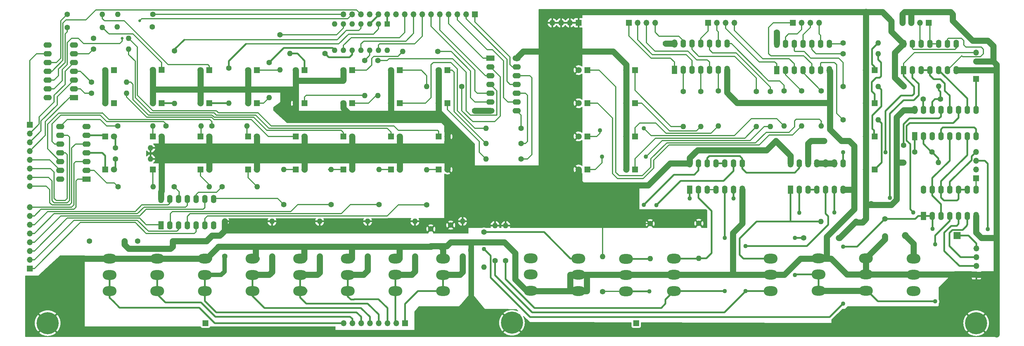
<source format=gbr>
G04 #@! TF.GenerationSoftware,KiCad,Pcbnew,(6.0.4-0)*
G04 #@! TF.CreationDate,2023-04-08T14:07:41+10:00*
G04 #@! TF.ProjectId,front panel 9602,66726f6e-7420-4706-916e-656c20393630,rev?*
G04 #@! TF.SameCoordinates,Original*
G04 #@! TF.FileFunction,Copper,L2,Bot*
G04 #@! TF.FilePolarity,Positive*
%FSLAX46Y46*%
G04 Gerber Fmt 4.6, Leading zero omitted, Abs format (unit mm)*
G04 Created by KiCad (PCBNEW (6.0.4-0)) date 2023-04-08 14:07:41*
%MOMM*%
%LPD*%
G01*
G04 APERTURE LIST*
G04 #@! TA.AperFunction,ComponentPad*
%ADD10C,1.600000*%
G04 #@! TD*
G04 #@! TA.AperFunction,ComponentPad*
%ADD11O,1.600000X1.600000*%
G04 #@! TD*
G04 #@! TA.AperFunction,ComponentPad*
%ADD12R,1.800000X1.800000*%
G04 #@! TD*
G04 #@! TA.AperFunction,ComponentPad*
%ADD13C,1.800000*%
G04 #@! TD*
G04 #@! TA.AperFunction,ComponentPad*
%ADD14R,2.400000X1.600000*%
G04 #@! TD*
G04 #@! TA.AperFunction,ComponentPad*
%ADD15O,2.400000X1.600000*%
G04 #@! TD*
G04 #@! TA.AperFunction,ComponentPad*
%ADD16R,1.600000X1.600000*%
G04 #@! TD*
G04 #@! TA.AperFunction,ComponentPad*
%ADD17R,1.600000X2.400000*%
G04 #@! TD*
G04 #@! TA.AperFunction,ComponentPad*
%ADD18O,1.600000X2.400000*%
G04 #@! TD*
G04 #@! TA.AperFunction,ComponentPad*
%ADD19R,2.000000X2.000000*%
G04 #@! TD*
G04 #@! TA.AperFunction,ComponentPad*
%ADD20O,2.000000X2.000000*%
G04 #@! TD*
G04 #@! TA.AperFunction,ComponentPad*
%ADD21C,0.800000*%
G04 #@! TD*
G04 #@! TA.AperFunction,ComponentPad*
%ADD22C,6.400000*%
G04 #@! TD*
G04 #@! TA.AperFunction,ComponentPad*
%ADD23O,4.000000X2.800000*%
G04 #@! TD*
G04 #@! TA.AperFunction,ComponentPad*
%ADD24R,1.700000X1.700000*%
G04 #@! TD*
G04 #@! TA.AperFunction,ComponentPad*
%ADD25O,1.700000X1.700000*%
G04 #@! TD*
G04 #@! TA.AperFunction,ViaPad*
%ADD26C,0.800000*%
G04 #@! TD*
G04 #@! TA.AperFunction,ViaPad*
%ADD27C,1.270000*%
G04 #@! TD*
G04 #@! TA.AperFunction,ViaPad*
%ADD28C,1.778000*%
G04 #@! TD*
G04 #@! TA.AperFunction,Conductor*
%ADD29C,0.508000*%
G04 #@! TD*
G04 #@! TA.AperFunction,Conductor*
%ADD30C,1.778000*%
G04 #@! TD*
G04 #@! TA.AperFunction,Conductor*
%ADD31C,1.270000*%
G04 #@! TD*
G04 #@! TA.AperFunction,Conductor*
%ADD32C,0.304800*%
G04 #@! TD*
G04 APERTURE END LIST*
D10*
X218160000Y-128280000D03*
D11*
X218160000Y-118120000D03*
D12*
X170700000Y-92900000D03*
D13*
X173240000Y-92900000D03*
D12*
X156900000Y-92900000D03*
D13*
X159440000Y-92900000D03*
D12*
X143100000Y-92878000D03*
D13*
X145640000Y-92878000D03*
D12*
X129300000Y-92900000D03*
D13*
X131840000Y-92900000D03*
D12*
X101700000Y-92900000D03*
D13*
X104240000Y-92900000D03*
D12*
X87900000Y-92900000D03*
D13*
X90440000Y-92900000D03*
D12*
X74100000Y-92900000D03*
D13*
X76640000Y-92900000D03*
D12*
X173240000Y-64100000D03*
D13*
X170700000Y-64100000D03*
D12*
X159440000Y-64100000D03*
D13*
X156900000Y-64100000D03*
D12*
X145640000Y-64100000D03*
D13*
X143100000Y-64100000D03*
D12*
X118040000Y-64100000D03*
D13*
X115500000Y-64100000D03*
D12*
X76640000Y-64100000D03*
D13*
X74100000Y-64100000D03*
D12*
X173240000Y-73700000D03*
D13*
X170700000Y-73700000D03*
D12*
X145640000Y-73700000D03*
D13*
X143100000Y-73700000D03*
D12*
X131840000Y-73700000D03*
D13*
X129300000Y-73700000D03*
D12*
X118040000Y-73700000D03*
D13*
X115500000Y-73700000D03*
D12*
X104240000Y-73650000D03*
D13*
X101700000Y-73650000D03*
D12*
X90440000Y-73700000D03*
D13*
X87900000Y-73700000D03*
D12*
X76640000Y-73700000D03*
D13*
X74100000Y-73700000D03*
D12*
X170700000Y-83350000D03*
D13*
X173240000Y-83350000D03*
D12*
X156900000Y-83300000D03*
D13*
X159440000Y-83300000D03*
D12*
X143100000Y-83300000D03*
D13*
X145640000Y-83300000D03*
D12*
X115500000Y-83300000D03*
D13*
X118040000Y-83300000D03*
D12*
X101700000Y-83300000D03*
D13*
X104240000Y-83300000D03*
D12*
X87900000Y-83300000D03*
D13*
X90440000Y-83300000D03*
D12*
X74100000Y-83300000D03*
D13*
X76640000Y-83300000D03*
D12*
X227540000Y-64100000D03*
D13*
X225000000Y-64100000D03*
D12*
X227540000Y-83300000D03*
D13*
X225000000Y-83300000D03*
D12*
X227540000Y-92900000D03*
D13*
X225000000Y-92900000D03*
D12*
X227540000Y-73700000D03*
D13*
X225000000Y-73700000D03*
D12*
X213740000Y-92900000D03*
D13*
X211200000Y-92900000D03*
D12*
X213740000Y-83300000D03*
D13*
X211200000Y-83300000D03*
D12*
X213740000Y-73700000D03*
D13*
X211200000Y-73700000D03*
D12*
X213740000Y-64100000D03*
D13*
X211200000Y-64100000D03*
D12*
X297040000Y-92900000D03*
D13*
X294500000Y-92900000D03*
D12*
X297040000Y-83300000D03*
D13*
X294500000Y-83300000D03*
D12*
X297040000Y-73700000D03*
D13*
X294500000Y-73700000D03*
D12*
X297040000Y-64100000D03*
D13*
X294500000Y-64100000D03*
D10*
X167200000Y-103165000D03*
D11*
X167200000Y-93005000D03*
D10*
X139554000Y-103038000D03*
D11*
X139554000Y-92878000D03*
D10*
X125838000Y-103038000D03*
D11*
X125838000Y-92878000D03*
D10*
X94060000Y-97900000D03*
D11*
X104220000Y-97900000D03*
D10*
X77760000Y-97900000D03*
D11*
X87920000Y-97900000D03*
D10*
X77070000Y-89830000D03*
D11*
X87230000Y-89830000D03*
D10*
X177400000Y-68875000D03*
D11*
X167240000Y-68875000D03*
D10*
X124660000Y-53900000D03*
D11*
X124660000Y-64060000D03*
D10*
X63100000Y-47920000D03*
D11*
X73260000Y-47920000D03*
D10*
X63100000Y-51730000D03*
D11*
X73260000Y-51730000D03*
D10*
X194545000Y-89830000D03*
D11*
X184385000Y-89830000D03*
D10*
X194545000Y-80940000D03*
D11*
X184385000Y-80940000D03*
D10*
X153060000Y-61300000D03*
D11*
X153060000Y-71460000D03*
D10*
X149260000Y-61300000D03*
D11*
X149260000Y-71460000D03*
D10*
X194545000Y-85385000D03*
D11*
X184385000Y-85385000D03*
D10*
X109860000Y-63500000D03*
D11*
X109860000Y-73660000D03*
D10*
X94160000Y-58500000D03*
D11*
X94160000Y-73740000D03*
D10*
X87738000Y-51603000D03*
D11*
X77578000Y-51603000D03*
D10*
X70085000Y-67605000D03*
D11*
X80245000Y-67605000D03*
D10*
X105010000Y-80305000D03*
D11*
X115170000Y-80305000D03*
D10*
X91675000Y-80305000D03*
D11*
X101835000Y-80305000D03*
D10*
X77705000Y-80305000D03*
D11*
X87865000Y-80305000D03*
D10*
X241535000Y-70272000D03*
D11*
X241535000Y-80432000D03*
D10*
X251695000Y-70145000D03*
D11*
X251695000Y-80305000D03*
D10*
X262744000Y-70272000D03*
D11*
X262744000Y-80432000D03*
D10*
X246615000Y-70272000D03*
D11*
X246615000Y-80432000D03*
D10*
X266808000Y-70272000D03*
D11*
X266808000Y-80432000D03*
D10*
X270745000Y-70145000D03*
D11*
X270745000Y-80305000D03*
D10*
X275825000Y-70145000D03*
D11*
X275825000Y-80305000D03*
D10*
X287890000Y-59350000D03*
D11*
X298050000Y-59350000D03*
D10*
X287890000Y-56238500D03*
D11*
X298050000Y-56238500D03*
D10*
X163800000Y-118060000D03*
D11*
X163800000Y-107900000D03*
D10*
X150095000Y-118060000D03*
D11*
X150095000Y-107900000D03*
D10*
X136200000Y-118060000D03*
D11*
X136200000Y-107900000D03*
D10*
X108660000Y-118000000D03*
D11*
X108660000Y-107840000D03*
D10*
X83440000Y-113600000D03*
D11*
X93600000Y-113600000D03*
D10*
X183800000Y-111000000D03*
D11*
X183800000Y-121160000D03*
D10*
X276460000Y-112690000D03*
D11*
X286620000Y-112690000D03*
D10*
X291560000Y-108000000D03*
D11*
X281400000Y-108000000D03*
D10*
X190100000Y-119300000D03*
D11*
X190100000Y-109140000D03*
D10*
X246060000Y-108500000D03*
D11*
X246060000Y-118660000D03*
D10*
X305380000Y-68800000D03*
D11*
X315540000Y-68800000D03*
D10*
X305280000Y-90900000D03*
D11*
X315440000Y-90900000D03*
D14*
X65020000Y-72050000D03*
D15*
X65020000Y-69510000D03*
X65020000Y-66970000D03*
X65020000Y-64430000D03*
X65020000Y-61890000D03*
X65020000Y-59350000D03*
X65020000Y-56810000D03*
X57400000Y-56810000D03*
X57400000Y-59350000D03*
X57400000Y-61890000D03*
X57400000Y-64430000D03*
X57400000Y-66970000D03*
X57400000Y-69510000D03*
X57400000Y-72050000D03*
D16*
X155810000Y-50714000D03*
D11*
X153270000Y-50714000D03*
X150730000Y-50714000D03*
X148190000Y-50714000D03*
X145650000Y-50714000D03*
X143110000Y-50714000D03*
X140570000Y-50714000D03*
X140570000Y-58334000D03*
X143110000Y-58334000D03*
X145650000Y-58334000D03*
X148190000Y-58334000D03*
X150730000Y-58334000D03*
X153270000Y-58334000D03*
X155810000Y-58334000D03*
D14*
X185655000Y-60620000D03*
D15*
X185655000Y-63160000D03*
X185655000Y-65700000D03*
X185655000Y-68240000D03*
X185655000Y-70780000D03*
X185655000Y-73320000D03*
X185655000Y-75860000D03*
X193275000Y-75860000D03*
X193275000Y-73320000D03*
X193275000Y-70780000D03*
X193275000Y-68240000D03*
X193275000Y-65700000D03*
X193275000Y-63160000D03*
X193275000Y-60620000D03*
D17*
X268600000Y-64112500D03*
D18*
X271140000Y-64112500D03*
X273680000Y-64112500D03*
X276220000Y-64112500D03*
X278760000Y-64112500D03*
X281300000Y-64112500D03*
X283840000Y-64112500D03*
X283840000Y-56492500D03*
X281300000Y-56492500D03*
X278760000Y-56492500D03*
X276220000Y-56492500D03*
X273680000Y-56492500D03*
X271140000Y-56492500D03*
X268600000Y-56492500D03*
D17*
X305400000Y-64100000D03*
D18*
X307940000Y-64100000D03*
X310480000Y-64100000D03*
X313020000Y-64100000D03*
X315560000Y-64100000D03*
X318100000Y-64100000D03*
X320640000Y-64100000D03*
X320640000Y-56480000D03*
X318100000Y-56480000D03*
X315560000Y-56480000D03*
X313020000Y-56480000D03*
X310480000Y-56480000D03*
X307940000Y-56480000D03*
X305400000Y-56480000D03*
D14*
X68688000Y-95672000D03*
D15*
X68688000Y-93132000D03*
X68688000Y-90592000D03*
X68688000Y-88052000D03*
X68688000Y-85512000D03*
X68688000Y-82972000D03*
X68688000Y-80432000D03*
X61068000Y-80432000D03*
X61068000Y-82972000D03*
X61068000Y-85512000D03*
X61068000Y-88052000D03*
X61068000Y-90592000D03*
X61068000Y-93132000D03*
X61068000Y-95672000D03*
D17*
X243440000Y-98720000D03*
D18*
X245980000Y-98720000D03*
X248520000Y-98720000D03*
X251060000Y-98720000D03*
X253600000Y-98720000D03*
X256140000Y-98720000D03*
X258680000Y-98720000D03*
X258680000Y-91100000D03*
X256140000Y-91100000D03*
X253600000Y-91100000D03*
X251060000Y-91100000D03*
X248520000Y-91100000D03*
X245980000Y-91100000D03*
X243440000Y-91100000D03*
D17*
X272650000Y-98720000D03*
D18*
X275190000Y-98720000D03*
X277730000Y-98720000D03*
X280270000Y-98720000D03*
X282810000Y-98720000D03*
X285350000Y-98720000D03*
X287890000Y-98720000D03*
X287890000Y-91100000D03*
X285350000Y-91100000D03*
X282810000Y-91100000D03*
X280270000Y-91100000D03*
X277730000Y-91100000D03*
X275190000Y-91100000D03*
X272650000Y-91100000D03*
D17*
X90260000Y-109100000D03*
D18*
X92800000Y-109100000D03*
X95340000Y-109100000D03*
X97880000Y-109100000D03*
X100420000Y-109100000D03*
X102960000Y-109100000D03*
X105500000Y-109100000D03*
X105500000Y-101480000D03*
X102960000Y-101480000D03*
X100420000Y-101480000D03*
X97880000Y-101480000D03*
X95340000Y-101480000D03*
X92800000Y-101480000D03*
X90260000Y-101480000D03*
D17*
X311160000Y-106340000D03*
D18*
X313700000Y-106340000D03*
X316240000Y-106340000D03*
X318780000Y-106340000D03*
X321320000Y-106340000D03*
X323860000Y-106340000D03*
X326400000Y-106340000D03*
X326400000Y-98720000D03*
X323860000Y-98720000D03*
X321320000Y-98720000D03*
X318780000Y-98720000D03*
X316240000Y-98720000D03*
X313700000Y-98720000D03*
X311160000Y-98720000D03*
D17*
X238995000Y-64049000D03*
D18*
X241535000Y-64049000D03*
X244075000Y-64049000D03*
X246615000Y-64049000D03*
X249155000Y-64049000D03*
X251695000Y-64049000D03*
X254235000Y-64049000D03*
X254235000Y-56429000D03*
X251695000Y-56429000D03*
X249155000Y-56429000D03*
X246615000Y-56429000D03*
X244075000Y-56429000D03*
X241535000Y-56429000D03*
X238995000Y-56429000D03*
D10*
X299960000Y-107200000D03*
X299960000Y-112200000D03*
X311060000Y-72500000D03*
X316060000Y-72500000D03*
X308560000Y-87800000D03*
X313560000Y-87800000D03*
X287360000Y-84600000D03*
X282360000Y-84600000D03*
D12*
X90440000Y-64050000D03*
D13*
X87900000Y-64050000D03*
D12*
X159440000Y-73700000D03*
D13*
X156900000Y-73700000D03*
D12*
X115500000Y-92900000D03*
D13*
X118040000Y-92900000D03*
D12*
X104240000Y-64100000D03*
D13*
X101700000Y-64100000D03*
D10*
X70720000Y-58000000D03*
D11*
X80880000Y-58000000D03*
D10*
X287890000Y-68875000D03*
D11*
X298050000Y-68875000D03*
D10*
X287890000Y-78527000D03*
D11*
X298050000Y-78527000D03*
D10*
X77070000Y-86655000D03*
D11*
X87230000Y-86655000D03*
D10*
X87865000Y-47920000D03*
D11*
X77705000Y-47920000D03*
D10*
X121560000Y-61900000D03*
D11*
X121560000Y-72060000D03*
D10*
X153397000Y-103038000D03*
D11*
X153397000Y-92878000D03*
D10*
X137760000Y-59300000D03*
D11*
X127600000Y-59300000D03*
D12*
X131840000Y-64100000D03*
D13*
X129300000Y-64100000D03*
D10*
X107960000Y-97900000D03*
D11*
X118120000Y-97900000D03*
D10*
X170415000Y-58715000D03*
D11*
X160255000Y-58715000D03*
D10*
X70720000Y-54900000D03*
D11*
X80880000Y-54900000D03*
D10*
X122400000Y-118060000D03*
D11*
X122400000Y-107900000D03*
D10*
X268360000Y-84600000D03*
D11*
X278520000Y-84600000D03*
D10*
X281540000Y-70145000D03*
D11*
X281540000Y-80305000D03*
D10*
X177600000Y-118060000D03*
D11*
X177600000Y-107900000D03*
D10*
X69540000Y-113600000D03*
D11*
X79700000Y-113600000D03*
D10*
X231960000Y-108600000D03*
D11*
X231960000Y-118760000D03*
D10*
X187000000Y-119300000D03*
D11*
X187000000Y-109140000D03*
D19*
X320910000Y-112055000D03*
D20*
X305910000Y-112055000D03*
D21*
X55000000Y-137400000D03*
X57400000Y-135000000D03*
X59097056Y-139097056D03*
X55702944Y-139097056D03*
D22*
X57400000Y-137400000D03*
D21*
X59800000Y-137400000D03*
X55702944Y-135702944D03*
X57400000Y-139800000D03*
X59097056Y-135702944D03*
X326400000Y-139800000D03*
X324702944Y-139097056D03*
D22*
X326400000Y-137400000D03*
D21*
X328800000Y-137400000D03*
X324702944Y-135702944D03*
X326400000Y-135000000D03*
X328097056Y-135702944D03*
X324000000Y-137400000D03*
X328097056Y-139097056D03*
X191900000Y-134900000D03*
X190202944Y-135602944D03*
X190202944Y-138997056D03*
X194300000Y-137300000D03*
X191900000Y-139700000D03*
X189500000Y-137300000D03*
D22*
X191900000Y-137300000D03*
D21*
X193597056Y-138997056D03*
X193597056Y-135602944D03*
D10*
X174160000Y-109000000D03*
X174160000Y-114000000D03*
X168400000Y-110100000D03*
X168400000Y-115100000D03*
X296018000Y-102784000D03*
X291018000Y-102784000D03*
D12*
X129300000Y-83300000D03*
D13*
X131840000Y-83300000D03*
D10*
X70085000Y-70780000D03*
D11*
X80245000Y-70780000D03*
D23*
X158160000Y-118701000D03*
X158160000Y-123400000D03*
X158160000Y-128100000D03*
D17*
X308560000Y-83220000D03*
D18*
X311100000Y-83220000D03*
X313640000Y-83220000D03*
X316180000Y-83220000D03*
X318720000Y-83220000D03*
X321260000Y-83220000D03*
X323800000Y-83220000D03*
X326340000Y-83220000D03*
X326340000Y-75600000D03*
X323800000Y-75600000D03*
X321260000Y-75600000D03*
X318720000Y-75600000D03*
X316180000Y-75600000D03*
X313640000Y-75600000D03*
X311100000Y-75600000D03*
X308560000Y-75600000D03*
D23*
X102960000Y-118731000D03*
X102960000Y-123430000D03*
X102960000Y-128130000D03*
X211160000Y-128099000D03*
X211160000Y-123400000D03*
X211160000Y-118700000D03*
X308260000Y-118701000D03*
X308260000Y-123400000D03*
X308260000Y-128100000D03*
X294460000Y-127999000D03*
X294460000Y-123300000D03*
X294460000Y-118600000D03*
X171960000Y-118731000D03*
X171960000Y-123430000D03*
X171960000Y-128130000D03*
X238860000Y-128099000D03*
X238860000Y-123400000D03*
X238860000Y-118700000D03*
X224960000Y-128199000D03*
X224960000Y-123500000D03*
X224960000Y-118800000D03*
X197360000Y-118601000D03*
X197360000Y-123300000D03*
X197360000Y-128000000D03*
D10*
X305360000Y-85880000D03*
D11*
X305360000Y-75720000D03*
D23*
X116760000Y-118731000D03*
X116760000Y-123430000D03*
X116760000Y-128130000D03*
X266860000Y-128099000D03*
X266860000Y-123400000D03*
X266860000Y-118700000D03*
X75360000Y-118731000D03*
X75360000Y-123430000D03*
X75360000Y-128130000D03*
X89160000Y-118731000D03*
X89160000Y-123430000D03*
X89160000Y-128130000D03*
X130560000Y-118731000D03*
X130560000Y-123430000D03*
X130560000Y-128130000D03*
X280760000Y-127999000D03*
X280760000Y-123300000D03*
X280760000Y-118600000D03*
X144360000Y-118731000D03*
X144360000Y-123430000D03*
X144360000Y-128130000D03*
D24*
X52200000Y-121580000D03*
D25*
X52200000Y-119040000D03*
X52200000Y-116500000D03*
X52200000Y-113960000D03*
X52200000Y-111420000D03*
X52200000Y-108880000D03*
X52200000Y-106340000D03*
X52200000Y-103800000D03*
D24*
X52228800Y-79924000D03*
D25*
X52228800Y-82464000D03*
X52228800Y-85004000D03*
X52228800Y-87544000D03*
X52228800Y-90084000D03*
X52228800Y-92624000D03*
X52228800Y-95164000D03*
X52228800Y-97704000D03*
D24*
X181210000Y-47920000D03*
D25*
X178670000Y-47920000D03*
X176130000Y-47920000D03*
X173590000Y-47920000D03*
X171050000Y-47920000D03*
X168510000Y-47920000D03*
X165970000Y-47920000D03*
X163430000Y-47920000D03*
X160890000Y-47920000D03*
X158350000Y-47920000D03*
X155810000Y-47920000D03*
X153270000Y-47920000D03*
X150730000Y-47920000D03*
X148190000Y-47920000D03*
X145650000Y-47920000D03*
X143110000Y-47920000D03*
D24*
X225780000Y-50400000D03*
D25*
X228320000Y-50400000D03*
X230860000Y-50400000D03*
X233400000Y-50400000D03*
D24*
X248780000Y-50400000D03*
D25*
X251320000Y-50400000D03*
X253860000Y-50400000D03*
X256400000Y-50400000D03*
D24*
X273280000Y-50400000D03*
D25*
X275820000Y-50400000D03*
X278360000Y-50400000D03*
X280900000Y-50400000D03*
D24*
X160900000Y-137400000D03*
D25*
X158360000Y-137400000D03*
X155820000Y-137400000D03*
X153280000Y-137400000D03*
X150740000Y-137400000D03*
X148200000Y-137400000D03*
X145660000Y-137400000D03*
X143120000Y-137400000D03*
D24*
X312700000Y-50400000D03*
D25*
X310160000Y-50400000D03*
X307620000Y-50400000D03*
X305080000Y-50400000D03*
D24*
X326500000Y-123400000D03*
D25*
X326500000Y-120860000D03*
X326500000Y-118320000D03*
X326500000Y-115780000D03*
D24*
X326400000Y-95440000D03*
D25*
X326400000Y-92900000D03*
X326400000Y-90360000D03*
X326400000Y-87820000D03*
D24*
X326400000Y-66640000D03*
D25*
X326400000Y-64100000D03*
X326400000Y-61560000D03*
X326400000Y-59020000D03*
D24*
X211200000Y-50400000D03*
D25*
X208660000Y-50400000D03*
X206120000Y-50400000D03*
X203580000Y-50400000D03*
D24*
X103100000Y-137400000D03*
X227900000Y-137400000D03*
D26*
X84055000Y-49825000D03*
X78975000Y-54905000D03*
D27*
X313760000Y-110100000D03*
X329800000Y-110150000D03*
X287890000Y-131740000D03*
X183800000Y-115960000D03*
X287890000Y-115230000D03*
X230740000Y-89195000D03*
X218040000Y-89195000D03*
X217405000Y-81575000D03*
X230105000Y-80940000D03*
D28*
X236455000Y-47285000D03*
X303360000Y-98700000D03*
X268840000Y-47285000D03*
X236460000Y-56400000D03*
X268660000Y-53200000D03*
D27*
X273920000Y-123485000D03*
X314560000Y-131105000D03*
X273920000Y-112690000D03*
X314560000Y-114595000D03*
X259600000Y-115100000D03*
X259560000Y-128100000D03*
D28*
X106915000Y-115230000D03*
X180060000Y-116300000D03*
X181210000Y-75860000D03*
X332285990Y-83425990D03*
D27*
X253560000Y-112700000D03*
X253560000Y-128100000D03*
X231756000Y-128184000D03*
X233760000Y-103200000D03*
X230105000Y-103165000D03*
X256140000Y-101260000D03*
X301422259Y-101100342D03*
X243440000Y-101260000D03*
X275160000Y-105400000D03*
X308210000Y-105324000D03*
X285350000Y-105324000D03*
X300160000Y-87900000D03*
X287890000Y-87925000D03*
D29*
X311160000Y-106340000D02*
X313700000Y-106340000D01*
D30*
X204335999Y-58730999D02*
X195164001Y-58730999D01*
X204335999Y-89460999D02*
X212325000Y-97450000D01*
X221230999Y-58730999D02*
X204335999Y-58730999D01*
X204335999Y-58730999D02*
X204335999Y-89460999D01*
X173240000Y-83350000D02*
X173240000Y-87780000D01*
X173240000Y-87780000D02*
X173240000Y-92900000D01*
X172955000Y-87495000D02*
X173240000Y-87780000D01*
X159440000Y-87495000D02*
X172955000Y-87495000D01*
X159440000Y-83300000D02*
X159440000Y-87495000D01*
X159440000Y-87495000D02*
X159440000Y-92900000D01*
X158860000Y-88075000D02*
X159440000Y-87495000D01*
X145640000Y-88075000D02*
X158860000Y-88075000D01*
X131840000Y-87835000D02*
X131840000Y-92900000D01*
X131840000Y-84656000D02*
X131840000Y-87835000D01*
X145640000Y-88075000D02*
X145640000Y-92878000D01*
X145640000Y-83300000D02*
X145640000Y-88075000D01*
X131840000Y-87835000D02*
X145400000Y-87835000D01*
X145400000Y-87835000D02*
X145640000Y-88075000D01*
D29*
X171960000Y-123430000D02*
X171960000Y-128130000D01*
D30*
X168400000Y-115100000D02*
X171170000Y-115100000D01*
X171170000Y-115100000D02*
X173060000Y-115100000D01*
X171960000Y-118731000D02*
X171960000Y-115890000D01*
X171960000Y-115890000D02*
X171170000Y-115100000D01*
X173060000Y-115100000D02*
X174160000Y-114000000D01*
D29*
X160900000Y-137400000D02*
X160900000Y-131870000D01*
X160900000Y-131870000D02*
X164640000Y-128130000D01*
X164640000Y-128130000D02*
X171960000Y-128130000D01*
X326400000Y-66640000D02*
X326400000Y-75540000D01*
X326400000Y-75540000D02*
X326340000Y-75600000D01*
D30*
X174160000Y-114000000D02*
X189755000Y-114000000D01*
X189755000Y-114000000D02*
X192835000Y-117080000D01*
X192835000Y-124700000D02*
X196135000Y-128000000D01*
X192835000Y-117080000D02*
X192835000Y-124700000D01*
D31*
X196135000Y-128000000D02*
X197360000Y-128000000D01*
D32*
X218160000Y-118120000D02*
X218160000Y-108900000D01*
X218460000Y-108600000D02*
X231960000Y-108600000D01*
X218160000Y-108900000D02*
X218460000Y-108600000D01*
X224960000Y-128199000D02*
X218241000Y-128199000D01*
X218241000Y-128199000D02*
X218160000Y-128280000D01*
X100420000Y-110930000D02*
X99930000Y-111420000D01*
X85960000Y-111420000D02*
X82785000Y-108245000D01*
X66910000Y-108245000D02*
X53575000Y-121580000D01*
X99930000Y-111420000D02*
X85960000Y-111420000D01*
X82785000Y-108245000D02*
X66910000Y-108245000D01*
X53575000Y-121580000D02*
X52200000Y-121580000D01*
X100420000Y-109100000D02*
X100420000Y-110930000D01*
X95340000Y-109100000D02*
X95340000Y-110295000D01*
X53575000Y-119040000D02*
X52200000Y-119040000D01*
X86595000Y-110785000D02*
X83420000Y-107610000D01*
X94850000Y-110785000D02*
X86595000Y-110785000D01*
X65005000Y-107610000D02*
X53575000Y-119040000D01*
X83420000Y-107610000D02*
X65005000Y-107610000D01*
X95340000Y-110295000D02*
X94850000Y-110785000D01*
X53575000Y-116500000D02*
X63100000Y-106975000D01*
X90040000Y-108880000D02*
X90260000Y-109100000D01*
X85960000Y-108880000D02*
X90040000Y-108880000D01*
X52200000Y-116500000D02*
X53575000Y-116500000D01*
X63100000Y-106975000D02*
X84055000Y-106975000D01*
X84055000Y-106975000D02*
X85960000Y-108880000D01*
X85960000Y-104435000D02*
X102470000Y-104435000D01*
X84055000Y-106340000D02*
X85960000Y-104435000D01*
X102960000Y-103945000D02*
X102960000Y-101480000D01*
X102470000Y-104435000D02*
X102960000Y-103945000D01*
X53575000Y-113960000D02*
X61195000Y-106340000D01*
X61195000Y-106340000D02*
X84055000Y-106340000D01*
X52200000Y-113960000D02*
X53575000Y-113960000D01*
X53575000Y-111420000D02*
X59290000Y-105705000D01*
X83420000Y-105705000D02*
X85325000Y-103800000D01*
X97880000Y-103310000D02*
X97880000Y-101480000D01*
X52200000Y-111420000D02*
X53575000Y-111420000D01*
X59290000Y-105705000D02*
X83420000Y-105705000D01*
X85325000Y-103800000D02*
X97390000Y-103800000D01*
X97390000Y-103800000D02*
X97880000Y-103310000D01*
X92310000Y-103165000D02*
X92800000Y-102675000D01*
X53575000Y-108880000D02*
X57385000Y-105070000D01*
X92800000Y-102675000D02*
X92800000Y-101480000D01*
X82785000Y-105070000D02*
X84690000Y-103165000D01*
X57385000Y-105070000D02*
X82785000Y-105070000D01*
X52200000Y-108880000D02*
X53575000Y-108880000D01*
X84690000Y-103165000D02*
X92310000Y-103165000D01*
X66148000Y-95672000D02*
X68688000Y-95672000D01*
X52200000Y-106340000D02*
X53575000Y-106340000D01*
X55480000Y-104435000D02*
X65005000Y-104435000D01*
X65640000Y-103800000D02*
X65640000Y-96180000D01*
X65640000Y-96180000D02*
X66148000Y-95672000D01*
X65005000Y-104435000D02*
X65640000Y-103800000D01*
X53575000Y-106340000D02*
X55480000Y-104435000D01*
X65005000Y-91100000D02*
X65513000Y-90592000D01*
X64370000Y-103800000D02*
X65005000Y-103165000D01*
X65005000Y-103165000D02*
X65005000Y-91100000D01*
X52200000Y-103800000D02*
X64370000Y-103800000D01*
X65513000Y-90592000D02*
X68688000Y-90592000D01*
X64370000Y-102530000D02*
X64370000Y-86655000D01*
X58020000Y-98720000D02*
X58020000Y-102530000D01*
X58655000Y-103165000D02*
X63735000Y-103165000D01*
X63735000Y-103165000D02*
X64370000Y-102530000D01*
X57004000Y-97704000D02*
X58020000Y-98720000D01*
X64370000Y-86655000D02*
X65513000Y-85512000D01*
X65513000Y-85512000D02*
X68688000Y-85512000D01*
X52228800Y-97704000D02*
X57004000Y-97704000D01*
X58020000Y-102530000D02*
X58655000Y-103165000D01*
X63735000Y-101895000D02*
X63735000Y-83480000D01*
X52228800Y-95164000D02*
X57639000Y-95164000D01*
X57639000Y-95164000D02*
X58655000Y-96180000D01*
X58655000Y-96180000D02*
X58655000Y-101895000D01*
X63735000Y-83480000D02*
X63227000Y-82972000D01*
X59290000Y-102530000D02*
X63100000Y-102530000D01*
X63227000Y-82972000D02*
X61068000Y-82972000D01*
X63100000Y-102530000D02*
X63735000Y-101895000D01*
X58655000Y-101895000D02*
X59290000Y-102530000D01*
X58274000Y-92624000D02*
X59290000Y-93640000D01*
X59290000Y-101260000D02*
X59925000Y-101895000D01*
X59925000Y-101895000D02*
X62465000Y-101895000D01*
X52228800Y-92624000D02*
X58274000Y-92624000D01*
X62465000Y-101895000D02*
X63100000Y-101260000D01*
X62592000Y-88052000D02*
X61068000Y-88052000D01*
X63100000Y-101260000D02*
X63100000Y-88560000D01*
X63100000Y-88560000D02*
X62592000Y-88052000D01*
X59290000Y-93640000D02*
X59290000Y-101260000D01*
X58020000Y-90084000D02*
X61068000Y-93132000D01*
X52228800Y-90084000D02*
X58020000Y-90084000D01*
X63735000Y-72050000D02*
X56750000Y-79035000D01*
X56750000Y-83022800D02*
X52228800Y-87544000D01*
X65020000Y-72050000D02*
X63735000Y-72050000D01*
X56750000Y-79035000D02*
X56750000Y-83022800D01*
X52228800Y-85004000D02*
X55480000Y-81752800D01*
X64220001Y-67769999D02*
X65020000Y-66970000D01*
X55480000Y-81752800D02*
X55480000Y-78877180D01*
X60163590Y-71826410D02*
X64220001Y-67769999D01*
X60163590Y-74193590D02*
X60163590Y-71826410D01*
X55480000Y-78877180D02*
X60163590Y-74193590D01*
X62465000Y-64430000D02*
X62480000Y-64430000D01*
X54975189Y-79717611D02*
X54975189Y-77634811D01*
X62465000Y-68240000D02*
X62465000Y-64430000D01*
X62480000Y-64430000D02*
X65020000Y-61890000D01*
X59290000Y-71415000D02*
X62465000Y-68240000D01*
X54975189Y-77634811D02*
X59290000Y-73320000D01*
X52228800Y-82464000D02*
X54975189Y-79717611D01*
X59290000Y-73320000D02*
X59290000Y-71415000D01*
X57400000Y-59350000D02*
X54210000Y-59350000D01*
X52228800Y-79924000D02*
X52228800Y-63236200D01*
X52228800Y-61331200D02*
X52228800Y-63236200D01*
X54210000Y-59350000D02*
X52228800Y-61331200D01*
X191370000Y-62525000D02*
X191370000Y-60310000D01*
X192005000Y-63160000D02*
X191370000Y-62525000D01*
X193275000Y-63160000D02*
X192005000Y-63160000D01*
X181210000Y-50150000D02*
X181210000Y-47920000D01*
X191370000Y-60310000D02*
X181210000Y-50150000D01*
X191370000Y-68240000D02*
X190460000Y-67330000D01*
X190460000Y-67330000D02*
X190460000Y-61000000D01*
X190460000Y-61000000D02*
X178670000Y-49210000D01*
X193275000Y-68240000D02*
X191370000Y-68240000D01*
X178670000Y-49210000D02*
X178670000Y-47920000D01*
X189460000Y-61400000D02*
X189460000Y-72045000D01*
X189460000Y-72045000D02*
X190735000Y-73320000D01*
X176130000Y-49570000D02*
X184760000Y-58200000D01*
X190735000Y-73320000D02*
X193275000Y-73320000D01*
X186260000Y-58200000D02*
X189460000Y-61400000D01*
X184760000Y-58200000D02*
X186260000Y-58200000D01*
X176130000Y-47920000D02*
X176130000Y-49570000D01*
X173590000Y-50630000D02*
X183580000Y-60620000D01*
X183580000Y-60620000D02*
X185655000Y-60620000D01*
X173590000Y-47920000D02*
X173590000Y-50630000D01*
X185655000Y-65700000D02*
X184260000Y-65700000D01*
X184260000Y-65700000D02*
X171050000Y-52490000D01*
X171050000Y-52490000D02*
X171050000Y-47920000D01*
X168510000Y-51450000D02*
X168510000Y-47920000D01*
X185655000Y-70780000D02*
X181845000Y-70780000D01*
X181210000Y-64150000D02*
X168510000Y-51450000D01*
X181845000Y-70780000D02*
X181210000Y-70145000D01*
X181210000Y-70145000D02*
X181210000Y-64150000D01*
X153270000Y-58334000D02*
X153270000Y-56810000D01*
X165970000Y-54270000D02*
X165970000Y-47920000D01*
X153270000Y-56810000D02*
X153580000Y-56500000D01*
X163740000Y-56500000D02*
X165970000Y-54270000D01*
X153580000Y-56500000D02*
X163740000Y-56500000D01*
X161160000Y-55700000D02*
X148960000Y-55700000D01*
X163430000Y-47920000D02*
X163430000Y-53430000D01*
X148960000Y-55700000D02*
X148190000Y-56470000D01*
X163430000Y-53430000D02*
X161160000Y-55700000D01*
X148190000Y-56470000D02*
X148190000Y-58334000D01*
X145360000Y-54700000D02*
X143110000Y-56950000D01*
X143110000Y-56950000D02*
X143110000Y-58334000D01*
X160890000Y-53170000D02*
X159360000Y-54700000D01*
X159360000Y-54700000D02*
X145360000Y-54700000D01*
X160890000Y-47920000D02*
X160890000Y-53170000D01*
D29*
X155810000Y-47920000D02*
X155810000Y-50714000D01*
D32*
X71355000Y-46650000D02*
X68443401Y-49561599D01*
X62728401Y-49561599D02*
X61830000Y-50460000D01*
X148190000Y-47920000D02*
X146920000Y-46650000D01*
X58655000Y-64430000D02*
X57400000Y-64430000D01*
X61830000Y-50460000D02*
X61830000Y-61255000D01*
X61830000Y-61255000D02*
X58655000Y-64430000D01*
X146920000Y-46650000D02*
X71355000Y-46650000D01*
X68443401Y-49561599D02*
X62728401Y-49561599D01*
D29*
X153270000Y-48174000D02*
X150730000Y-50714000D01*
X153270000Y-47920000D02*
X153270000Y-48174000D01*
D32*
X78975000Y-55725000D02*
X78975000Y-54905000D01*
X66275000Y-54905000D02*
X67770000Y-56400000D01*
X61645554Y-67154446D02*
X61645554Y-63979446D01*
X78300000Y-56400000D02*
X78975000Y-55725000D01*
X144380000Y-49190000D02*
X84690000Y-49190000D01*
X84690000Y-49190000D02*
X84055000Y-49825000D01*
X63100000Y-62525000D02*
X63100000Y-56175000D01*
X64370000Y-54905000D02*
X66275000Y-54905000D01*
X67770000Y-56400000D02*
X78300000Y-56400000D01*
X145650000Y-47920000D02*
X144380000Y-49190000D01*
X61645554Y-63979446D02*
X63100000Y-62525000D01*
X59290000Y-69510000D02*
X61645554Y-67154446D01*
X57400000Y-69510000D02*
X59290000Y-69510000D01*
X63100000Y-56175000D02*
X64370000Y-54905000D01*
X87865000Y-47920000D02*
X143110000Y-47920000D01*
X264575000Y-60800000D02*
X272195000Y-60800000D01*
X272195000Y-60800000D02*
X273680000Y-62285000D01*
X273680000Y-62285000D02*
X273680000Y-64112500D01*
X256400000Y-50400000D02*
X256400000Y-52625000D01*
X256400000Y-52625000D02*
X264575000Y-60800000D01*
X253860000Y-51990000D02*
X253860000Y-50400000D01*
X268015000Y-61700000D02*
X263570000Y-61700000D01*
X268600000Y-64112500D02*
X268600000Y-62285000D01*
X263570000Y-61700000D02*
X253860000Y-51990000D01*
X268600000Y-62285000D02*
X268015000Y-61700000D01*
X251695000Y-53000000D02*
X251695000Y-56429000D01*
X251320000Y-52625000D02*
X251695000Y-53000000D01*
X251320000Y-50400000D02*
X251320000Y-52625000D01*
X248780000Y-52740000D02*
X248780000Y-50400000D01*
X246615000Y-56429000D02*
X246615000Y-54905000D01*
X246615000Y-54905000D02*
X248780000Y-52740000D01*
X234550000Y-54270000D02*
X233400000Y-53120000D01*
X233400000Y-53120000D02*
X233400000Y-50400000D01*
X241535000Y-55540000D02*
X240265000Y-54270000D01*
X240265000Y-54270000D02*
X234550000Y-54270000D01*
X241535000Y-56429000D02*
X241535000Y-55540000D01*
X248520000Y-61128000D02*
X249155000Y-61763000D01*
X245472000Y-61128000D02*
X248520000Y-61128000D01*
X249155000Y-61763000D02*
X249155000Y-64049000D01*
X230860000Y-50400000D02*
X230860000Y-56160000D01*
X230860000Y-56160000D02*
X233288000Y-58588000D01*
X242932000Y-58588000D02*
X245472000Y-61128000D01*
X233288000Y-58588000D02*
X242932000Y-58588000D01*
X232604000Y-59604000D02*
X242396000Y-59604000D01*
X232604000Y-59604000D02*
X228320000Y-55320000D01*
X228320000Y-55320000D02*
X228320000Y-50400000D01*
X244075000Y-64049000D02*
X244075000Y-61283000D01*
X244075000Y-61283000D02*
X242396000Y-59604000D01*
X232220000Y-60620000D02*
X237852000Y-60620000D01*
X237852000Y-60620000D02*
X238995000Y-61763000D01*
X238995000Y-61763000D02*
X238995000Y-64049000D01*
X225780000Y-50400000D02*
X225780000Y-54180000D01*
X225780000Y-54180000D02*
X232220000Y-60620000D01*
X280900000Y-53630000D02*
X281300000Y-54030000D01*
X281300000Y-54030000D02*
X281300000Y-56492500D01*
X280900000Y-50400000D02*
X280900000Y-53630000D01*
X276220000Y-56492500D02*
X276220000Y-53875000D01*
X278365000Y-51730000D02*
X278360000Y-51725000D01*
X276220000Y-53875000D02*
X278365000Y-51730000D01*
X278360000Y-51725000D02*
X278360000Y-50400000D01*
X271140000Y-54510000D02*
X272015000Y-53635000D01*
X271140000Y-56492500D02*
X271140000Y-54510000D01*
X274555000Y-53635000D02*
X275820000Y-52370000D01*
X275820000Y-52370000D02*
X275820000Y-50400000D01*
X272015000Y-53635000D02*
X274555000Y-53635000D01*
X273280000Y-50400000D02*
X267630000Y-50400000D01*
X266300000Y-51730000D02*
X266300000Y-59350000D01*
X266935000Y-59985000D02*
X276460000Y-59985000D01*
X266300000Y-59350000D02*
X266935000Y-59985000D01*
X267630000Y-50400000D02*
X266300000Y-51730000D01*
X278760000Y-62285000D02*
X278760000Y-64112500D01*
X276460000Y-59985000D02*
X278760000Y-62285000D01*
D29*
X329800000Y-91240000D02*
X329800000Y-110150000D01*
X291930000Y-115230000D02*
X299960000Y-107200000D01*
X185746489Y-124186489D02*
X185746489Y-117906489D01*
X201200000Y-111000000D02*
X208900000Y-118700000D01*
X309600000Y-106340000D02*
X311160000Y-106340000D01*
X183800000Y-111000000D02*
X201200000Y-111000000D01*
X326400000Y-90360000D02*
X328920000Y-90360000D01*
X185746489Y-117906489D02*
X183800000Y-115960000D01*
X280650000Y-135650000D02*
X283980000Y-135650000D01*
X299960000Y-107200000D02*
X308740000Y-107200000D01*
X283980000Y-135650000D02*
X287890000Y-131740000D01*
X197210000Y-135650000D02*
X185746489Y-124186489D01*
X287890000Y-115230000D02*
X291930000Y-115230000D01*
X308740000Y-107200000D02*
X309600000Y-106340000D01*
X280650000Y-135650000D02*
X197210000Y-135650000D01*
X313760000Y-106400000D02*
X313760000Y-110100000D01*
X328920000Y-90360000D02*
X329800000Y-91240000D01*
X208900000Y-118700000D02*
X211160000Y-118700000D01*
D32*
X287890000Y-131740000D02*
X284080000Y-135550000D01*
D29*
X326500000Y-120860000D02*
X321520000Y-120860000D01*
X321320000Y-108640000D02*
X321320000Y-106340000D01*
X317160000Y-116500000D02*
X317160000Y-111200000D01*
X319160000Y-109200000D02*
X320760000Y-109200000D01*
X321520000Y-120860000D02*
X317160000Y-116500000D01*
X320760000Y-109200000D02*
X321320000Y-108640000D01*
X317160000Y-111200000D02*
X319160000Y-109200000D01*
D32*
X326400000Y-98720000D02*
X326400000Y-95440000D01*
D29*
X318780000Y-98720000D02*
X318780000Y-96480000D01*
X325096489Y-90163511D02*
X325096489Y-89123511D01*
X318780000Y-96480000D02*
X325096489Y-90163511D01*
X325096489Y-89123511D02*
X326400000Y-87820000D01*
D30*
X177600000Y-122650000D02*
X176850000Y-123400000D01*
X173000000Y-123500000D02*
X173100000Y-123400000D01*
X177600000Y-118060000D02*
X177600000Y-122650000D01*
X176850000Y-123400000D02*
X173100000Y-123400000D01*
X162880000Y-123400000D02*
X159300000Y-123400000D01*
X163800000Y-122480000D02*
X162880000Y-123400000D01*
D29*
X158160000Y-123400000D02*
X158160000Y-128100000D01*
X158160000Y-128100000D02*
X158160000Y-137200000D01*
X158160000Y-137200000D02*
X158360000Y-137400000D01*
D30*
X163800000Y-118060000D02*
X163800000Y-122480000D01*
D29*
X144360000Y-128130000D02*
X144360000Y-129700000D01*
D30*
X148910000Y-123400000D02*
X145500000Y-123400000D01*
D29*
X145260000Y-130600000D02*
X146155000Y-130600000D01*
X144360000Y-123430000D02*
X144360000Y-128130000D01*
D30*
X150095000Y-122215000D02*
X148910000Y-123400000D01*
D29*
X144360000Y-129700000D02*
X145260000Y-130600000D01*
D30*
X150095000Y-118060000D02*
X150095000Y-122215000D01*
D29*
X153270000Y-130470000D02*
X146285000Y-130470000D01*
X155820000Y-137400000D02*
X155820000Y-133020000D01*
X155820000Y-133020000D02*
X153270000Y-130470000D01*
X146155000Y-130600000D02*
X146285000Y-130470000D01*
X130560000Y-123430000D02*
X130560000Y-128130000D01*
X150095000Y-131740000D02*
X133585000Y-131740000D01*
D30*
X131700000Y-128000000D02*
X131600000Y-128100000D01*
D29*
X153280000Y-137400000D02*
X153280000Y-134925000D01*
D30*
X136200000Y-122775000D02*
X135575000Y-123400000D01*
D29*
X132300000Y-131740000D02*
X133585000Y-131740000D01*
D30*
X135575000Y-123400000D02*
X131700000Y-123400000D01*
D29*
X130560000Y-130000000D02*
X132300000Y-131740000D01*
D30*
X136200000Y-118060000D02*
X136200000Y-122775000D01*
D29*
X130560000Y-128130000D02*
X130560000Y-130000000D01*
X153280000Y-134925000D02*
X150095000Y-131740000D01*
X116760000Y-129520000D02*
X117800000Y-130560000D01*
X116760000Y-123430000D02*
X116760000Y-128130000D01*
X148190000Y-133010000D02*
X120250000Y-133010000D01*
D30*
X121605000Y-123400000D02*
X116660000Y-123400000D01*
D29*
X116760000Y-128130000D02*
X116760000Y-129520000D01*
X150740000Y-135560000D02*
X148190000Y-133010000D01*
D30*
X122400000Y-118060000D02*
X122400000Y-122605000D01*
D29*
X150740000Y-137400000D02*
X150740000Y-135560000D01*
D30*
X122400000Y-122605000D02*
X121605000Y-123400000D01*
D29*
X120250000Y-133010000D02*
X117800000Y-130560000D01*
D31*
X108660000Y-118000000D02*
X108600000Y-118060000D01*
X108600000Y-118060000D02*
X108600000Y-122435000D01*
D29*
X102960000Y-123430000D02*
X102960000Y-128130000D01*
X102960000Y-130960000D02*
X102960000Y-128130000D01*
D31*
X107635000Y-123400000D02*
X104100000Y-123400000D01*
D29*
X106280000Y-134280000D02*
X102960000Y-130960000D01*
X146920000Y-134280000D02*
X106280000Y-134280000D01*
X148200000Y-135560000D02*
X146920000Y-134280000D01*
D31*
X108600000Y-122435000D02*
X107635000Y-123400000D01*
D29*
X148200000Y-137400000D02*
X148200000Y-135560000D01*
X91500000Y-131400000D02*
X101800000Y-131400000D01*
X89160000Y-128130000D02*
X89160000Y-129060000D01*
X145015000Y-135550000D02*
X145660000Y-136195000D01*
X105950000Y-135550000D02*
X145015000Y-135550000D01*
X89160000Y-129060000D02*
X91500000Y-131400000D01*
X101800000Y-131400000D02*
X105950000Y-135550000D01*
X145660000Y-136195000D02*
X145660000Y-137400000D01*
X89160000Y-123430000D02*
X89160000Y-128130000D01*
D32*
X167305000Y-92900000D02*
X167200000Y-93005000D01*
X170700000Y-92900000D02*
X167305000Y-92900000D01*
X153419000Y-92900000D02*
X153397000Y-92878000D01*
X156900000Y-92900000D02*
X153419000Y-92900000D01*
X143100000Y-92878000D02*
X138792000Y-92878000D01*
X129300000Y-92900000D02*
X125860000Y-92900000D01*
X125860000Y-92900000D02*
X125838000Y-92878000D01*
X104220000Y-97295000D02*
X104220000Y-97900000D01*
X101700000Y-94775000D02*
X104220000Y-97295000D01*
X101700000Y-92900000D02*
X101700000Y-94775000D01*
X87900000Y-97880000D02*
X87920000Y-97900000D01*
X87900000Y-92900000D02*
X87900000Y-97880000D01*
D29*
X77070000Y-89830000D02*
X77070000Y-92470000D01*
X77070000Y-92470000D02*
X76640000Y-92900000D01*
X68688000Y-88052000D02*
X73260000Y-88052000D01*
X74100000Y-88892000D02*
X74100000Y-92900000D01*
X73260000Y-88052000D02*
X74100000Y-88892000D01*
D32*
X174530000Y-64100000D02*
X175160000Y-64730000D01*
X173240000Y-64100000D02*
X174530000Y-64100000D01*
X175160000Y-64730000D02*
X175160000Y-76160000D01*
X175160000Y-76160000D02*
X184385000Y-85385000D01*
X165640000Y-64100000D02*
X164370000Y-64100000D01*
X167240000Y-65700000D02*
X165640000Y-64100000D01*
X159440000Y-64100000D02*
X164370000Y-64100000D01*
X167240000Y-68875000D02*
X167240000Y-65700000D01*
X151260000Y-62630000D02*
X151260000Y-60700000D01*
X151857401Y-60102599D02*
X158867401Y-60102599D01*
X158867401Y-60102599D02*
X160255000Y-58715000D01*
X145640000Y-64100000D02*
X149790000Y-64100000D01*
X149790000Y-64100000D02*
X151260000Y-62630000D01*
X151260000Y-60700000D02*
X151857401Y-60102599D01*
D29*
X131840000Y-61380000D02*
X131840000Y-64100000D01*
X129760000Y-59300000D02*
X131840000Y-61380000D01*
X127600000Y-59300000D02*
X129760000Y-59300000D01*
D32*
X124620000Y-64100000D02*
X124660000Y-64060000D01*
X118040000Y-64100000D02*
X124620000Y-64100000D01*
X82150000Y-53635000D02*
X75165000Y-53635000D01*
X75165000Y-53635000D02*
X73260000Y-51730000D01*
X90440000Y-64050000D02*
X90440000Y-61925000D01*
X90440000Y-61925000D02*
X82150000Y-53635000D01*
X182480000Y-87925000D02*
X184385000Y-89830000D01*
X173240000Y-75510000D02*
X182480000Y-84750000D01*
X182480000Y-84750000D02*
X182480000Y-87925000D01*
X173240000Y-73700000D02*
X173240000Y-75510000D01*
X176130000Y-63795000D02*
X176130000Y-75860000D01*
X168510000Y-72050000D02*
X168510000Y-62525000D01*
X174225000Y-61890000D02*
X176130000Y-63795000D01*
X169145000Y-61890000D02*
X174225000Y-61890000D01*
X168510000Y-62525000D02*
X169145000Y-61890000D01*
X159440000Y-73700000D02*
X166860000Y-73700000D01*
X166860000Y-73700000D02*
X168510000Y-72050000D01*
X176130000Y-75860000D02*
X181210000Y-80940000D01*
X181210000Y-80940000D02*
X184385000Y-80940000D01*
X152590000Y-71460000D02*
X153060000Y-71460000D01*
X145640000Y-73700000D02*
X150350000Y-73700000D01*
X150350000Y-73700000D02*
X152590000Y-71460000D01*
X149215000Y-71415000D02*
X132315000Y-71415000D01*
X149260000Y-71460000D02*
X149215000Y-71415000D01*
X131840000Y-71890000D02*
X131840000Y-73700000D01*
X132315000Y-71415000D02*
X131840000Y-71890000D01*
X119920000Y-73700000D02*
X121560000Y-72060000D01*
X118040000Y-73700000D02*
X119920000Y-73700000D01*
D29*
X104240000Y-73650000D02*
X109850000Y-73650000D01*
X109850000Y-73650000D02*
X109860000Y-73660000D01*
D32*
X94120000Y-73700000D02*
X94160000Y-73740000D01*
D29*
X90440000Y-73700000D02*
X94120000Y-73700000D01*
D32*
X106915000Y-76495000D02*
X106280000Y-75860000D01*
X157715000Y-80305000D02*
X122155000Y-80305000D01*
X106280000Y-75860000D02*
X87865000Y-75860000D01*
X83420000Y-57440000D02*
X80880000Y-54900000D01*
X118345000Y-76495000D02*
X106915000Y-76495000D01*
X122155000Y-80305000D02*
X118345000Y-76495000D01*
X170700000Y-83350000D02*
X170700000Y-81860000D01*
X170415000Y-81575000D02*
X158985000Y-81575000D01*
X83420000Y-71415000D02*
X83420000Y-57440000D01*
X158985000Y-81575000D02*
X157715000Y-80305000D01*
X87865000Y-75860000D02*
X83420000Y-71415000D01*
X170700000Y-81860000D02*
X170415000Y-81575000D01*
X82785000Y-61485000D02*
X80880000Y-59580000D01*
X156900000Y-83300000D02*
X156900000Y-82030000D01*
X82785000Y-72050000D02*
X82785000Y-61485000D01*
X156900000Y-82030000D02*
X155810000Y-80940000D01*
X106280000Y-77130000D02*
X105645000Y-76495000D01*
X87230000Y-76495000D02*
X82785000Y-72050000D01*
X117710000Y-77130000D02*
X106280000Y-77130000D01*
X121520000Y-80940000D02*
X117710000Y-77130000D01*
X105645000Y-76495000D02*
X87230000Y-76495000D01*
X155810000Y-80940000D02*
X121520000Y-80940000D01*
X80880000Y-59580000D02*
X80880000Y-58000000D01*
X142475000Y-81575000D02*
X120885000Y-81575000D01*
X120885000Y-81575000D02*
X117075000Y-77765000D01*
X117075000Y-77765000D02*
X105645000Y-77765000D01*
X105645000Y-77765000D02*
X105010000Y-77130000D01*
X81515000Y-67605000D02*
X80245000Y-67605000D01*
X105010000Y-77130000D02*
X86595000Y-77130000D01*
X86595000Y-77130000D02*
X82150000Y-72685000D01*
X143100000Y-83300000D02*
X143100000Y-82200000D01*
X82150000Y-72685000D02*
X82150000Y-68240000D01*
X143100000Y-82200000D02*
X142475000Y-81575000D01*
X82150000Y-68240000D02*
X81515000Y-67605000D01*
X116440000Y-78400000D02*
X105566090Y-78400000D01*
X105566090Y-78400000D02*
X104931090Y-77765000D01*
X121340000Y-83300000D02*
X116440000Y-78400000D01*
X80245000Y-71911370D02*
X80245000Y-70780000D01*
X104931090Y-77765000D02*
X86098630Y-77765000D01*
X129300000Y-83300000D02*
X121340000Y-83300000D01*
X86098630Y-77765000D02*
X80245000Y-71911370D01*
X115170000Y-82970000D02*
X115500000Y-83300000D01*
X115170000Y-80305000D02*
X115170000Y-82970000D01*
X101835000Y-80305000D02*
X101835000Y-83165000D01*
X101835000Y-83165000D02*
X101700000Y-83300000D01*
X87900000Y-80340000D02*
X87865000Y-80305000D01*
X87900000Y-83300000D02*
X87900000Y-80340000D01*
D29*
X68688000Y-82972000D02*
X73772000Y-82972000D01*
X73772000Y-82972000D02*
X74100000Y-83300000D01*
X77070000Y-83730000D02*
X76640000Y-83300000D01*
X77070000Y-86655000D02*
X77070000Y-83730000D01*
D32*
X227540000Y-69980000D02*
X237992000Y-80432000D01*
X227540000Y-64100000D02*
X227540000Y-69980000D01*
X237992000Y-80432000D02*
X241535000Y-80432000D01*
X227540000Y-80820000D02*
X228960000Y-79400000D01*
X249600000Y-82400000D02*
X251695000Y-80305000D01*
X227540000Y-83300000D02*
X227540000Y-80820000D01*
X236560000Y-82400000D02*
X249600000Y-82400000D01*
X233560000Y-79400000D02*
X236560000Y-82400000D01*
X228960000Y-79400000D02*
X233560000Y-79400000D01*
X259376000Y-83800000D02*
X262744000Y-80432000D01*
X233460000Y-83800000D02*
X259376000Y-83800000D01*
X227540000Y-92900000D02*
X227540000Y-89720000D01*
X227540000Y-89720000D02*
X233460000Y-83800000D01*
X237560000Y-81700000D02*
X245347000Y-81700000D01*
X245347000Y-81700000D02*
X246615000Y-80432000D01*
X227540000Y-73700000D02*
X229560000Y-73700000D01*
X229560000Y-73700000D02*
X237560000Y-81700000D01*
X260960000Y-84500000D02*
X265028000Y-80432000D01*
X213740000Y-92900000D02*
X216060000Y-92900000D01*
X216060000Y-92900000D02*
X218040000Y-90920000D01*
X218040000Y-90920000D02*
X218040000Y-89195000D01*
X235460000Y-84500000D02*
X260960000Y-84500000D01*
X230740000Y-89195000D02*
X230765000Y-89195000D01*
X230765000Y-89195000D02*
X235460000Y-84500000D01*
X265028000Y-80432000D02*
X266808000Y-80432000D01*
X270745000Y-80305000D02*
X268640000Y-78200000D01*
X217405000Y-81575000D02*
X217405000Y-82355000D01*
X261260000Y-78200000D02*
X256360000Y-83100000D01*
X268640000Y-78200000D02*
X261260000Y-78200000D01*
X217405000Y-82355000D02*
X216460000Y-83300000D01*
X216460000Y-83300000D02*
X213740000Y-83300000D01*
X256360000Y-83100000D02*
X232265000Y-83100000D01*
X232265000Y-83100000D02*
X230105000Y-80940000D01*
X221060000Y-78000000D02*
X221060000Y-94100000D01*
X266460000Y-82900000D02*
X273230000Y-82900000D01*
X237360000Y-85800000D02*
X263560000Y-85800000D01*
X221060000Y-94100000D02*
X222460000Y-95500000D01*
X263560000Y-85800000D02*
X266460000Y-82900000D01*
X229960000Y-95500000D02*
X232960000Y-92500000D01*
X232960000Y-92500000D02*
X232960000Y-90200000D01*
X213740000Y-73700000D02*
X216760000Y-73700000D01*
X222460000Y-95500000D02*
X229960000Y-95500000D01*
X232960000Y-90200000D02*
X237360000Y-85800000D01*
X273230000Y-82900000D02*
X275825000Y-80305000D01*
X216760000Y-73700000D02*
X221060000Y-78000000D01*
X232160000Y-89800000D02*
X236760000Y-85200000D01*
X229660000Y-94700000D02*
X232160000Y-92200000D01*
X280960000Y-78300000D02*
X281560000Y-78900000D01*
X265560000Y-82100000D02*
X272160000Y-82100000D01*
X272160000Y-82100000D02*
X273760000Y-80500000D01*
X262460000Y-85200000D02*
X265560000Y-82100000D01*
X222960000Y-94700000D02*
X229660000Y-94700000D01*
X281560000Y-78900000D02*
X281540000Y-78920000D01*
X221960000Y-68900000D02*
X221960000Y-93700000D01*
X221960000Y-93700000D02*
X222960000Y-94700000D01*
X236760000Y-85200000D02*
X262460000Y-85200000D01*
X232160000Y-92200000D02*
X232160000Y-89800000D01*
X281540000Y-78920000D02*
X281540000Y-80305000D01*
X213740000Y-64100000D02*
X217160000Y-64100000D01*
X273760000Y-80500000D02*
X273760000Y-78800000D01*
X217160000Y-64100000D02*
X221960000Y-68900000D01*
X273760000Y-78800000D02*
X274260000Y-78300000D01*
X274260000Y-78300000D02*
X280960000Y-78300000D01*
D29*
X299060000Y-79537000D02*
X299060000Y-90880000D01*
X299060000Y-90880000D02*
X297040000Y-92900000D01*
X298050000Y-78527000D02*
X299060000Y-79537000D01*
X298960000Y-69785000D02*
X298050000Y-68875000D01*
X296796489Y-83056489D02*
X296796489Y-81536489D01*
X296796489Y-81536489D02*
X296360000Y-81100000D01*
X298960000Y-74600000D02*
X298960000Y-69785000D01*
X297040000Y-83300000D02*
X296796489Y-83056489D01*
X296360000Y-81100000D02*
X296360000Y-77200000D01*
X296360000Y-77200000D02*
X298960000Y-74600000D01*
X296160000Y-67600000D02*
X297460000Y-66300000D01*
X297460000Y-66300000D02*
X298460000Y-66300000D01*
X297040000Y-71080000D02*
X296160000Y-70200000D01*
X296160000Y-70200000D02*
X296160000Y-67600000D01*
X298860000Y-65900000D02*
X298860000Y-61900000D01*
X298460000Y-66300000D02*
X298860000Y-65900000D01*
X298050000Y-61090000D02*
X298050000Y-59350000D01*
X298860000Y-61900000D02*
X298050000Y-61090000D01*
X297040000Y-73700000D02*
X297040000Y-71080000D01*
X297040000Y-63180000D02*
X296260000Y-62400000D01*
X296260000Y-62400000D02*
X296260000Y-58028500D01*
X297040000Y-64100000D02*
X297040000Y-63180000D01*
X296260000Y-58028500D02*
X298050000Y-56238500D01*
D30*
X104240000Y-83300000D02*
X104240000Y-92900000D01*
X225000000Y-83300000D02*
X225000000Y-92900000D01*
X90260000Y-99300000D02*
X90260000Y-101480000D01*
X173240000Y-83350000D02*
X173240000Y-79955000D01*
X93600000Y-115210000D02*
X92945000Y-115865000D01*
X243440000Y-89520000D02*
X245660000Y-87300000D01*
X118040000Y-83300000D02*
X118040000Y-86350000D01*
X115500000Y-64100000D02*
X115500000Y-69180000D01*
X292335000Y-47285000D02*
X299245000Y-47285000D01*
X115500000Y-69180000D02*
X115500000Y-73700000D01*
X173240000Y-79955000D02*
X170700000Y-77415000D01*
X101700000Y-64100000D02*
X101700000Y-70010000D01*
X303360000Y-101600000D02*
X303360000Y-77720000D01*
D29*
X90440000Y-83300000D02*
X90440000Y-85928000D01*
D30*
X90440000Y-83300000D02*
X90440000Y-92900000D01*
X211055000Y-94317792D02*
X211200000Y-94172792D01*
X305360000Y-75720000D02*
X308440000Y-75720000D01*
X243440000Y-91100000D02*
X243440000Y-89520000D01*
X115990000Y-69670000D02*
X102040000Y-69670000D01*
X143100000Y-66980000D02*
X143100000Y-64100000D01*
D29*
X104240000Y-92900000D02*
X104240000Y-89076000D01*
D30*
X156900000Y-64100000D02*
X156900000Y-73700000D01*
X265660000Y-87300000D02*
X268360000Y-84600000D01*
X225000000Y-62500000D02*
X221230999Y-58730999D01*
X87900000Y-64050000D02*
X87900000Y-69545000D01*
X115990000Y-69670000D02*
X115500000Y-69180000D01*
X118040000Y-92900000D02*
X118040000Y-83300000D01*
X297885000Y-103165000D02*
X295040000Y-103165000D01*
X129300000Y-67130000D02*
X142950000Y-67130000D01*
X108660000Y-110687670D02*
X107292670Y-112055000D01*
X291760000Y-108200000D02*
X291560000Y-108000000D01*
X294500000Y-73700000D02*
X294500000Y-83300000D01*
X294500000Y-64100000D02*
X294500000Y-73700000D01*
X295040000Y-103165000D02*
X294500000Y-102625000D01*
X294500000Y-107200000D02*
X293500000Y-108200000D01*
X268840000Y-47285000D02*
X292335000Y-47285000D01*
X245660000Y-87300000D02*
X265660000Y-87300000D01*
X303360000Y-77720000D02*
X305360000Y-75720000D01*
X90440000Y-92900000D02*
X90440000Y-99120000D01*
X103465000Y-113600000D02*
X93600000Y-113600000D01*
X305380000Y-68800000D02*
X302860000Y-66280000D01*
X293500000Y-108200000D02*
X291760000Y-108200000D01*
X92945000Y-115865000D02*
X80880000Y-115865000D01*
X294500000Y-102625000D02*
X294500000Y-107200000D01*
X225000000Y-64100000D02*
X225000000Y-62500000D01*
D29*
X90440000Y-92900000D02*
X90440000Y-90176000D01*
D30*
X102040000Y-69670000D02*
X88025000Y-69670000D01*
X294500000Y-47240000D02*
X294500000Y-64100000D01*
X268600000Y-53260000D02*
X268660000Y-53200000D01*
X129300000Y-69670000D02*
X115990000Y-69670000D01*
X129300000Y-64100000D02*
X129300000Y-67130000D01*
X212325000Y-47285000D02*
X236455000Y-47285000D01*
X301860000Y-49900000D02*
X301860000Y-52940000D01*
X294500000Y-83300000D02*
X294500000Y-92900000D01*
X297885000Y-103165000D02*
X296780000Y-103165000D01*
X299245000Y-47285000D02*
X301860000Y-49900000D01*
X74100000Y-73700000D02*
X74100000Y-64100000D01*
X131840000Y-83300000D02*
X131840000Y-84656000D01*
X80880000Y-115865000D02*
X79700000Y-114685000D01*
X294500000Y-100885000D02*
X294500000Y-92900000D01*
X236489000Y-56429000D02*
X236460000Y-56400000D01*
X286620000Y-112690000D02*
X286870000Y-112690000D01*
X237725000Y-91100000D02*
X231375000Y-97450000D01*
D29*
X118040000Y-86350000D02*
X118040000Y-92900000D01*
X104240000Y-83300000D02*
X104240000Y-86012000D01*
D30*
X305280000Y-90900000D02*
X303820000Y-90900000D01*
X195164001Y-58730999D02*
X193275000Y-60620000D01*
X301795000Y-103165000D02*
X303360000Y-101600000D01*
X79700000Y-114685000D02*
X79700000Y-113600000D01*
X294500000Y-100885000D02*
X294500000Y-102625000D01*
X156960000Y-77400000D02*
X156900000Y-77340000D01*
X88025000Y-69670000D02*
X87900000Y-69545000D01*
X129300000Y-73700000D02*
X129300000Y-76020000D01*
X143100000Y-73700000D02*
X143100000Y-75137022D01*
X170700000Y-64100000D02*
X170700000Y-73700000D01*
X105010000Y-112055000D02*
X103465000Y-113600000D01*
X102040000Y-69670000D02*
X101700000Y-70010000D01*
X268600000Y-56492500D02*
X268600000Y-53260000D01*
X211055000Y-96180000D02*
X211055000Y-94317792D01*
X302860000Y-66280000D02*
X302860000Y-59020000D01*
X301860000Y-52940000D02*
X305400000Y-56480000D01*
X108660000Y-107840000D02*
X108660000Y-110687670D01*
X211200000Y-94172792D02*
X211200000Y-92900000D01*
X129300000Y-67130000D02*
X129300000Y-69670000D01*
X238995000Y-56429000D02*
X236489000Y-56429000D01*
X93600000Y-113600000D02*
X93600000Y-115210000D01*
X90440000Y-99120000D02*
X90260000Y-99300000D01*
X101700000Y-70010000D02*
X101700000Y-73650000D01*
X107292670Y-112055000D02*
X105010000Y-112055000D01*
X302860000Y-59020000D02*
X305400000Y-56480000D01*
X272650000Y-91100000D02*
X272650000Y-88890000D01*
X236455000Y-47285000D02*
X268840000Y-47285000D01*
X129300000Y-69670000D02*
X129300000Y-73700000D01*
X145562978Y-77600000D02*
X170860000Y-77600000D01*
X170700000Y-77415000D02*
X170700000Y-73700000D01*
X87900000Y-69545000D02*
X87900000Y-73700000D01*
X297885000Y-103165000D02*
X301795000Y-103165000D01*
X156900000Y-77340000D02*
X156900000Y-73700000D01*
X243440000Y-91100000D02*
X237725000Y-91100000D01*
X212325000Y-97450000D02*
X211055000Y-96180000D01*
X294460000Y-47200000D02*
X294500000Y-47240000D01*
X142950000Y-67130000D02*
X143100000Y-66980000D01*
X225000000Y-64100000D02*
X225000000Y-73700000D01*
X272650000Y-88890000D02*
X268360000Y-84600000D01*
X143100000Y-75137022D02*
X145562978Y-77600000D01*
X231375000Y-97450000D02*
X212325000Y-97450000D01*
X308440000Y-75720000D02*
X308560000Y-75600000D01*
X286870000Y-112690000D02*
X291560000Y-108000000D01*
X225000000Y-73700000D02*
X225000000Y-83300000D01*
D29*
X318780000Y-107780000D02*
X314560000Y-112000000D01*
D30*
X280760000Y-127999000D02*
X294859000Y-127999000D01*
D29*
X314560000Y-112000000D02*
X314560000Y-114595000D01*
X318780000Y-106340000D02*
X318780000Y-107780000D01*
D30*
X294859000Y-127999000D02*
X294860000Y-128000000D01*
D29*
X280760000Y-123300000D02*
X280760000Y-127999000D01*
X314560000Y-131105000D02*
X297965000Y-131105000D01*
X276460000Y-112690000D02*
X273920000Y-112690000D01*
X297965000Y-131105000D02*
X294860000Y-128000000D01*
X280760000Y-123300000D02*
X274105000Y-123300000D01*
X274105000Y-123300000D02*
X273920000Y-123485000D01*
X236455000Y-134280000D02*
X253520000Y-134280000D01*
X283560000Y-108914380D02*
X283560000Y-106400000D01*
X259561000Y-128099000D02*
X259560000Y-128100000D01*
X204070000Y-134280000D02*
X236455000Y-134280000D01*
X253520000Y-134280000D02*
X259560000Y-128240000D01*
X283560000Y-106400000D02*
X282810000Y-105650000D01*
X259600000Y-115100000D02*
X277374380Y-115100000D01*
D32*
X204280000Y-134280000D02*
X236455000Y-134280000D01*
D29*
X266860000Y-128099000D02*
X259561000Y-128099000D01*
X282810000Y-105650000D02*
X282810000Y-98720000D01*
X197740000Y-134280000D02*
X204280000Y-134280000D01*
D32*
X204070000Y-134280000D02*
X204280000Y-134280000D01*
D29*
X187000000Y-119300000D02*
X187000000Y-123540000D01*
X259560000Y-128240000D02*
X259560000Y-128100000D01*
X187000000Y-123540000D02*
X197740000Y-134280000D01*
X277374380Y-115100000D02*
X283560000Y-108914380D01*
D30*
X283100000Y-112400000D02*
X291065000Y-104435000D01*
X287360000Y-84600000D02*
X284060000Y-81300000D01*
X291065000Y-86020000D02*
X289645000Y-84600000D01*
X283100000Y-118700000D02*
X284375000Y-118700000D01*
X319005000Y-47285000D02*
X307575000Y-47285000D01*
X283100000Y-118700000D02*
X283100000Y-112400000D01*
X284060000Y-81300000D02*
X284060000Y-73594000D01*
X284080000Y-73574000D02*
X257156000Y-73574000D01*
X222600000Y-123400000D02*
X218590000Y-123400000D01*
X331375000Y-61560000D02*
X326400000Y-61560000D01*
X332285990Y-92714010D02*
X332285990Y-72050000D01*
X104100000Y-118045000D02*
X106915000Y-115230000D01*
X326400000Y-106340000D02*
X326400000Y-111195000D01*
X145500000Y-115380000D02*
X145650000Y-115230000D01*
X332285990Y-140630000D02*
X332285990Y-123685990D01*
X154500000Y-115270000D02*
X154540000Y-115230000D01*
X222600000Y-123400000D02*
X227400000Y-123400000D01*
X90300000Y-118700000D02*
X104100000Y-118700000D01*
X319640000Y-47920000D02*
X319005000Y-47285000D01*
X213600000Y-123400000D02*
X213600000Y-128100000D01*
X110725000Y-115230000D02*
X113265000Y-115230000D01*
X284375000Y-118700000D02*
X288975000Y-123300000D01*
X159620000Y-115230000D02*
X168510000Y-115230000D01*
X332000000Y-123400000D02*
X332285990Y-123685990D01*
X329800000Y-55540000D02*
X325355000Y-55540000D01*
X145500000Y-118700000D02*
X145500000Y-115380000D01*
X145650000Y-115230000D02*
X154540000Y-115230000D01*
X257156000Y-73574000D02*
X254235000Y-70653000D01*
X307620000Y-47330000D02*
X307575000Y-47285000D01*
D29*
X316180000Y-83220000D02*
X316180000Y-81280000D01*
D30*
X284080000Y-64352500D02*
X284080000Y-73574000D01*
X289645000Y-84600000D02*
X287360000Y-84600000D01*
X284060000Y-73594000D02*
X284080000Y-73574000D01*
X326400000Y-111195000D02*
X327895000Y-112690000D01*
X127235000Y-115230000D02*
X132315000Y-115230000D01*
X332285990Y-123685990D02*
X332285990Y-113270990D01*
D29*
X316180000Y-81280000D02*
X316760000Y-80700000D01*
D30*
X291065000Y-104435000D02*
X291065000Y-98593000D01*
X305670000Y-47285000D02*
X305080000Y-47875000D01*
X291065000Y-98593000D02*
X291065000Y-86020000D01*
X236400000Y-123400000D02*
X241200000Y-123400000D01*
X332285990Y-113270990D02*
X332285990Y-92714010D01*
X117710000Y-115230000D02*
X117710000Y-118510000D01*
X113265000Y-115230000D02*
X117710000Y-115230000D01*
X141205000Y-115230000D02*
X145650000Y-115230000D01*
X326500000Y-123400000D02*
X332000000Y-123400000D01*
X131700000Y-118700000D02*
X131700000Y-115845000D01*
X255900000Y-123400000D02*
X264500000Y-123400000D01*
X326400000Y-64100000D02*
X320640000Y-64100000D01*
X332285990Y-62470990D02*
X331375000Y-61560000D01*
X106915000Y-115230000D02*
X110725000Y-115230000D01*
X208800000Y-123400000D02*
X208800000Y-128100000D01*
X299960000Y-113100000D02*
X294460000Y-118600000D01*
D29*
X316760000Y-80700000D02*
X325860000Y-80700000D01*
D30*
X197460000Y-128100000D02*
X208800000Y-128100000D01*
X185655000Y-75860000D02*
X181210000Y-75860000D01*
X104100000Y-118700000D02*
X104100000Y-118045000D01*
X197360000Y-128000000D02*
X197460000Y-128100000D01*
X255900000Y-111300000D02*
X255900000Y-123400000D01*
X208800000Y-128100000D02*
X213600000Y-128100000D01*
X319640000Y-49825000D02*
X319640000Y-47920000D01*
X331705000Y-112690000D02*
X332285990Y-113270990D01*
X218590000Y-123400000D02*
X213600000Y-123400000D01*
X278400000Y-118700000D02*
X283100000Y-118700000D01*
X290938000Y-98720000D02*
X291065000Y-98593000D01*
X332285990Y-72050000D02*
X332285990Y-64375990D01*
X269300000Y-123400000D02*
X270830000Y-123400000D01*
X131700000Y-115845000D02*
X132315000Y-115230000D01*
X307620000Y-50400000D02*
X307620000Y-47330000D01*
X117900000Y-118700000D02*
X117710000Y-118510000D01*
X326400000Y-123300000D02*
X326500000Y-123400000D01*
X270830000Y-123400000D02*
X275530000Y-118700000D01*
X241200000Y-123400000D02*
X255900000Y-123400000D01*
X331375000Y-57115000D02*
X329800000Y-55540000D01*
X159300000Y-118700000D02*
X159300000Y-115550000D01*
D29*
X325860000Y-80700000D02*
X326340000Y-81180000D01*
D30*
X132315000Y-115230000D02*
X141205000Y-115230000D01*
X305080000Y-47875000D02*
X305080000Y-50400000D01*
X71700000Y-118700000D02*
X90300000Y-118700000D01*
X332010000Y-64100000D02*
X332285990Y-64375990D01*
X299960000Y-112200000D02*
X299960000Y-113100000D01*
X294460000Y-118600000D02*
X294460000Y-123300000D01*
X117710000Y-115230000D02*
X127235000Y-115230000D01*
X236400000Y-123400000D02*
X227400000Y-123400000D01*
X327895000Y-112690000D02*
X331705000Y-112690000D01*
X332285990Y-64375990D02*
X332285990Y-62470990D01*
X254235000Y-70653000D02*
X254235000Y-64049000D01*
X208800000Y-123400000D02*
X213600000Y-123400000D01*
X326400000Y-64100000D02*
X332010000Y-64100000D01*
X258680000Y-108520000D02*
X255900000Y-111300000D01*
D29*
X326340000Y-81180000D02*
X326340000Y-83220000D01*
D30*
X287890000Y-98720000D02*
X290938000Y-98720000D01*
X288975000Y-123300000D02*
X294460000Y-123300000D01*
X154540000Y-115230000D02*
X159620000Y-115230000D01*
X71700000Y-118700000D02*
X66615000Y-118700000D01*
X325355000Y-55540000D02*
X319640000Y-49825000D01*
X264500000Y-123400000D02*
X269300000Y-123400000D01*
X307575000Y-47285000D02*
X305670000Y-47285000D01*
X294460000Y-123300000D02*
X326400000Y-123300000D01*
X258680000Y-98720000D02*
X258680000Y-108520000D01*
X140316000Y-140376000D02*
X164192000Y-140376000D01*
X331375000Y-61560000D02*
X331375000Y-57115000D01*
X275530000Y-118700000D02*
X278400000Y-118700000D01*
X283840000Y-64112500D02*
X284080000Y-64352500D01*
X159300000Y-115550000D02*
X159620000Y-115230000D01*
D29*
X272650000Y-107810000D02*
X272460000Y-108000000D01*
X262760000Y-108000000D02*
X272460000Y-108000000D01*
X266860000Y-118700000D02*
X258960000Y-118700000D01*
X257860000Y-112900000D02*
X262760000Y-108000000D01*
X272460000Y-108000000D02*
X281400000Y-108000000D01*
X258960000Y-118700000D02*
X257860000Y-117600000D01*
X257860000Y-117600000D02*
X257860000Y-112900000D01*
X272650000Y-98720000D02*
X272650000Y-107810000D01*
X253560000Y-98960000D02*
X253560000Y-112700000D01*
X207040000Y-133010000D02*
X235185000Y-133010000D01*
X198470000Y-133010000D02*
X207510000Y-133010000D01*
X235185000Y-133010000D02*
X236400000Y-131795000D01*
X238861000Y-128100000D02*
X253430000Y-128100000D01*
X190100000Y-119300000D02*
X190100000Y-124640000D01*
X238860000Y-128099000D02*
X238861000Y-128100000D01*
X253460000Y-98860000D02*
X253560000Y-98960000D01*
D32*
X253460000Y-98860000D02*
X253600000Y-98720000D01*
D29*
X236400000Y-130559000D02*
X238860000Y-128099000D01*
X236400000Y-131795000D02*
X236400000Y-130559000D01*
X190100000Y-124640000D02*
X198470000Y-133010000D01*
X238860000Y-118700000D02*
X246020000Y-118700000D01*
D32*
X245980000Y-98720000D02*
X245980000Y-99990000D01*
D29*
X249790000Y-104930000D02*
X249790000Y-117135000D01*
X248265000Y-118660000D02*
X246060000Y-118660000D01*
X245980000Y-101120000D02*
X249790000Y-104930000D01*
X246020000Y-118700000D02*
X246060000Y-118660000D01*
X249790000Y-117135000D02*
X248265000Y-118660000D01*
X245980000Y-99990000D02*
X245980000Y-101120000D01*
X256140000Y-91100000D02*
X256140000Y-93320000D01*
X231740000Y-128200000D02*
X224961000Y-128200000D01*
X240760000Y-96200000D02*
X233760000Y-103200000D01*
X256140000Y-93320000D02*
X253260000Y-96200000D01*
D32*
X224961000Y-128200000D02*
X224960000Y-128199000D01*
D29*
X253260000Y-96200000D02*
X240760000Y-96200000D01*
D32*
X231756000Y-128184000D02*
X231740000Y-128200000D01*
D29*
X244760000Y-94400000D02*
X238870000Y-94400000D01*
X238870000Y-94400000D02*
X230105000Y-103165000D01*
X245980000Y-91100000D02*
X245980000Y-93180000D01*
X231920000Y-118800000D02*
X231960000Y-118760000D01*
X224960000Y-118800000D02*
X231920000Y-118800000D01*
X245980000Y-93180000D02*
X244760000Y-94400000D01*
X313640000Y-73320000D02*
X314460000Y-72500000D01*
X315540000Y-68800000D02*
X315540000Y-69800000D01*
X314460000Y-72500000D02*
X316060000Y-72500000D01*
X315540000Y-69800000D02*
X315500000Y-69840000D01*
X316060000Y-70400000D02*
X316060000Y-72500000D01*
X313640000Y-75600000D02*
X313640000Y-73320000D01*
X315500000Y-69840000D02*
X316060000Y-70400000D01*
X311100000Y-85440000D02*
X313460000Y-87800000D01*
X313560000Y-87800000D02*
X315440000Y-89680000D01*
X313460000Y-87800000D02*
X313560000Y-87800000D01*
X311100000Y-83220000D02*
X311100000Y-85440000D01*
X315440000Y-89680000D02*
X315440000Y-90900000D01*
D32*
X104240000Y-62895200D02*
X103869800Y-62525000D01*
X73260000Y-49190000D02*
X73260000Y-47920000D01*
X92310000Y-62525000D02*
X79610000Y-49825000D01*
X104240000Y-64100000D02*
X104240000Y-62895200D01*
X73895000Y-49825000D02*
X73260000Y-49190000D01*
X103869800Y-62525000D02*
X92310000Y-62525000D01*
X79610000Y-49825000D02*
X73895000Y-49825000D01*
D29*
X309760000Y-71400000D02*
X309760000Y-68120000D01*
X243440000Y-98720000D02*
X243440000Y-101260000D01*
X309760000Y-68120000D02*
X307940000Y-66300000D01*
X256140000Y-101260000D02*
X256140000Y-98720000D01*
X301422259Y-101100342D02*
X301422259Y-76737741D01*
X308360000Y-72800000D02*
X309760000Y-71400000D01*
X305360000Y-72800000D02*
X308360000Y-72800000D01*
X307940000Y-66300000D02*
X307940000Y-64100000D01*
X301422259Y-76737741D02*
X305360000Y-72800000D01*
X305360000Y-79800000D02*
X307060000Y-78100000D01*
X305360000Y-85880000D02*
X305360000Y-79800000D01*
X316180000Y-77580000D02*
X316180000Y-75600000D01*
X307060000Y-78100000D02*
X315660000Y-78100000D01*
X315660000Y-78100000D02*
X316180000Y-77580000D01*
X317360000Y-70100000D02*
X317360000Y-68000000D01*
X318720000Y-75600000D02*
X318720000Y-71460000D01*
X317360000Y-68000000D02*
X316060000Y-66700000D01*
X316060000Y-66700000D02*
X314080000Y-66700000D01*
X318720000Y-71460000D02*
X317360000Y-70100000D01*
X310480000Y-64100000D02*
X313020000Y-64100000D01*
X313020000Y-65640000D02*
X313020000Y-64100000D01*
X314080000Y-66700000D02*
X313020000Y-65640000D01*
X273860000Y-93800000D02*
X275190000Y-92470000D01*
X275190000Y-92470000D02*
X275190000Y-91100000D01*
X258680000Y-91100000D02*
X258680000Y-89720000D01*
X257960000Y-89000000D02*
X249080000Y-89000000D01*
X258680000Y-89720000D02*
X257960000Y-89000000D01*
X258680000Y-92620000D02*
X259860000Y-93800000D01*
X258680000Y-91100000D02*
X258680000Y-92620000D01*
X259860000Y-93800000D02*
X273860000Y-93800000D01*
X249080000Y-89000000D02*
X248520000Y-89560000D01*
X248520000Y-89560000D02*
X248520000Y-91100000D01*
D32*
X248520000Y-98720000D02*
X251060000Y-98720000D01*
D29*
X251060000Y-91100000D02*
X253600000Y-91100000D01*
X315560000Y-64100000D02*
X323800000Y-72340000D01*
X323800000Y-72340000D02*
X323800000Y-75600000D01*
D30*
X282810000Y-91100000D02*
X285350000Y-91100000D01*
X280270000Y-91100000D02*
X282810000Y-91100000D01*
D29*
X277730000Y-98720000D02*
X280270000Y-98720000D01*
X275160000Y-98970000D02*
X275160000Y-105400000D01*
X307160000Y-79400000D02*
X319760000Y-79400000D01*
X307306489Y-85546489D02*
X306260000Y-84500000D01*
X306260000Y-80300000D02*
X307160000Y-79400000D01*
X321260000Y-77900000D02*
X321260000Y-75600000D01*
X275300000Y-98830000D02*
X275160000Y-98970000D01*
X306260000Y-84500000D02*
X306260000Y-80300000D01*
X319760000Y-79400000D02*
X321260000Y-77900000D01*
X307306489Y-104420489D02*
X307306489Y-85546489D01*
X308210000Y-105324000D02*
X307306489Y-104420489D01*
D32*
X275300000Y-98830000D02*
X275190000Y-98720000D01*
D29*
X285350000Y-105324000D02*
X285350000Y-98720000D01*
X313700000Y-98720000D02*
X313700000Y-100400000D01*
X313700000Y-95360000D02*
X318720000Y-90340000D01*
X318720000Y-90340000D02*
X318720000Y-83220000D01*
X313700000Y-100400000D02*
X316240000Y-102940000D01*
X313700000Y-98720000D02*
X313700000Y-95360000D01*
X316240000Y-102940000D02*
X316240000Y-106340000D01*
X311060000Y-75560000D02*
X311100000Y-75600000D01*
X311060000Y-72500000D02*
X311060000Y-75560000D01*
X308560000Y-83220000D02*
X308560000Y-87800000D01*
D32*
X115500000Y-92900000D02*
X115500000Y-95240000D01*
X115500000Y-95240000D02*
X118120000Y-97860000D01*
X118120000Y-97860000D02*
X118120000Y-97900000D01*
D29*
X322460000Y-110400000D02*
X323660000Y-109200000D01*
X323660000Y-109100000D02*
X323860000Y-108900000D01*
X323860000Y-108900000D02*
X323860000Y-106340000D01*
X321880000Y-118320000D02*
X318660000Y-115100000D01*
X319560000Y-110400000D02*
X322460000Y-110400000D01*
X318660000Y-111300000D02*
X319560000Y-110400000D01*
X323660000Y-109200000D02*
X323660000Y-109100000D01*
X326500000Y-118320000D02*
X321880000Y-118320000D01*
X318660000Y-115100000D02*
X318660000Y-111300000D01*
D30*
X277730000Y-85390000D02*
X278520000Y-84600000D01*
X278520000Y-84600000D02*
X282360000Y-84600000D01*
X277730000Y-91100000D02*
X277730000Y-85390000D01*
D32*
X305400000Y-62160000D02*
X308540000Y-59020000D01*
D29*
X308460000Y-71000000D02*
X307960000Y-71500000D01*
D32*
X305400000Y-64100000D02*
X305400000Y-65440000D01*
X308540000Y-59020000D02*
X326400000Y-59020000D01*
D29*
X308460000Y-68900000D02*
X308460000Y-71000000D01*
X307960000Y-71500000D02*
X304660000Y-71500000D01*
X300160000Y-76000000D02*
X300160000Y-87900000D01*
X287890000Y-87925000D02*
X287890000Y-91100000D01*
X304660000Y-71500000D02*
X300160000Y-76000000D01*
X305400000Y-65840000D02*
X308460000Y-68900000D01*
X305400000Y-64100000D02*
X305400000Y-65840000D01*
D32*
X305400000Y-64100000D02*
X305400000Y-62160000D01*
X313020000Y-56480000D02*
X315560000Y-56480000D01*
X313020000Y-50720000D02*
X312700000Y-50400000D01*
X313020000Y-56480000D02*
X313020000Y-50720000D01*
X310160000Y-56160000D02*
X310480000Y-56480000D01*
X310160000Y-50400000D02*
X310160000Y-56160000D01*
X158985000Y-103165000D02*
X167200000Y-103165000D01*
X155810000Y-106340000D02*
X158985000Y-103165000D01*
X102960000Y-109100000D02*
X102960000Y-107120000D01*
X103740000Y-106340000D02*
X155810000Y-106340000D01*
X102960000Y-107120000D02*
X103740000Y-106340000D01*
X97880000Y-109100000D02*
X97880000Y-106485000D01*
X145142000Y-103038000D02*
X153397000Y-103038000D01*
X98660000Y-105705000D02*
X142475000Y-105705000D01*
X142475000Y-105705000D02*
X145142000Y-103038000D01*
X97880000Y-106485000D02*
X98660000Y-105705000D01*
X139554000Y-103038000D02*
X129902000Y-103038000D01*
X129902000Y-103038000D02*
X127870000Y-105070000D01*
X93580000Y-105070000D02*
X92945000Y-105705000D01*
X127870000Y-105070000D02*
X93580000Y-105070000D01*
X92945000Y-105705000D02*
X92945000Y-108955000D01*
X92945000Y-108955000D02*
X92800000Y-109100000D01*
X105500000Y-101480000D02*
X105720000Y-101260000D01*
X105720000Y-101260000D02*
X124060000Y-101260000D01*
X124060000Y-101260000D02*
X125838000Y-103038000D01*
X100420000Y-100135000D02*
X101055000Y-99500000D01*
X106360000Y-99500000D02*
X107960000Y-97900000D01*
X100420000Y-101480000D02*
X100420000Y-100135000D01*
X101055000Y-99500000D02*
X106360000Y-99500000D01*
X95485000Y-99325000D02*
X95485000Y-101335000D01*
X94060000Y-97900000D02*
X95485000Y-99325000D01*
X95485000Y-101335000D02*
X95340000Y-101480000D01*
X77760000Y-97900000D02*
X76675000Y-96815000D01*
X74530000Y-96815000D02*
X70847000Y-93132000D01*
X76675000Y-96815000D02*
X74530000Y-96815000D01*
X70847000Y-93132000D02*
X68688000Y-93132000D01*
X180575000Y-79035000D02*
X186925000Y-79035000D01*
X186925000Y-79035000D02*
X188560000Y-77400000D01*
X188560000Y-66065000D02*
X185655000Y-63160000D01*
X177400000Y-69510000D02*
X177400000Y-75860000D01*
X188560000Y-77400000D02*
X188560000Y-66065000D01*
X177400000Y-75860000D02*
X180575000Y-79035000D01*
X181210000Y-73320000D02*
X185655000Y-73320000D01*
X179940000Y-64380000D02*
X179940000Y-72050000D01*
X174275000Y-58715000D02*
X179940000Y-64380000D01*
X170415000Y-58715000D02*
X174275000Y-58715000D01*
X179940000Y-72050000D02*
X181210000Y-73320000D01*
D29*
X145650000Y-59610000D02*
X145650000Y-58334000D01*
X144860000Y-60400000D02*
X145650000Y-59610000D01*
X137760000Y-59300000D02*
X138860000Y-60400000D01*
X138860000Y-60400000D02*
X144860000Y-60400000D01*
D32*
X143110000Y-51950000D02*
X141160000Y-53900000D01*
X143110000Y-50714000D02*
X143110000Y-51950000D01*
X141160000Y-53900000D02*
X124660000Y-53900000D01*
X61195000Y-49825000D02*
X63100000Y-47920000D01*
X57400000Y-61890000D02*
X59925000Y-61890000D01*
X61195000Y-60620000D02*
X61195000Y-49825000D01*
X59925000Y-61890000D02*
X61195000Y-60620000D01*
X63100000Y-53000000D02*
X63100000Y-51730000D01*
X59290000Y-66970000D02*
X60560000Y-65700000D01*
X57400000Y-66970000D02*
X59290000Y-66970000D01*
X62465000Y-53635000D02*
X63100000Y-53000000D01*
X60560000Y-63795000D02*
X62465000Y-61890000D01*
X62465000Y-61890000D02*
X62465000Y-53635000D01*
X60560000Y-65700000D02*
X60560000Y-63795000D01*
X196450000Y-89830000D02*
X197720000Y-88560000D01*
X197720000Y-88560000D02*
X197720000Y-66335000D01*
X197720000Y-66335000D02*
X197085000Y-65700000D01*
X194545000Y-89830000D02*
X196450000Y-89830000D01*
X197085000Y-65700000D02*
X193275000Y-65700000D01*
X194545000Y-77130000D02*
X193275000Y-75860000D01*
X194545000Y-80940000D02*
X194545000Y-77130000D01*
X185655000Y-68240000D02*
X187560000Y-70145000D01*
X155765000Y-61300000D02*
X153060000Y-61300000D01*
X187560000Y-70145000D02*
X187560000Y-77130000D01*
X178670000Y-75860000D02*
X178670000Y-64710000D01*
X174760000Y-60800000D02*
X156265000Y-60800000D01*
X156265000Y-60800000D02*
X155765000Y-61300000D01*
X179940000Y-77130000D02*
X178670000Y-75860000D01*
X187560000Y-77130000D02*
X179940000Y-77130000D01*
X178670000Y-64710000D02*
X174760000Y-60800000D01*
X149260000Y-61300000D02*
X150730000Y-59830000D01*
X150730000Y-59830000D02*
X150730000Y-58334000D01*
X195815000Y-70780000D02*
X193275000Y-70780000D01*
X196450000Y-71415000D02*
X195815000Y-70780000D01*
X196450000Y-84750000D02*
X196450000Y-71415000D01*
X194545000Y-85385000D02*
X195815000Y-85385000D01*
X195815000Y-85385000D02*
X196450000Y-84750000D01*
D29*
X139936000Y-57700000D02*
X125760000Y-57700000D01*
X125760000Y-57700000D02*
X121560000Y-61900000D01*
X140570000Y-58334000D02*
X139936000Y-57700000D01*
D32*
X153270000Y-50714000D02*
X153270000Y-52190000D01*
D29*
X109860000Y-61485000D02*
X109860000Y-63500000D01*
D32*
X141760000Y-56500000D02*
X114845000Y-56500000D01*
D29*
X114845000Y-56500000D02*
X109860000Y-61485000D01*
D32*
X153270000Y-52190000D02*
X151760000Y-53700000D01*
X151760000Y-53700000D02*
X144560000Y-53700000D01*
X144560000Y-53700000D02*
X141760000Y-56500000D01*
X148190000Y-50714000D02*
X148190000Y-51970000D01*
X148190000Y-51970000D02*
X147560000Y-52600000D01*
X143960000Y-52600000D02*
X141260000Y-55300000D01*
X147560000Y-52600000D02*
X143960000Y-52600000D01*
X141260000Y-55300000D02*
X96995000Y-55300000D01*
D29*
X94160000Y-58135000D02*
X94160000Y-58500000D01*
X96995000Y-55300000D02*
X94160000Y-58135000D01*
D32*
X65020000Y-59350000D02*
X69370000Y-59350000D01*
X69370000Y-59350000D02*
X70720000Y-58000000D01*
X65020000Y-64430000D02*
X66910000Y-64430000D01*
X66910000Y-64430000D02*
X70085000Y-67605000D01*
X65020000Y-69510000D02*
X66910000Y-69510000D01*
X68180000Y-70780000D02*
X70085000Y-70780000D01*
X66910000Y-69510000D02*
X68180000Y-70780000D01*
X105010000Y-80305000D02*
X105010000Y-79035000D01*
X104375000Y-78400000D02*
X75165000Y-78400000D01*
X60599455Y-76534455D02*
X57385000Y-79748910D01*
X105010000Y-79035000D02*
X104375000Y-78400000D01*
X75165000Y-78400000D02*
X73260000Y-76495000D01*
X57385000Y-86909000D02*
X61068000Y-90592000D01*
X73220545Y-76534455D02*
X60599455Y-76534455D01*
X73260000Y-76495000D02*
X73220545Y-76534455D01*
X57385000Y-79748910D02*
X57385000Y-86909000D01*
X58655000Y-79670000D02*
X58655000Y-84750000D01*
X59417000Y-85512000D02*
X61068000Y-85512000D01*
X61195000Y-77130000D02*
X58655000Y-79670000D01*
X91040000Y-79035000D02*
X74530000Y-79035000D01*
X91675000Y-79670000D02*
X91040000Y-79035000D01*
X72625000Y-77130000D02*
X61195000Y-77130000D01*
X58655000Y-84750000D02*
X59417000Y-85512000D01*
X74530000Y-79035000D02*
X72625000Y-77130000D01*
X91675000Y-80305000D02*
X91675000Y-79670000D01*
X72625000Y-78400000D02*
X63100000Y-78400000D01*
X63100000Y-78400000D02*
X61068000Y-80432000D01*
X74530000Y-80305000D02*
X72625000Y-78400000D01*
X77705000Y-80305000D02*
X74530000Y-80305000D01*
X241535000Y-64049000D02*
X241535000Y-70272000D01*
X251695000Y-64049000D02*
X251695000Y-70145000D01*
X262744000Y-66384000D02*
X262744000Y-70272000D01*
X246050000Y-60112000D02*
X256472000Y-60112000D01*
X256472000Y-60112000D02*
X262744000Y-66384000D01*
X244075000Y-56429000D02*
X244075000Y-58137000D01*
X244075000Y-58137000D02*
X246050000Y-60112000D01*
X246615000Y-70272000D02*
X246615000Y-64049000D01*
X256856000Y-59096000D02*
X266808000Y-69048000D01*
X249155000Y-56429000D02*
X249155000Y-58207000D01*
X250044000Y-59096000D02*
X256856000Y-59096000D01*
X266808000Y-69048000D02*
X266808000Y-70272000D01*
X249155000Y-58207000D02*
X250044000Y-59096000D01*
X255505000Y-56429000D02*
X266300000Y-67224000D01*
X270745000Y-68485000D02*
X270745000Y-70145000D01*
X269484000Y-67224000D02*
X270745000Y-68485000D01*
X266300000Y-67224000D02*
X269484000Y-67224000D01*
X254235000Y-56429000D02*
X255505000Y-56429000D01*
X271140000Y-65460000D02*
X275825000Y-70145000D01*
X271140000Y-64112500D02*
X271140000Y-65460000D01*
X276220000Y-64825000D02*
X281540000Y-70145000D01*
D29*
X276220000Y-64112500D02*
X276220000Y-64825000D01*
D32*
X281540000Y-61890000D02*
X285350000Y-61890000D01*
X281300000Y-62130000D02*
X281540000Y-61890000D01*
X285985000Y-62525000D02*
X285985000Y-76622000D01*
X285985000Y-76622000D02*
X287890000Y-78527000D01*
X281300000Y-64112500D02*
X281300000Y-62130000D01*
X285350000Y-61890000D02*
X285985000Y-62525000D01*
X287890000Y-61890000D02*
X287890000Y-68875000D01*
X286620000Y-60620000D02*
X287890000Y-61890000D01*
X276570000Y-58715000D02*
X278475000Y-60620000D01*
X278475000Y-60620000D02*
X286620000Y-60620000D01*
X273920000Y-58715000D02*
X276570000Y-58715000D01*
X273680000Y-58475000D02*
X273920000Y-58715000D01*
X273680000Y-56492500D02*
X273680000Y-58475000D01*
X280010000Y-59350000D02*
X287890000Y-59350000D01*
X278760000Y-56492500D02*
X278760000Y-58100000D01*
X278760000Y-58100000D02*
X280010000Y-59350000D01*
D29*
X287636000Y-56492500D02*
X287890000Y-56238500D01*
D32*
X283840000Y-56492500D02*
X287636000Y-56492500D01*
D29*
X105800000Y-137400000D02*
X143120000Y-137400000D01*
X75360000Y-130060000D02*
X76400000Y-131100000D01*
X75360000Y-128130000D02*
X75360000Y-130060000D01*
X75360000Y-123430000D02*
X75360000Y-128130000D01*
X76400000Y-131100000D02*
X78200000Y-132900000D01*
X78200000Y-132900000D02*
X101300000Y-132900000D01*
X101300000Y-132900000D02*
X105800000Y-137400000D01*
D30*
X305910000Y-112055000D02*
X308260000Y-114405000D01*
X308260000Y-114405000D02*
X308260000Y-118701000D01*
D29*
X326500000Y-114340000D02*
X324215000Y-112055000D01*
X324215000Y-112055000D02*
X320910000Y-112055000D01*
X326500000Y-115780000D02*
X326500000Y-114340000D01*
D32*
X320275000Y-58080000D02*
X320910000Y-57445000D01*
X320640000Y-57175000D02*
X320640000Y-56480000D01*
X307940000Y-56480000D02*
X307940000Y-57810000D01*
X320910000Y-57445000D02*
X320640000Y-57175000D01*
X308210000Y-58080000D02*
X320275000Y-58080000D01*
X307940000Y-57810000D02*
X308210000Y-58080000D01*
X322815000Y-56810000D02*
X323450000Y-57445000D01*
X322180000Y-54905000D02*
X322815000Y-55540000D01*
X322215000Y-59985000D02*
X318100000Y-64100000D01*
X322815000Y-55540000D02*
X322815000Y-56810000D01*
X323450000Y-57445000D02*
X327895000Y-57445000D01*
X327895000Y-57445000D02*
X328530000Y-58080000D01*
X322452401Y-60222401D02*
X322215000Y-59985000D01*
X318370000Y-54905000D02*
X322180000Y-54905000D01*
X327657599Y-60222401D02*
X322452401Y-60222401D01*
X318100000Y-55175000D02*
X318370000Y-54905000D01*
X328530000Y-59350000D02*
X327657599Y-60222401D01*
X318100000Y-56480000D02*
X318100000Y-55175000D01*
X328530000Y-58080000D02*
X328530000Y-59350000D01*
D29*
X320910000Y-101895000D02*
X317100000Y-101895000D01*
X316240000Y-101035000D02*
X316240000Y-98720000D01*
X321320000Y-98720000D02*
X321320000Y-101485000D01*
X316240000Y-96320000D02*
X323800000Y-88760000D01*
X321320000Y-101485000D02*
X320910000Y-101895000D01*
X317100000Y-101895000D02*
X316240000Y-101035000D01*
X323800000Y-88760000D02*
X323800000Y-83220000D01*
X321320000Y-98720000D02*
X323860000Y-98720000D01*
X316240000Y-98720000D02*
X316240000Y-96320000D01*
G04 #@! TA.AperFunction,Conductor*
G36*
X130098121Y-69022002D02*
G01*
X130144614Y-69075658D01*
X130156000Y-69128000D01*
X130156000Y-72350683D01*
X130135998Y-72418804D01*
X130082342Y-72465297D01*
X130012068Y-72475401D01*
X129969106Y-72460991D01*
X129883683Y-72413835D01*
X129874272Y-72409606D01*
X129665772Y-72335772D01*
X129655809Y-72333140D01*
X129438047Y-72294350D01*
X129427796Y-72293381D01*
X129206616Y-72290679D01*
X129196332Y-72291399D01*
X128977693Y-72324855D01*
X128967666Y-72327244D01*
X128757426Y-72395961D01*
X128747916Y-72399958D01*
X128551725Y-72502089D01*
X128543007Y-72507578D01*
X128513961Y-72529386D01*
X128505508Y-72540711D01*
X128512252Y-72553041D01*
X129570115Y-73610905D01*
X129604141Y-73673217D01*
X129599076Y-73744033D01*
X129570115Y-73789095D01*
X129300000Y-74059210D01*
X128510184Y-74849027D01*
X128503424Y-74861407D01*
X128508705Y-74868461D01*
X128685080Y-74971527D01*
X128694363Y-74975974D01*
X128901003Y-75054883D01*
X128910901Y-75057759D01*
X129127653Y-75101857D01*
X129137883Y-75103076D01*
X129358914Y-75111182D01*
X129369223Y-75110714D01*
X129588623Y-75082608D01*
X129598688Y-75080468D01*
X129810557Y-75016905D01*
X129820142Y-75013148D01*
X129974568Y-74937496D01*
X130044542Y-74925490D01*
X130109899Y-74953220D01*
X130149889Y-75011883D01*
X130156000Y-75050648D01*
X130156000Y-75860000D01*
X122798985Y-75860000D01*
X122796000Y-75837197D01*
X122796000Y-74902500D01*
X122816002Y-74834379D01*
X122846400Y-74801700D01*
X124354483Y-73670638D01*
X127887893Y-73670638D01*
X127900627Y-73891468D01*
X127902061Y-73901670D01*
X127950685Y-74117439D01*
X127953773Y-74127292D01*
X128036986Y-74332220D01*
X128041634Y-74341421D01*
X128130097Y-74485781D01*
X128140553Y-74495242D01*
X128149331Y-74491458D01*
X128927979Y-73712811D01*
X128935592Y-73698868D01*
X128935461Y-73697034D01*
X128931210Y-73690420D01*
X128153862Y-72913073D01*
X128142330Y-72906776D01*
X128130048Y-72916399D01*
X128074467Y-72997877D01*
X128069379Y-73006833D01*
X127976252Y-73207459D01*
X127972689Y-73217146D01*
X127913581Y-73430280D01*
X127911650Y-73440400D01*
X127888145Y-73660349D01*
X127887893Y-73670638D01*
X124354483Y-73670638D01*
X124822000Y-73320000D01*
X124822000Y-69128000D01*
X124842002Y-69059879D01*
X124895658Y-69013386D01*
X124948000Y-69002000D01*
X130030000Y-69002000D01*
X130098121Y-69022002D01*
G37*
G04 #@! TD.AperFunction*
G04 #@! TA.AperFunction,Conductor*
G36*
X174860000Y-79416000D02*
G01*
X126708820Y-79416000D01*
X126640699Y-79395998D01*
X126623925Y-79383107D01*
X123000303Y-76079107D01*
X122963443Y-76018429D01*
X122965238Y-75947455D01*
X123005120Y-75888719D01*
X123070426Y-75860869D01*
X123085198Y-75860000D01*
X171558000Y-75860000D01*
X174860000Y-79416000D01*
G37*
G04 #@! TD.AperFunction*
G04 #@! TA.AperFunction,Conductor*
G36*
X171465068Y-75783168D02*
G01*
X171510128Y-75812128D01*
X181210000Y-85512000D01*
X172320000Y-85512000D01*
X172320000Y-84662817D01*
X172340002Y-84594696D01*
X172393658Y-84548203D01*
X172463932Y-84538099D01*
X172509570Y-84554029D01*
X172625076Y-84621525D01*
X172634364Y-84625975D01*
X172841003Y-84704883D01*
X172850901Y-84707759D01*
X173067653Y-84751857D01*
X173077883Y-84753076D01*
X173298914Y-84761182D01*
X173309223Y-84760714D01*
X173528623Y-84732608D01*
X173538688Y-84730468D01*
X173750557Y-84666905D01*
X173760152Y-84663144D01*
X173958778Y-84565838D01*
X173967636Y-84560559D01*
X174025097Y-84519572D01*
X174033497Y-84508874D01*
X174026509Y-84495720D01*
X172969885Y-83439095D01*
X172935859Y-83376783D01*
X172937694Y-83351132D01*
X173604408Y-83351132D01*
X173604539Y-83352966D01*
X173608790Y-83359580D01*
X174386307Y-84137096D01*
X174398313Y-84143652D01*
X174410052Y-84134684D01*
X174448010Y-84081859D01*
X174453321Y-84073020D01*
X174551318Y-83874737D01*
X174555117Y-83865142D01*
X174619415Y-83653517D01*
X174621594Y-83643436D01*
X174650702Y-83422338D01*
X174651221Y-83415663D01*
X174652744Y-83353364D01*
X174652550Y-83346646D01*
X174634279Y-83124400D01*
X174632596Y-83114238D01*
X174578710Y-82899708D01*
X174575389Y-82889953D01*
X174487193Y-82687118D01*
X174482315Y-82678020D01*
X174409224Y-82565038D01*
X174398538Y-82555835D01*
X174388973Y-82560238D01*
X173612021Y-83337189D01*
X173604408Y-83351132D01*
X172937694Y-83351132D01*
X172940924Y-83305967D01*
X172969885Y-83260905D01*
X173240000Y-82990790D01*
X174028990Y-82201799D01*
X174036010Y-82188943D01*
X174028236Y-82178273D01*
X174025902Y-82176430D01*
X174017320Y-82170729D01*
X173823678Y-82063833D01*
X173814272Y-82059606D01*
X173605772Y-81985772D01*
X173595809Y-81983140D01*
X173378047Y-81944350D01*
X173367796Y-81943381D01*
X173146616Y-81940679D01*
X173136332Y-81941399D01*
X172917693Y-81974855D01*
X172907666Y-81977244D01*
X172697426Y-82045961D01*
X172687916Y-82049958D01*
X172504180Y-82145605D01*
X172434520Y-82159318D01*
X172368505Y-82133193D01*
X172327094Y-82075524D01*
X172320000Y-82033842D01*
X172320000Y-80178000D01*
X171304000Y-79162000D01*
X171304000Y-75852206D01*
X171320367Y-75833317D01*
X171331939Y-75812126D01*
X171394252Y-75778102D01*
X171465068Y-75783168D01*
G37*
G04 #@! TD.AperFunction*
G04 #@! TA.AperFunction,Conductor*
G36*
X163684000Y-141391500D02*
G01*
X140824000Y-141391500D01*
X140824000Y-139360000D01*
X163684000Y-139360000D01*
X163684000Y-141391500D01*
G37*
G04 #@! TD.AperFunction*
G04 #@! TA.AperFunction,Conductor*
G36*
X68122121Y-117790002D02*
G01*
X68168614Y-117843658D01*
X68180000Y-117896000D01*
X68180000Y-138344000D01*
X101654811Y-138344000D01*
X101722932Y-138364002D01*
X101769425Y-138417658D01*
X101772793Y-138425771D01*
X101799385Y-138496705D01*
X101886739Y-138613261D01*
X102003295Y-138700615D01*
X102139684Y-138751745D01*
X102201866Y-138758500D01*
X103998134Y-138758500D01*
X104060316Y-138751745D01*
X104196705Y-138700615D01*
X104313261Y-138613261D01*
X104400615Y-138496705D01*
X104427207Y-138425771D01*
X104469848Y-138369006D01*
X104536410Y-138344306D01*
X104545189Y-138344000D01*
X140698000Y-138344000D01*
X140766121Y-138364002D01*
X140812614Y-138417658D01*
X140824000Y-138470000D01*
X140824000Y-141391500D01*
X51034500Y-141391500D01*
X50966379Y-141371498D01*
X50919886Y-141317842D01*
X50908500Y-141265500D01*
X50908500Y-140197386D01*
X54967759Y-140197386D01*
X54975216Y-140207753D01*
X55214935Y-140401874D01*
X55220272Y-140405751D01*
X55540685Y-140613830D01*
X55546394Y-140617127D01*
X55886811Y-140790578D01*
X55892836Y-140793260D01*
X56249502Y-140930171D01*
X56255784Y-140932212D01*
X56624816Y-141031094D01*
X56631266Y-141032465D01*
X57008629Y-141092234D01*
X57015167Y-141092920D01*
X57396699Y-141112916D01*
X57403301Y-141112916D01*
X57784833Y-141092920D01*
X57791371Y-141092234D01*
X58168734Y-141032465D01*
X58175184Y-141031094D01*
X58544216Y-140932212D01*
X58550498Y-140930171D01*
X58907164Y-140793260D01*
X58913189Y-140790578D01*
X59253606Y-140617127D01*
X59259315Y-140613830D01*
X59579728Y-140405751D01*
X59585065Y-140401874D01*
X59823835Y-140208522D01*
X59832300Y-140196267D01*
X59825966Y-140185176D01*
X57412812Y-137772022D01*
X57398868Y-137764408D01*
X57397035Y-137764539D01*
X57390420Y-137768790D01*
X54974900Y-140184310D01*
X54967759Y-140197386D01*
X50908500Y-140197386D01*
X50908500Y-137403301D01*
X53687084Y-137403301D01*
X53707080Y-137784833D01*
X53707766Y-137791371D01*
X53767535Y-138168734D01*
X53768906Y-138175184D01*
X53867788Y-138544216D01*
X53869829Y-138550498D01*
X54006740Y-138907164D01*
X54009422Y-138913189D01*
X54182872Y-139253603D01*
X54186169Y-139259313D01*
X54394253Y-139579735D01*
X54398123Y-139585061D01*
X54591478Y-139823835D01*
X54603733Y-139832300D01*
X54614824Y-139825966D01*
X57027978Y-137412812D01*
X57034356Y-137401132D01*
X57764408Y-137401132D01*
X57764539Y-137402965D01*
X57768790Y-137409580D01*
X60184310Y-139825100D01*
X60197386Y-139832241D01*
X60207753Y-139824784D01*
X60401877Y-139585061D01*
X60405747Y-139579735D01*
X60613831Y-139259313D01*
X60617128Y-139253603D01*
X60790578Y-138913189D01*
X60793260Y-138907164D01*
X60930171Y-138550498D01*
X60932212Y-138544216D01*
X61031094Y-138175184D01*
X61032465Y-138168734D01*
X61092234Y-137791371D01*
X61092920Y-137784833D01*
X61112916Y-137403301D01*
X61112916Y-137396699D01*
X61092920Y-137015167D01*
X61092234Y-137008629D01*
X61032465Y-136631266D01*
X61031094Y-136624816D01*
X60932212Y-136255784D01*
X60930171Y-136249502D01*
X60793260Y-135892836D01*
X60790578Y-135886811D01*
X60617128Y-135546397D01*
X60613831Y-135540687D01*
X60405747Y-135220265D01*
X60401877Y-135214939D01*
X60208522Y-134976165D01*
X60196267Y-134967700D01*
X60185176Y-134974034D01*
X57772022Y-137387188D01*
X57764408Y-137401132D01*
X57034356Y-137401132D01*
X57035592Y-137398868D01*
X57035461Y-137397035D01*
X57031210Y-137390420D01*
X54615690Y-134974900D01*
X54602614Y-134967759D01*
X54592247Y-134975216D01*
X54398123Y-135214939D01*
X54394253Y-135220265D01*
X54186169Y-135540687D01*
X54182872Y-135546397D01*
X54009422Y-135886811D01*
X54006740Y-135892836D01*
X53869829Y-136249502D01*
X53867788Y-136255784D01*
X53768906Y-136624816D01*
X53767535Y-136631266D01*
X53707766Y-137008629D01*
X53707080Y-137015167D01*
X53687084Y-137396699D01*
X53687084Y-137403301D01*
X50908500Y-137403301D01*
X50908500Y-134603733D01*
X54967700Y-134603733D01*
X54974034Y-134614824D01*
X57387188Y-137027978D01*
X57401132Y-137035592D01*
X57402965Y-137035461D01*
X57409580Y-137031210D01*
X59825100Y-134615690D01*
X59832241Y-134602614D01*
X59824784Y-134592247D01*
X59585065Y-134398126D01*
X59579728Y-134394249D01*
X59259315Y-134186170D01*
X59253606Y-134182873D01*
X58913189Y-134009422D01*
X58907164Y-134006740D01*
X58550498Y-133869829D01*
X58544216Y-133867788D01*
X58175184Y-133768906D01*
X58168734Y-133767535D01*
X57791371Y-133707766D01*
X57784833Y-133707080D01*
X57403301Y-133687084D01*
X57396699Y-133687084D01*
X57015167Y-133707080D01*
X57008629Y-133707766D01*
X56631266Y-133767535D01*
X56624816Y-133768906D01*
X56255784Y-133867788D01*
X56249502Y-133869829D01*
X55892836Y-134006740D01*
X55886811Y-134009422D01*
X55546397Y-134182872D01*
X55540687Y-134186169D01*
X55220265Y-134394253D01*
X55214939Y-134398123D01*
X54976165Y-134591478D01*
X54967700Y-134603733D01*
X50908500Y-134603733D01*
X50908500Y-123738000D01*
X50928502Y-123669879D01*
X50982158Y-123623386D01*
X51034500Y-123612000D01*
X54718000Y-123612000D01*
X58273247Y-120341173D01*
X61031834Y-117803273D01*
X61095509Y-117771871D01*
X61117143Y-117770000D01*
X68054000Y-117770000D01*
X68122121Y-117790002D01*
G37*
G04 #@! TD.AperFunction*
G04 #@! TA.AperFunction,Conductor*
G36*
X180827439Y-114229115D02*
G01*
X180880235Y-114276581D01*
X180899009Y-114342744D01*
X180900000Y-129500000D01*
X180908169Y-129509701D01*
X184088330Y-133286142D01*
X184100000Y-133300000D01*
X188699681Y-133300000D01*
X188700476Y-133300003D01*
X193170545Y-133328196D01*
X193238538Y-133348627D01*
X193256885Y-133363180D01*
X193680619Y-133768860D01*
X193715992Y-133830417D01*
X193712470Y-133901326D01*
X193671170Y-133959074D01*
X193605206Y-133985327D01*
X193536282Y-133972140D01*
X193413197Y-133909426D01*
X193407164Y-133906740D01*
X193050498Y-133769829D01*
X193044216Y-133767788D01*
X192675184Y-133668906D01*
X192668734Y-133667535D01*
X192291371Y-133607766D01*
X192284833Y-133607080D01*
X191903301Y-133587084D01*
X191896699Y-133587084D01*
X191515167Y-133607080D01*
X191508629Y-133607766D01*
X191131266Y-133667535D01*
X191124816Y-133668906D01*
X190755784Y-133767788D01*
X190749502Y-133769829D01*
X190392836Y-133906740D01*
X190386811Y-133909422D01*
X190046397Y-134082872D01*
X190040687Y-134086169D01*
X189720265Y-134294253D01*
X189714939Y-134298123D01*
X189476165Y-134491478D01*
X189467700Y-134503733D01*
X189474034Y-134514824D01*
X194684310Y-139725100D01*
X194697386Y-139732241D01*
X194707753Y-139724784D01*
X194901877Y-139485061D01*
X194905747Y-139479735D01*
X195113831Y-139159313D01*
X195117128Y-139153603D01*
X195290578Y-138813189D01*
X195293260Y-138807164D01*
X195430171Y-138450498D01*
X195432212Y-138444216D01*
X195531094Y-138075184D01*
X195532465Y-138068734D01*
X195592234Y-137691371D01*
X195592920Y-137684833D01*
X195612916Y-137303301D01*
X195612916Y-137296699D01*
X195592920Y-136915167D01*
X195592234Y-136908629D01*
X195532465Y-136531266D01*
X195531094Y-136524816D01*
X195432212Y-136155784D01*
X195430171Y-136149502D01*
X195293260Y-135792836D01*
X195290578Y-135786811D01*
X195153828Y-135518425D01*
X195140724Y-135448648D01*
X195167424Y-135382864D01*
X195225451Y-135341957D01*
X195296383Y-135338916D01*
X195353230Y-135370209D01*
X197160000Y-137100000D01*
X205411650Y-137121533D01*
X226415829Y-137176346D01*
X226483897Y-137196526D01*
X226530250Y-137250303D01*
X226541500Y-137302346D01*
X226541500Y-138298134D01*
X226548255Y-138360316D01*
X226599385Y-138496705D01*
X226686739Y-138613261D01*
X226803295Y-138700615D01*
X226939684Y-138751745D01*
X227001866Y-138758500D01*
X228798134Y-138758500D01*
X228860316Y-138751745D01*
X228996705Y-138700615D01*
X229113261Y-138613261D01*
X229200615Y-138496705D01*
X229251745Y-138360316D01*
X229258500Y-138298134D01*
X229258500Y-137310094D01*
X229278502Y-137241973D01*
X229332158Y-137195480D01*
X229384829Y-137184094D01*
X277110558Y-137308638D01*
X284530000Y-137328000D01*
X284530000Y-141391500D01*
X163684000Y-141391500D01*
X163684000Y-140097386D01*
X189467759Y-140097386D01*
X189475216Y-140107753D01*
X189714935Y-140301874D01*
X189720272Y-140305751D01*
X190040685Y-140513830D01*
X190046394Y-140517127D01*
X190386811Y-140690578D01*
X190392836Y-140693260D01*
X190749502Y-140830171D01*
X190755784Y-140832212D01*
X191124816Y-140931094D01*
X191131266Y-140932465D01*
X191508629Y-140992234D01*
X191515167Y-140992920D01*
X191896699Y-141012916D01*
X191903301Y-141012916D01*
X192284833Y-140992920D01*
X192291371Y-140992234D01*
X192668734Y-140932465D01*
X192675184Y-140931094D01*
X193044216Y-140832212D01*
X193050498Y-140830171D01*
X193407164Y-140693260D01*
X193413189Y-140690578D01*
X193753606Y-140517127D01*
X193759315Y-140513830D01*
X194079728Y-140305751D01*
X194085065Y-140301874D01*
X194323835Y-140108522D01*
X194332300Y-140096267D01*
X194325966Y-140085176D01*
X191912812Y-137672022D01*
X191898868Y-137664408D01*
X191897035Y-137664539D01*
X191890420Y-137668790D01*
X189474900Y-140084310D01*
X189467759Y-140097386D01*
X163684000Y-140097386D01*
X163684000Y-137303301D01*
X188187084Y-137303301D01*
X188207080Y-137684833D01*
X188207766Y-137691371D01*
X188267535Y-138068734D01*
X188268906Y-138075184D01*
X188367788Y-138444216D01*
X188369829Y-138450498D01*
X188506740Y-138807164D01*
X188509422Y-138813189D01*
X188682872Y-139153603D01*
X188686169Y-139159313D01*
X188894253Y-139479735D01*
X188898123Y-139485061D01*
X189091478Y-139723835D01*
X189103733Y-139732300D01*
X189114824Y-139725966D01*
X191527978Y-137312812D01*
X191535592Y-137298868D01*
X191535461Y-137297035D01*
X191531210Y-137290420D01*
X189115690Y-134874900D01*
X189102614Y-134867759D01*
X189092247Y-134875216D01*
X188898123Y-135114939D01*
X188894253Y-135120265D01*
X188686169Y-135440687D01*
X188682872Y-135446397D01*
X188509422Y-135786811D01*
X188506740Y-135792836D01*
X188369829Y-136149502D01*
X188367788Y-136155784D01*
X188268906Y-136524816D01*
X188267535Y-136531266D01*
X188207766Y-136908629D01*
X188207080Y-136915167D01*
X188187084Y-137296699D01*
X188187084Y-137303301D01*
X163684000Y-137303301D01*
X163684000Y-134071618D01*
X163704002Y-134003497D01*
X163713204Y-133990955D01*
X164236350Y-133363180D01*
X164916219Y-132547337D01*
X164975195Y-132507810D01*
X165013015Y-132502000D01*
X176638000Y-132502000D01*
X177453858Y-131551290D01*
X179288202Y-129413749D01*
X179288203Y-129413747D01*
X179300000Y-129400000D01*
X179300993Y-114511207D01*
X179321000Y-114443087D01*
X179374658Y-114396598D01*
X179411345Y-114386190D01*
X180757361Y-114217727D01*
X180827439Y-114229115D01*
G37*
G04 #@! TD.AperFunction*
G04 #@! TA.AperFunction,Conductor*
G36*
X194131820Y-134813136D02*
G01*
X194176883Y-134842097D01*
X194357903Y-135023117D01*
X194391929Y-135085429D01*
X194386864Y-135156244D01*
X194357903Y-135201307D01*
X193195419Y-136363791D01*
X193133107Y-136397817D01*
X193062292Y-136392752D01*
X193017229Y-136363791D01*
X192836209Y-136182771D01*
X192802183Y-136120459D01*
X192807248Y-136049644D01*
X192836209Y-136004581D01*
X193998693Y-134842097D01*
X194061005Y-134808071D01*
X194131820Y-134813136D01*
G37*
G04 #@! TD.AperFunction*
G04 #@! TA.AperFunction,Conductor*
G36*
X325087064Y-122362002D02*
G01*
X325133557Y-122415658D01*
X325144206Y-122481610D01*
X325142369Y-122498519D01*
X325142000Y-122505328D01*
X325142000Y-123127885D01*
X325146475Y-123143124D01*
X325147865Y-123144329D01*
X325155548Y-123146000D01*
X327839884Y-123146000D01*
X327855123Y-123141525D01*
X327856328Y-123140135D01*
X327857999Y-123132452D01*
X327857999Y-122505331D01*
X327857630Y-122498517D01*
X327855793Y-122481608D01*
X327868321Y-122411725D01*
X327916642Y-122359710D01*
X327981056Y-122342000D01*
X332765500Y-122342000D01*
X332833621Y-122362002D01*
X332880114Y-122415658D01*
X332891500Y-122468000D01*
X332891500Y-141265500D01*
X332871498Y-141333621D01*
X332817842Y-141380114D01*
X332765500Y-141391500D01*
X284460000Y-141391500D01*
X284460000Y-140197386D01*
X323967759Y-140197386D01*
X323975216Y-140207753D01*
X324214935Y-140401874D01*
X324220272Y-140405751D01*
X324540685Y-140613830D01*
X324546394Y-140617127D01*
X324886811Y-140790578D01*
X324892836Y-140793260D01*
X325249502Y-140930171D01*
X325255784Y-140932212D01*
X325624816Y-141031094D01*
X325631266Y-141032465D01*
X326008629Y-141092234D01*
X326015167Y-141092920D01*
X326396699Y-141112916D01*
X326403301Y-141112916D01*
X326784833Y-141092920D01*
X326791371Y-141092234D01*
X327168734Y-141032465D01*
X327175184Y-141031094D01*
X327544216Y-140932212D01*
X327550498Y-140930171D01*
X327907164Y-140793260D01*
X327913189Y-140790578D01*
X328253606Y-140617127D01*
X328259315Y-140613830D01*
X328579728Y-140405751D01*
X328585065Y-140401874D01*
X328823835Y-140208522D01*
X328832300Y-140196267D01*
X328825966Y-140185176D01*
X326412812Y-137772022D01*
X326398868Y-137764408D01*
X326397035Y-137764539D01*
X326390420Y-137768790D01*
X323974900Y-140184310D01*
X323967759Y-140197386D01*
X284460000Y-140197386D01*
X284460000Y-137403301D01*
X322687084Y-137403301D01*
X322707080Y-137784833D01*
X322707766Y-137791371D01*
X322767535Y-138168734D01*
X322768906Y-138175184D01*
X322867788Y-138544216D01*
X322869829Y-138550498D01*
X323006740Y-138907164D01*
X323009422Y-138913189D01*
X323182872Y-139253603D01*
X323186169Y-139259313D01*
X323394253Y-139579735D01*
X323398123Y-139585061D01*
X323591478Y-139823835D01*
X323603733Y-139832300D01*
X323614824Y-139825966D01*
X326027978Y-137412812D01*
X326034356Y-137401132D01*
X326764408Y-137401132D01*
X326764539Y-137402965D01*
X326768790Y-137409580D01*
X329184310Y-139825100D01*
X329197386Y-139832241D01*
X329207753Y-139824784D01*
X329401877Y-139585061D01*
X329405747Y-139579735D01*
X329613831Y-139259313D01*
X329617128Y-139253603D01*
X329790578Y-138913189D01*
X329793260Y-138907164D01*
X329930171Y-138550498D01*
X329932212Y-138544216D01*
X330031094Y-138175184D01*
X330032465Y-138168734D01*
X330092234Y-137791371D01*
X330092920Y-137784833D01*
X330112916Y-137403301D01*
X330112916Y-137396699D01*
X330092920Y-137015167D01*
X330092234Y-137008629D01*
X330032465Y-136631266D01*
X330031094Y-136624816D01*
X329932212Y-136255784D01*
X329930171Y-136249502D01*
X329793260Y-135892836D01*
X329790578Y-135886811D01*
X329617128Y-135546397D01*
X329613831Y-135540687D01*
X329405747Y-135220265D01*
X329401877Y-135214939D01*
X329208522Y-134976165D01*
X329196267Y-134967700D01*
X329185176Y-134974034D01*
X326772022Y-137387188D01*
X326764408Y-137401132D01*
X326034356Y-137401132D01*
X326035592Y-137398868D01*
X326035461Y-137397035D01*
X326031210Y-137390420D01*
X323615690Y-134974900D01*
X323602614Y-134967759D01*
X323592247Y-134975216D01*
X323398123Y-135214939D01*
X323394253Y-135220265D01*
X323186169Y-135540687D01*
X323182872Y-135546397D01*
X323009422Y-135886811D01*
X323006740Y-135892836D01*
X322869829Y-136249502D01*
X322867788Y-136255784D01*
X322768906Y-136624816D01*
X322767535Y-136631266D01*
X322707766Y-137008629D01*
X322707080Y-137015167D01*
X322687084Y-137396699D01*
X322687084Y-137403301D01*
X284460000Y-137403301D01*
X284460000Y-136452190D01*
X284480002Y-136384069D01*
X284496905Y-136363095D01*
X286256267Y-134603733D01*
X323967700Y-134603733D01*
X323974034Y-134614824D01*
X326387188Y-137027978D01*
X326401132Y-137035592D01*
X326402965Y-137035461D01*
X326409580Y-137031210D01*
X328825100Y-134615690D01*
X328832241Y-134602614D01*
X328824784Y-134592247D01*
X328585065Y-134398126D01*
X328579728Y-134394249D01*
X328259315Y-134186170D01*
X328253606Y-134182873D01*
X327913189Y-134009422D01*
X327907164Y-134006740D01*
X327550498Y-133869829D01*
X327544216Y-133867788D01*
X327175184Y-133768906D01*
X327168734Y-133767535D01*
X326791371Y-133707766D01*
X326784833Y-133707080D01*
X326403301Y-133687084D01*
X326396699Y-133687084D01*
X326015167Y-133707080D01*
X326008629Y-133707766D01*
X325631266Y-133767535D01*
X325624816Y-133768906D01*
X325255784Y-133867788D01*
X325249502Y-133869829D01*
X324892836Y-134006740D01*
X324886811Y-134009422D01*
X324546397Y-134182872D01*
X324540687Y-134186169D01*
X324220265Y-134394253D01*
X324214939Y-134398123D01*
X323976165Y-134591478D01*
X323967700Y-134603733D01*
X286256267Y-134603733D01*
X287523095Y-133336905D01*
X287585407Y-133302879D01*
X287612190Y-133300000D01*
X288460000Y-133300000D01*
X288466284Y-133292836D01*
X288466285Y-133292836D01*
X289122359Y-132544911D01*
X289182317Y-132506891D01*
X289217081Y-132502000D01*
X315322000Y-132502000D01*
X315560000Y-132300000D01*
X315560000Y-131692675D01*
X315576066Y-131631109D01*
X315606291Y-131577139D01*
X315606292Y-131577137D01*
X315609115Y-131572096D01*
X315610971Y-131566629D01*
X315610973Y-131566624D01*
X315674813Y-131378557D01*
X315674814Y-131378552D01*
X315676669Y-131373088D01*
X315706825Y-131165103D01*
X315708399Y-131105000D01*
X315689169Y-130895721D01*
X315670328Y-130828914D01*
X315633692Y-130699015D01*
X315632123Y-130693451D01*
X315619548Y-130667951D01*
X315572994Y-130573549D01*
X315560000Y-130517821D01*
X315560000Y-127051632D01*
X315580002Y-126983511D01*
X315596233Y-126963214D01*
X318224676Y-124294669D01*
X325142001Y-124294669D01*
X325142371Y-124301490D01*
X325147895Y-124352352D01*
X325151521Y-124367604D01*
X325196676Y-124488054D01*
X325205214Y-124503649D01*
X325281715Y-124605724D01*
X325294276Y-124618285D01*
X325396351Y-124694786D01*
X325411946Y-124703324D01*
X325532394Y-124748478D01*
X325547649Y-124752105D01*
X325598514Y-124757631D01*
X325605328Y-124758000D01*
X326227885Y-124758000D01*
X326243124Y-124753525D01*
X326244329Y-124752135D01*
X326246000Y-124744452D01*
X326246000Y-124739884D01*
X326754000Y-124739884D01*
X326758475Y-124755123D01*
X326759865Y-124756328D01*
X326767548Y-124757999D01*
X327394669Y-124757999D01*
X327401490Y-124757629D01*
X327452352Y-124752105D01*
X327467604Y-124748479D01*
X327588054Y-124703324D01*
X327603649Y-124694786D01*
X327705724Y-124618285D01*
X327718285Y-124605724D01*
X327794786Y-124503649D01*
X327803324Y-124488054D01*
X327848478Y-124367606D01*
X327852105Y-124352351D01*
X327857631Y-124301486D01*
X327858000Y-124294672D01*
X327858000Y-123672115D01*
X327853525Y-123656876D01*
X327852135Y-123655671D01*
X327844452Y-123654000D01*
X326772115Y-123654000D01*
X326756876Y-123658475D01*
X326755671Y-123659865D01*
X326754000Y-123667548D01*
X326754000Y-124739884D01*
X326246000Y-124739884D01*
X326246000Y-123672115D01*
X326241525Y-123656876D01*
X326240135Y-123655671D01*
X326232452Y-123654000D01*
X325160116Y-123654000D01*
X325144877Y-123658475D01*
X325143672Y-123659865D01*
X325142001Y-123667548D01*
X325142001Y-124294669D01*
X318224676Y-124294669D01*
X320110983Y-122379582D01*
X320173035Y-122345086D01*
X320200750Y-122342000D01*
X325018943Y-122342000D01*
X325087064Y-122362002D01*
G37*
G04 #@! TD.AperFunction*
G04 #@! TA.AperFunction,Conductor*
G36*
X228777121Y-96835002D02*
G01*
X228823614Y-96888658D01*
X228835000Y-96941000D01*
X228835000Y-104435000D01*
X248164472Y-104435000D01*
X248232593Y-104455002D01*
X248253567Y-104471905D01*
X248482268Y-104700606D01*
X248516294Y-104762918D01*
X248519173Y-104789994D01*
X248507999Y-109586062D01*
X248507793Y-109674294D01*
X248487632Y-109742368D01*
X248433868Y-109788735D01*
X248381793Y-109800000D01*
X246873198Y-109800000D01*
X246805077Y-109779998D01*
X246758584Y-109726342D01*
X246748480Y-109656068D01*
X246774776Y-109595330D01*
X246781424Y-109587013D01*
X246774356Y-109573566D01*
X246072812Y-108872022D01*
X246058868Y-108864408D01*
X246057035Y-108864539D01*
X246050420Y-108868790D01*
X245344923Y-109574287D01*
X245338493Y-109586062D01*
X245346878Y-109596901D01*
X245372741Y-109663019D01*
X245358751Y-109732624D01*
X245309351Y-109783616D01*
X245247220Y-109800000D01*
X232810786Y-109800000D01*
X232742665Y-109779998D01*
X232696172Y-109726342D01*
X232693484Y-109709956D01*
X232674356Y-109673566D01*
X231972812Y-108972022D01*
X231958868Y-108964408D01*
X231957035Y-108964539D01*
X231950420Y-108968790D01*
X231244923Y-109674287D01*
X231226153Y-109708660D01*
X231220558Y-109734383D01*
X231170357Y-109784586D01*
X231109969Y-109800000D01*
X191433236Y-109800000D01*
X191365115Y-109779998D01*
X191318622Y-109726342D01*
X191308518Y-109656068D01*
X191319041Y-109620751D01*
X191331488Y-109594058D01*
X191335236Y-109583761D01*
X191381394Y-109411497D01*
X191381058Y-109397401D01*
X191373116Y-109394000D01*
X188832033Y-109394000D01*
X188818502Y-109397973D01*
X188817273Y-109406522D01*
X188864764Y-109583761D01*
X188868512Y-109594058D01*
X188880959Y-109620751D01*
X188891620Y-109690942D01*
X188862640Y-109755755D01*
X188803220Y-109794611D01*
X188766764Y-109800000D01*
X188333236Y-109800000D01*
X188265115Y-109779998D01*
X188218622Y-109726342D01*
X188208518Y-109656068D01*
X188219041Y-109620751D01*
X188231488Y-109594058D01*
X188235236Y-109583761D01*
X188281394Y-109411497D01*
X188281058Y-109397401D01*
X188273116Y-109394000D01*
X185732033Y-109394000D01*
X185718502Y-109397973D01*
X185717273Y-109406522D01*
X185764764Y-109583761D01*
X185768512Y-109594058D01*
X185780959Y-109620751D01*
X185791620Y-109690942D01*
X185762640Y-109755755D01*
X185703220Y-109794611D01*
X185666764Y-109800000D01*
X184350699Y-109800000D01*
X184297450Y-109788195D01*
X184254232Y-109768042D01*
X184254228Y-109768041D01*
X184249243Y-109765716D01*
X184138665Y-109736087D01*
X184033402Y-109707881D01*
X184033400Y-109707881D01*
X184028087Y-109706457D01*
X183800000Y-109686502D01*
X183571913Y-109706457D01*
X183566600Y-109707881D01*
X183566598Y-109707881D01*
X183461335Y-109736087D01*
X183350757Y-109765716D01*
X183345772Y-109768041D01*
X183345768Y-109768042D01*
X183302550Y-109788195D01*
X183249301Y-109800000D01*
X179292500Y-109800000D01*
X179293397Y-108868503D01*
X185718606Y-108868503D01*
X185718942Y-108882599D01*
X185726884Y-108886000D01*
X186727885Y-108886000D01*
X186743124Y-108881525D01*
X186744329Y-108880135D01*
X186746000Y-108872452D01*
X186746000Y-108867885D01*
X187254000Y-108867885D01*
X187258475Y-108883124D01*
X187259865Y-108884329D01*
X187267548Y-108886000D01*
X188267967Y-108886000D01*
X188281498Y-108882027D01*
X188282727Y-108873478D01*
X188281394Y-108868503D01*
X188818606Y-108868503D01*
X188818942Y-108882599D01*
X188826884Y-108886000D01*
X189827885Y-108886000D01*
X189843124Y-108881525D01*
X189844329Y-108880135D01*
X189846000Y-108872452D01*
X189846000Y-108867885D01*
X190354000Y-108867885D01*
X190358475Y-108883124D01*
X190359865Y-108884329D01*
X190367548Y-108886000D01*
X191367967Y-108886000D01*
X191381498Y-108882027D01*
X191382727Y-108873478D01*
X191335236Y-108696239D01*
X191331490Y-108685947D01*
X191293965Y-108605475D01*
X230647483Y-108605475D01*
X230666472Y-108822519D01*
X230668375Y-108833312D01*
X230724764Y-109043761D01*
X230728510Y-109054053D01*
X230820586Y-109251511D01*
X230826069Y-109261006D01*
X230862509Y-109313048D01*
X230872988Y-109321424D01*
X230886434Y-109314356D01*
X231587978Y-108612812D01*
X231594356Y-108601132D01*
X232324408Y-108601132D01*
X232324539Y-108602965D01*
X232328790Y-108609580D01*
X233034287Y-109315077D01*
X233046062Y-109321507D01*
X233058077Y-109312211D01*
X233093931Y-109261006D01*
X233099414Y-109251511D01*
X233191490Y-109054053D01*
X233195236Y-109043761D01*
X233251625Y-108833312D01*
X233253528Y-108822519D01*
X233272517Y-108605475D01*
X233272517Y-108594525D01*
X233264726Y-108505475D01*
X244747483Y-108505475D01*
X244766472Y-108722519D01*
X244768375Y-108733312D01*
X244824764Y-108943761D01*
X244828510Y-108954053D01*
X244920586Y-109151511D01*
X244926069Y-109161006D01*
X244962509Y-109213048D01*
X244972988Y-109221424D01*
X244986434Y-109214356D01*
X245687978Y-108512812D01*
X245694356Y-108501132D01*
X246424408Y-108501132D01*
X246424539Y-108502965D01*
X246428790Y-108509580D01*
X247134287Y-109215077D01*
X247146062Y-109221507D01*
X247158077Y-109212211D01*
X247193931Y-109161006D01*
X247199414Y-109151511D01*
X247291490Y-108954053D01*
X247295236Y-108943761D01*
X247351625Y-108733312D01*
X247353528Y-108722519D01*
X247372517Y-108505475D01*
X247372517Y-108494525D01*
X247353528Y-108277481D01*
X247351625Y-108266688D01*
X247295236Y-108056239D01*
X247291490Y-108045947D01*
X247199414Y-107848489D01*
X247193931Y-107838994D01*
X247157491Y-107786952D01*
X247147012Y-107778576D01*
X247133566Y-107785644D01*
X246432022Y-108487188D01*
X246424408Y-108501132D01*
X245694356Y-108501132D01*
X245695592Y-108498868D01*
X245695461Y-108497035D01*
X245691210Y-108490420D01*
X244985713Y-107784923D01*
X244973938Y-107778493D01*
X244961923Y-107787789D01*
X244926069Y-107838994D01*
X244920586Y-107848489D01*
X244828510Y-108045947D01*
X244824764Y-108056239D01*
X244768375Y-108266688D01*
X244766472Y-108277481D01*
X244747483Y-108494525D01*
X244747483Y-108505475D01*
X233264726Y-108505475D01*
X233253528Y-108377481D01*
X233251625Y-108366688D01*
X233195236Y-108156239D01*
X233191490Y-108145947D01*
X233099414Y-107948489D01*
X233093931Y-107938994D01*
X233057491Y-107886952D01*
X233047012Y-107878576D01*
X233033566Y-107885644D01*
X232332022Y-108587188D01*
X232324408Y-108601132D01*
X231594356Y-108601132D01*
X231595592Y-108598868D01*
X231595461Y-108597035D01*
X231591210Y-108590420D01*
X230885713Y-107884923D01*
X230873938Y-107878493D01*
X230861923Y-107887789D01*
X230826069Y-107938994D01*
X230820586Y-107948489D01*
X230728510Y-108145947D01*
X230724764Y-108156239D01*
X230668375Y-108366688D01*
X230666472Y-108377481D01*
X230647483Y-108594525D01*
X230647483Y-108605475D01*
X191293965Y-108605475D01*
X191239414Y-108488489D01*
X191233931Y-108478993D01*
X191108972Y-108300533D01*
X191101916Y-108292125D01*
X190947875Y-108138084D01*
X190939467Y-108131028D01*
X190761007Y-108006069D01*
X190751511Y-108000586D01*
X190554053Y-107908510D01*
X190543761Y-107904764D01*
X190371497Y-107858606D01*
X190357401Y-107858942D01*
X190354000Y-107866884D01*
X190354000Y-108867885D01*
X189846000Y-108867885D01*
X189846000Y-107872033D01*
X189842027Y-107858502D01*
X189833478Y-107857273D01*
X189656239Y-107904764D01*
X189645947Y-107908510D01*
X189448489Y-108000586D01*
X189438993Y-108006069D01*
X189260533Y-108131028D01*
X189252125Y-108138084D01*
X189098084Y-108292125D01*
X189091028Y-108300533D01*
X188966069Y-108478993D01*
X188960586Y-108488489D01*
X188868510Y-108685947D01*
X188864764Y-108696239D01*
X188818606Y-108868503D01*
X188281394Y-108868503D01*
X188235236Y-108696239D01*
X188231490Y-108685947D01*
X188139414Y-108488489D01*
X188133931Y-108478993D01*
X188008972Y-108300533D01*
X188001916Y-108292125D01*
X187847875Y-108138084D01*
X187839467Y-108131028D01*
X187661007Y-108006069D01*
X187651511Y-108000586D01*
X187454053Y-107908510D01*
X187443761Y-107904764D01*
X187271497Y-107858606D01*
X187257401Y-107858942D01*
X187254000Y-107866884D01*
X187254000Y-108867885D01*
X186746000Y-108867885D01*
X186746000Y-107872033D01*
X186742027Y-107858502D01*
X186733478Y-107857273D01*
X186556239Y-107904764D01*
X186545947Y-107908510D01*
X186348489Y-108000586D01*
X186338993Y-108006069D01*
X186160533Y-108131028D01*
X186152125Y-108138084D01*
X185998084Y-108292125D01*
X185991028Y-108300533D01*
X185866069Y-108478993D01*
X185860586Y-108488489D01*
X185768510Y-108685947D01*
X185764764Y-108696239D01*
X185718606Y-108868503D01*
X179293397Y-108868503D01*
X179294701Y-107512988D01*
X231238576Y-107512988D01*
X231245644Y-107526434D01*
X231947188Y-108227978D01*
X231961132Y-108235592D01*
X231962965Y-108235461D01*
X231969580Y-108231210D01*
X232675077Y-107525713D01*
X232681507Y-107513938D01*
X232672211Y-107501923D01*
X232621006Y-107466069D01*
X232611511Y-107460586D01*
X232509437Y-107412988D01*
X245338576Y-107412988D01*
X245345644Y-107426434D01*
X246047188Y-108127978D01*
X246061132Y-108135592D01*
X246062965Y-108135461D01*
X246069580Y-108131210D01*
X246775077Y-107425713D01*
X246781507Y-107413938D01*
X246772211Y-107401923D01*
X246721006Y-107366069D01*
X246711511Y-107360586D01*
X246514053Y-107268510D01*
X246503761Y-107264764D01*
X246293312Y-107208375D01*
X246282519Y-107206472D01*
X246065475Y-107187483D01*
X246054525Y-107187483D01*
X245837481Y-107206472D01*
X245826688Y-107208375D01*
X245616239Y-107264764D01*
X245605947Y-107268510D01*
X245408489Y-107360586D01*
X245398994Y-107366069D01*
X245346952Y-107402509D01*
X245338576Y-107412988D01*
X232509437Y-107412988D01*
X232414053Y-107368510D01*
X232403761Y-107364764D01*
X232193312Y-107308375D01*
X232182519Y-107306472D01*
X231965475Y-107287483D01*
X231954525Y-107287483D01*
X231737481Y-107306472D01*
X231726688Y-107308375D01*
X231516239Y-107364764D01*
X231505947Y-107368510D01*
X231308489Y-107460586D01*
X231298994Y-107466069D01*
X231246952Y-107502509D01*
X231238576Y-107512988D01*
X179294701Y-107512988D01*
X179295219Y-106975000D01*
X179297665Y-104435000D01*
X179305000Y-96815000D01*
X228709000Y-96815000D01*
X228777121Y-96835002D01*
G37*
G04 #@! TD.AperFunction*
G04 #@! TA.AperFunction,Conductor*
G36*
X162676996Y-106995002D02*
G01*
X162723489Y-107048658D01*
X162733593Y-107118932D01*
X162712088Y-107173270D01*
X162666072Y-107238988D01*
X162660586Y-107248489D01*
X162568510Y-107445947D01*
X162564764Y-107456239D01*
X162518606Y-107628503D01*
X162518942Y-107642599D01*
X162526884Y-107646000D01*
X165067967Y-107646000D01*
X165081498Y-107642027D01*
X165082727Y-107633478D01*
X165035236Y-107456239D01*
X165031490Y-107445947D01*
X164939414Y-107248489D01*
X164933928Y-107238988D01*
X164887912Y-107173270D01*
X164865224Y-107105996D01*
X164882509Y-107037136D01*
X164934279Y-106988552D01*
X164991125Y-106975000D01*
X176675209Y-106975000D01*
X176598084Y-107052125D01*
X176591028Y-107060533D01*
X176466069Y-107238993D01*
X176460586Y-107248489D01*
X176368510Y-107445947D01*
X176364764Y-107456239D01*
X176318606Y-107628503D01*
X176318942Y-107642599D01*
X176326884Y-107646000D01*
X178867967Y-107646000D01*
X178881498Y-107642027D01*
X178882727Y-107633478D01*
X178835236Y-107456239D01*
X178831490Y-107445947D01*
X178739414Y-107248489D01*
X178733931Y-107238993D01*
X178608972Y-107060533D01*
X178601916Y-107052125D01*
X178524791Y-106975000D01*
X179305000Y-106975000D01*
X179305000Y-111294000D01*
X179284998Y-111362121D01*
X179231342Y-111408614D01*
X179179000Y-111420000D01*
X169194893Y-111420000D01*
X169126772Y-111399998D01*
X169080279Y-111346342D01*
X169070175Y-111276068D01*
X169099669Y-111211488D01*
X169107519Y-111204408D01*
X169121424Y-111187012D01*
X169114356Y-111173566D01*
X168412812Y-110472022D01*
X168398868Y-110464408D01*
X168397035Y-110464539D01*
X168390420Y-110468790D01*
X167684923Y-111174287D01*
X167678493Y-111186062D01*
X167699498Y-111213212D01*
X167696906Y-111215217D01*
X167721706Y-111246244D01*
X167729015Y-111316863D01*
X167696984Y-111380224D01*
X167635783Y-111416209D01*
X167605107Y-111420000D01*
X108311000Y-111420000D01*
X108242879Y-111399998D01*
X108196386Y-111346342D01*
X108185000Y-111294000D01*
X108185000Y-110105475D01*
X167087483Y-110105475D01*
X167106472Y-110322519D01*
X167108375Y-110333312D01*
X167164764Y-110543761D01*
X167168510Y-110554053D01*
X167260586Y-110751511D01*
X167266069Y-110761006D01*
X167302509Y-110813048D01*
X167312988Y-110821424D01*
X167326434Y-110814356D01*
X168027978Y-110112812D01*
X168034356Y-110101132D01*
X168764408Y-110101132D01*
X168764539Y-110102965D01*
X168768790Y-110109580D01*
X169474287Y-110815077D01*
X169486062Y-110821507D01*
X169498077Y-110812211D01*
X169533931Y-110761006D01*
X169539414Y-110751511D01*
X169631490Y-110554053D01*
X169635236Y-110543761D01*
X169691625Y-110333312D01*
X169693528Y-110322519D01*
X169712517Y-110105475D01*
X169712517Y-110094525D01*
X169711777Y-110086062D01*
X173438493Y-110086062D01*
X173447789Y-110098077D01*
X173498994Y-110133931D01*
X173508489Y-110139414D01*
X173705947Y-110231490D01*
X173716239Y-110235236D01*
X173926688Y-110291625D01*
X173937481Y-110293528D01*
X174154525Y-110312517D01*
X174165475Y-110312517D01*
X174382519Y-110293528D01*
X174393312Y-110291625D01*
X174603761Y-110235236D01*
X174614053Y-110231490D01*
X174811511Y-110139414D01*
X174821006Y-110133931D01*
X174873048Y-110097491D01*
X174881424Y-110087012D01*
X174874356Y-110073566D01*
X174172812Y-109372022D01*
X174158868Y-109364408D01*
X174157035Y-109364539D01*
X174150420Y-109368790D01*
X173444923Y-110074287D01*
X173438493Y-110086062D01*
X169711777Y-110086062D01*
X169693528Y-109877481D01*
X169691625Y-109866688D01*
X169635236Y-109656239D01*
X169631490Y-109645947D01*
X169539414Y-109448489D01*
X169533931Y-109438994D01*
X169497491Y-109386952D01*
X169487012Y-109378576D01*
X169473566Y-109385644D01*
X168772022Y-110087188D01*
X168764408Y-110101132D01*
X168034356Y-110101132D01*
X168035592Y-110098868D01*
X168035461Y-110097035D01*
X168031210Y-110090420D01*
X167325713Y-109384923D01*
X167313938Y-109378493D01*
X167301923Y-109387789D01*
X167266069Y-109438994D01*
X167260586Y-109448489D01*
X167168510Y-109645947D01*
X167164764Y-109656239D01*
X167108375Y-109866688D01*
X167106472Y-109877481D01*
X167087483Y-110094525D01*
X167087483Y-110105475D01*
X108185000Y-110105475D01*
X108185000Y-109231072D01*
X108205002Y-109162951D01*
X108258658Y-109116458D01*
X108328932Y-109106354D01*
X108343611Y-109109365D01*
X108388503Y-109121394D01*
X108402599Y-109121058D01*
X108406000Y-109113116D01*
X108406000Y-109107967D01*
X108914000Y-109107967D01*
X108917973Y-109121498D01*
X108926522Y-109122727D01*
X109103761Y-109075236D01*
X109114053Y-109071490D01*
X109311511Y-108979414D01*
X109321007Y-108973931D01*
X109499467Y-108848972D01*
X109507875Y-108841916D01*
X109661916Y-108687875D01*
X109668972Y-108679467D01*
X109793931Y-108501007D01*
X109799414Y-108491511D01*
X109891490Y-108294053D01*
X109895236Y-108283761D01*
X109926650Y-108166522D01*
X121117273Y-108166522D01*
X121164764Y-108343761D01*
X121168510Y-108354053D01*
X121260586Y-108551511D01*
X121266069Y-108561007D01*
X121391028Y-108739467D01*
X121398084Y-108747875D01*
X121552125Y-108901916D01*
X121560533Y-108908972D01*
X121738993Y-109033931D01*
X121748489Y-109039414D01*
X121945947Y-109131490D01*
X121956239Y-109135236D01*
X122128503Y-109181394D01*
X122142599Y-109181058D01*
X122146000Y-109173116D01*
X122146000Y-109167967D01*
X122654000Y-109167967D01*
X122657973Y-109181498D01*
X122666522Y-109182727D01*
X122843761Y-109135236D01*
X122854053Y-109131490D01*
X123051511Y-109039414D01*
X123061007Y-109033931D01*
X123239467Y-108908972D01*
X123247875Y-108901916D01*
X123401916Y-108747875D01*
X123408972Y-108739467D01*
X123533931Y-108561007D01*
X123539414Y-108551511D01*
X123631490Y-108354053D01*
X123635236Y-108343761D01*
X123681394Y-108171497D01*
X123681275Y-108166522D01*
X134917273Y-108166522D01*
X134964764Y-108343761D01*
X134968510Y-108354053D01*
X135060586Y-108551511D01*
X135066069Y-108561007D01*
X135191028Y-108739467D01*
X135198084Y-108747875D01*
X135352125Y-108901916D01*
X135360533Y-108908972D01*
X135538993Y-109033931D01*
X135548489Y-109039414D01*
X135745947Y-109131490D01*
X135756239Y-109135236D01*
X135928503Y-109181394D01*
X135942599Y-109181058D01*
X135946000Y-109173116D01*
X135946000Y-109167967D01*
X136454000Y-109167967D01*
X136457973Y-109181498D01*
X136466522Y-109182727D01*
X136643761Y-109135236D01*
X136654053Y-109131490D01*
X136851511Y-109039414D01*
X136861007Y-109033931D01*
X137039467Y-108908972D01*
X137047875Y-108901916D01*
X137201916Y-108747875D01*
X137208972Y-108739467D01*
X137333931Y-108561007D01*
X137339414Y-108551511D01*
X137431490Y-108354053D01*
X137435236Y-108343761D01*
X137481394Y-108171497D01*
X137481275Y-108166522D01*
X148812273Y-108166522D01*
X148859764Y-108343761D01*
X148863510Y-108354053D01*
X148955586Y-108551511D01*
X148961069Y-108561007D01*
X149086028Y-108739467D01*
X149093084Y-108747875D01*
X149247125Y-108901916D01*
X149255533Y-108908972D01*
X149433993Y-109033931D01*
X149443489Y-109039414D01*
X149640947Y-109131490D01*
X149651239Y-109135236D01*
X149823503Y-109181394D01*
X149837599Y-109181058D01*
X149841000Y-109173116D01*
X149841000Y-109167967D01*
X150349000Y-109167967D01*
X150352973Y-109181498D01*
X150361522Y-109182727D01*
X150538761Y-109135236D01*
X150549053Y-109131490D01*
X150746511Y-109039414D01*
X150756007Y-109033931D01*
X150934467Y-108908972D01*
X150942875Y-108901916D01*
X151096916Y-108747875D01*
X151103972Y-108739467D01*
X151228931Y-108561007D01*
X151234414Y-108551511D01*
X151326490Y-108354053D01*
X151330236Y-108343761D01*
X151376394Y-108171497D01*
X151376275Y-108166522D01*
X162517273Y-108166522D01*
X162564764Y-108343761D01*
X162568510Y-108354053D01*
X162660586Y-108551511D01*
X162666069Y-108561007D01*
X162791028Y-108739467D01*
X162798084Y-108747875D01*
X162952125Y-108901916D01*
X162960533Y-108908972D01*
X163138993Y-109033931D01*
X163148489Y-109039414D01*
X163345947Y-109131490D01*
X163356239Y-109135236D01*
X163528503Y-109181394D01*
X163542599Y-109181058D01*
X163546000Y-109173116D01*
X163546000Y-109167967D01*
X164054000Y-109167967D01*
X164057973Y-109181498D01*
X164066522Y-109182727D01*
X164243761Y-109135236D01*
X164254053Y-109131490D01*
X164451511Y-109039414D01*
X164461007Y-109033931D01*
X164490917Y-109012988D01*
X167678576Y-109012988D01*
X167685644Y-109026434D01*
X168387188Y-109727978D01*
X168401132Y-109735592D01*
X168402965Y-109735461D01*
X168409580Y-109731210D01*
X169115077Y-109025713D01*
X169121507Y-109013938D01*
X169114959Y-109005475D01*
X172847483Y-109005475D01*
X172866472Y-109222519D01*
X172868375Y-109233312D01*
X172924764Y-109443761D01*
X172928510Y-109454053D01*
X173020586Y-109651511D01*
X173026069Y-109661006D01*
X173062509Y-109713048D01*
X173072988Y-109721424D01*
X173086434Y-109714356D01*
X173787978Y-109012812D01*
X173794356Y-109001132D01*
X174524408Y-109001132D01*
X174524539Y-109002965D01*
X174528790Y-109009580D01*
X175234287Y-109715077D01*
X175246062Y-109721507D01*
X175258077Y-109712211D01*
X175293931Y-109661006D01*
X175299414Y-109651511D01*
X175391490Y-109454053D01*
X175395236Y-109443761D01*
X175451625Y-109233312D01*
X175453528Y-109222519D01*
X175472517Y-109005475D01*
X175472517Y-108994525D01*
X175453528Y-108777481D01*
X175451625Y-108766688D01*
X175395236Y-108556239D01*
X175391490Y-108545947D01*
X175299414Y-108348489D01*
X175293931Y-108338994D01*
X175257491Y-108286952D01*
X175247012Y-108278576D01*
X175233566Y-108285644D01*
X174532022Y-108987188D01*
X174524408Y-109001132D01*
X173794356Y-109001132D01*
X173795592Y-108998868D01*
X173795461Y-108997035D01*
X173791210Y-108990420D01*
X173085713Y-108284923D01*
X173073938Y-108278493D01*
X173061923Y-108287789D01*
X173026069Y-108338994D01*
X173020586Y-108348489D01*
X172928510Y-108545947D01*
X172924764Y-108556239D01*
X172868375Y-108766688D01*
X172866472Y-108777481D01*
X172847483Y-108994525D01*
X172847483Y-109005475D01*
X169114959Y-109005475D01*
X169112211Y-109001923D01*
X169061006Y-108966069D01*
X169051511Y-108960586D01*
X168854053Y-108868510D01*
X168843761Y-108864764D01*
X168633312Y-108808375D01*
X168622519Y-108806472D01*
X168405475Y-108787483D01*
X168394525Y-108787483D01*
X168177481Y-108806472D01*
X168166688Y-108808375D01*
X167956239Y-108864764D01*
X167945947Y-108868510D01*
X167748489Y-108960586D01*
X167738994Y-108966069D01*
X167686952Y-109002509D01*
X167678576Y-109012988D01*
X164490917Y-109012988D01*
X164639467Y-108908972D01*
X164647875Y-108901916D01*
X164801916Y-108747875D01*
X164808972Y-108739467D01*
X164933931Y-108561007D01*
X164939414Y-108551511D01*
X165031490Y-108354053D01*
X165035236Y-108343761D01*
X165081394Y-108171497D01*
X165081058Y-108157401D01*
X165073116Y-108154000D01*
X164072115Y-108154000D01*
X164056876Y-108158475D01*
X164055671Y-108159865D01*
X164054000Y-108167548D01*
X164054000Y-109167967D01*
X163546000Y-109167967D01*
X163546000Y-108172115D01*
X163541525Y-108156876D01*
X163540135Y-108155671D01*
X163532452Y-108154000D01*
X162532033Y-108154000D01*
X162518502Y-108157973D01*
X162517273Y-108166522D01*
X151376275Y-108166522D01*
X151376058Y-108157401D01*
X151368116Y-108154000D01*
X150367115Y-108154000D01*
X150351876Y-108158475D01*
X150350671Y-108159865D01*
X150349000Y-108167548D01*
X150349000Y-109167967D01*
X149841000Y-109167967D01*
X149841000Y-108172115D01*
X149836525Y-108156876D01*
X149835135Y-108155671D01*
X149827452Y-108154000D01*
X148827033Y-108154000D01*
X148813502Y-108157973D01*
X148812273Y-108166522D01*
X137481275Y-108166522D01*
X137481058Y-108157401D01*
X137473116Y-108154000D01*
X136472115Y-108154000D01*
X136456876Y-108158475D01*
X136455671Y-108159865D01*
X136454000Y-108167548D01*
X136454000Y-109167967D01*
X135946000Y-109167967D01*
X135946000Y-108172115D01*
X135941525Y-108156876D01*
X135940135Y-108155671D01*
X135932452Y-108154000D01*
X134932033Y-108154000D01*
X134918502Y-108157973D01*
X134917273Y-108166522D01*
X123681275Y-108166522D01*
X123681058Y-108157401D01*
X123673116Y-108154000D01*
X122672115Y-108154000D01*
X122656876Y-108158475D01*
X122655671Y-108159865D01*
X122654000Y-108167548D01*
X122654000Y-109167967D01*
X122146000Y-109167967D01*
X122146000Y-108172115D01*
X122141525Y-108156876D01*
X122140135Y-108155671D01*
X122132452Y-108154000D01*
X121132033Y-108154000D01*
X121118502Y-108157973D01*
X121117273Y-108166522D01*
X109926650Y-108166522D01*
X109941394Y-108111497D01*
X109941058Y-108097401D01*
X109933116Y-108094000D01*
X108932115Y-108094000D01*
X108916876Y-108098475D01*
X108915671Y-108099865D01*
X108914000Y-108107548D01*
X108914000Y-109107967D01*
X108406000Y-109107967D01*
X108406000Y-107912988D01*
X173438576Y-107912988D01*
X173445644Y-107926434D01*
X174147188Y-108627978D01*
X174161132Y-108635592D01*
X174162965Y-108635461D01*
X174169580Y-108631210D01*
X174634268Y-108166522D01*
X176317273Y-108166522D01*
X176364764Y-108343761D01*
X176368510Y-108354053D01*
X176460586Y-108551511D01*
X176466069Y-108561007D01*
X176591028Y-108739467D01*
X176598084Y-108747875D01*
X176752125Y-108901916D01*
X176760533Y-108908972D01*
X176938993Y-109033931D01*
X176948489Y-109039414D01*
X177145947Y-109131490D01*
X177156239Y-109135236D01*
X177328503Y-109181394D01*
X177342599Y-109181058D01*
X177346000Y-109173116D01*
X177346000Y-109167967D01*
X177854000Y-109167967D01*
X177857973Y-109181498D01*
X177866522Y-109182727D01*
X178043761Y-109135236D01*
X178054053Y-109131490D01*
X178251511Y-109039414D01*
X178261007Y-109033931D01*
X178439467Y-108908972D01*
X178447875Y-108901916D01*
X178601916Y-108747875D01*
X178608972Y-108739467D01*
X178733931Y-108561007D01*
X178739414Y-108551511D01*
X178831490Y-108354053D01*
X178835236Y-108343761D01*
X178881394Y-108171497D01*
X178881058Y-108157401D01*
X178873116Y-108154000D01*
X177872115Y-108154000D01*
X177856876Y-108158475D01*
X177855671Y-108159865D01*
X177854000Y-108167548D01*
X177854000Y-109167967D01*
X177346000Y-109167967D01*
X177346000Y-108172115D01*
X177341525Y-108156876D01*
X177340135Y-108155671D01*
X177332452Y-108154000D01*
X176332033Y-108154000D01*
X176318502Y-108157973D01*
X176317273Y-108166522D01*
X174634268Y-108166522D01*
X174875077Y-107925713D01*
X174881507Y-107913938D01*
X174872211Y-107901923D01*
X174821006Y-107866069D01*
X174811511Y-107860586D01*
X174614053Y-107768510D01*
X174603761Y-107764764D01*
X174393312Y-107708375D01*
X174382519Y-107706472D01*
X174165475Y-107687483D01*
X174154525Y-107687483D01*
X173937481Y-107706472D01*
X173926688Y-107708375D01*
X173716239Y-107764764D01*
X173705947Y-107768510D01*
X173508489Y-107860586D01*
X173498994Y-107866069D01*
X173446952Y-107902509D01*
X173438576Y-107912988D01*
X108406000Y-107912988D01*
X108406000Y-107712000D01*
X108426002Y-107643879D01*
X108479658Y-107597386D01*
X108532000Y-107586000D01*
X109927967Y-107586000D01*
X109941498Y-107582027D01*
X109942727Y-107573478D01*
X109895236Y-107396239D01*
X109891490Y-107385947D01*
X109797088Y-107183502D01*
X109798514Y-107182837D01*
X109783491Y-107120897D01*
X109806716Y-107053806D01*
X109862526Y-107009923D01*
X109909348Y-107000900D01*
X121190740Y-107000900D01*
X121258861Y-107020902D01*
X121305354Y-107074558D01*
X121315458Y-107144832D01*
X121293953Y-107199171D01*
X121266069Y-107238994D01*
X121260586Y-107248489D01*
X121168510Y-107445947D01*
X121164764Y-107456239D01*
X121118606Y-107628503D01*
X121118942Y-107642599D01*
X121126884Y-107646000D01*
X123667967Y-107646000D01*
X123681498Y-107642027D01*
X123682727Y-107633478D01*
X123635236Y-107456239D01*
X123631490Y-107445947D01*
X123539414Y-107248489D01*
X123533931Y-107238994D01*
X123506047Y-107199171D01*
X123483359Y-107131897D01*
X123500644Y-107063036D01*
X123552414Y-107014452D01*
X123609260Y-107000900D01*
X134990740Y-107000900D01*
X135058861Y-107020902D01*
X135105354Y-107074558D01*
X135115458Y-107144832D01*
X135093953Y-107199171D01*
X135066069Y-107238994D01*
X135060586Y-107248489D01*
X134968510Y-107445947D01*
X134964764Y-107456239D01*
X134918606Y-107628503D01*
X134918942Y-107642599D01*
X134926884Y-107646000D01*
X137467967Y-107646000D01*
X137481498Y-107642027D01*
X137482727Y-107633478D01*
X137435236Y-107456239D01*
X137431490Y-107445947D01*
X137339414Y-107248489D01*
X137333931Y-107238994D01*
X137306047Y-107199171D01*
X137283359Y-107131897D01*
X137300644Y-107063036D01*
X137352414Y-107014452D01*
X137409260Y-107000900D01*
X148885740Y-107000900D01*
X148953861Y-107020902D01*
X149000354Y-107074558D01*
X149010458Y-107144832D01*
X148988953Y-107199171D01*
X148961069Y-107238994D01*
X148955586Y-107248489D01*
X148863510Y-107445947D01*
X148859764Y-107456239D01*
X148813606Y-107628503D01*
X148813942Y-107642599D01*
X148821884Y-107646000D01*
X151362967Y-107646000D01*
X151376498Y-107642027D01*
X151377727Y-107633478D01*
X151330236Y-107456239D01*
X151326490Y-107445947D01*
X151234414Y-107248489D01*
X151228931Y-107238994D01*
X151201047Y-107199171D01*
X151178359Y-107131897D01*
X151195644Y-107063036D01*
X151247414Y-107014452D01*
X151304260Y-107000900D01*
X155782737Y-107000900D01*
X155791308Y-107001192D01*
X155844843Y-107004842D01*
X155852320Y-107003537D01*
X155852321Y-107003537D01*
X155877626Y-106999121D01*
X155903347Y-106994631D01*
X155909865Y-106993670D01*
X155928223Y-106991448D01*
X155961262Y-106987450D01*
X155961264Y-106987450D01*
X155968805Y-106986537D01*
X155975913Y-106983851D01*
X155982879Y-106982140D01*
X155988042Y-106980728D01*
X155989191Y-106980381D01*
X155989451Y-106980343D01*
X155996910Y-106978302D01*
X156002421Y-106977340D01*
X156002606Y-106978400D01*
X156025621Y-106975000D01*
X162608875Y-106975000D01*
X162676996Y-106995002D01*
G37*
G04 #@! TD.AperFunction*
G04 #@! TA.AperFunction,Conductor*
G36*
X179305000Y-108880000D02*
G01*
X178469791Y-108880000D01*
X178601916Y-108747875D01*
X178608972Y-108739467D01*
X178733931Y-108561007D01*
X178739414Y-108551511D01*
X178831490Y-108354053D01*
X178835236Y-108343761D01*
X178881394Y-108171497D01*
X178881058Y-108157401D01*
X178873116Y-108154000D01*
X176332033Y-108154000D01*
X176318502Y-108157973D01*
X176317273Y-108166522D01*
X176364764Y-108343761D01*
X176368510Y-108354053D01*
X176460586Y-108551511D01*
X176466069Y-108561007D01*
X176591028Y-108739467D01*
X176598084Y-108747875D01*
X176730209Y-108880000D01*
X175462497Y-108880000D01*
X175453528Y-108777481D01*
X175451625Y-108766688D01*
X175395236Y-108556239D01*
X175391490Y-108545947D01*
X175299414Y-108348489D01*
X175293931Y-108338994D01*
X175257491Y-108286952D01*
X175247012Y-108278576D01*
X175233566Y-108285644D01*
X174639210Y-108880000D01*
X173680790Y-108880000D01*
X173085713Y-108284923D01*
X173073938Y-108278493D01*
X173061923Y-108287789D01*
X173026069Y-108338994D01*
X173020586Y-108348489D01*
X172928510Y-108545947D01*
X172924764Y-108556239D01*
X172868375Y-108766688D01*
X172866472Y-108777481D01*
X172857503Y-108880000D01*
X172320000Y-108880000D01*
X172320000Y-107912988D01*
X173438576Y-107912988D01*
X173445644Y-107926434D01*
X174147188Y-108627978D01*
X174161132Y-108635592D01*
X174162965Y-108635461D01*
X174169580Y-108631210D01*
X174875077Y-107925713D01*
X174881507Y-107913938D01*
X174872211Y-107901923D01*
X174821006Y-107866069D01*
X174811511Y-107860586D01*
X174614053Y-107768510D01*
X174603761Y-107764764D01*
X174393312Y-107708375D01*
X174382519Y-107706472D01*
X174165475Y-107687483D01*
X174154525Y-107687483D01*
X173937481Y-107706472D01*
X173926688Y-107708375D01*
X173716239Y-107764764D01*
X173705947Y-107768510D01*
X173508489Y-107860586D01*
X173498994Y-107866069D01*
X173446952Y-107902509D01*
X173438576Y-107912988D01*
X172320000Y-107912988D01*
X172320000Y-107628503D01*
X176318606Y-107628503D01*
X176318942Y-107642599D01*
X176326884Y-107646000D01*
X177327885Y-107646000D01*
X177343124Y-107641525D01*
X177344329Y-107640135D01*
X177346000Y-107632452D01*
X177346000Y-107627885D01*
X177854000Y-107627885D01*
X177858475Y-107643124D01*
X177859865Y-107644329D01*
X177867548Y-107646000D01*
X178867967Y-107646000D01*
X178881498Y-107642027D01*
X178882727Y-107633478D01*
X178835236Y-107456239D01*
X178831490Y-107445947D01*
X178739414Y-107248489D01*
X178733931Y-107238993D01*
X178608972Y-107060533D01*
X178601916Y-107052125D01*
X178447875Y-106898084D01*
X178439467Y-106891028D01*
X178261007Y-106766069D01*
X178251511Y-106760586D01*
X178054053Y-106668510D01*
X178043761Y-106664764D01*
X177871497Y-106618606D01*
X177857401Y-106618942D01*
X177854000Y-106626884D01*
X177854000Y-107627885D01*
X177346000Y-107627885D01*
X177346000Y-106632033D01*
X177342027Y-106618502D01*
X177333478Y-106617273D01*
X177156239Y-106664764D01*
X177145947Y-106668510D01*
X176948489Y-106760586D01*
X176938993Y-106766069D01*
X176760533Y-106891028D01*
X176752125Y-106898084D01*
X176598084Y-107052125D01*
X176591028Y-107060533D01*
X176466069Y-107238993D01*
X176460586Y-107248489D01*
X176368510Y-107445947D01*
X176364764Y-107456239D01*
X176318606Y-107628503D01*
X172320000Y-107628503D01*
X172320000Y-97450000D01*
X179305000Y-97450000D01*
X179305000Y-108880000D01*
G37*
G04 #@! TD.AperFunction*
G04 #@! TA.AperFunction,Conductor*
G36*
X181094606Y-85385522D02*
G01*
X181096467Y-85385722D01*
X181096384Y-85386493D01*
X181104876Y-85391130D01*
X181152121Y-85405002D01*
X181198614Y-85458658D01*
X181210000Y-85511000D01*
X181210000Y-91735000D01*
X174033137Y-91735000D01*
X174028237Y-91728274D01*
X174025902Y-91726430D01*
X174017320Y-91720729D01*
X173823678Y-91613833D01*
X173814276Y-91609607D01*
X173673940Y-91559912D01*
X173616404Y-91518318D01*
X173590488Y-91452220D01*
X173590000Y-91441139D01*
X173590000Y-85385000D01*
X181093650Y-85385000D01*
X181094606Y-85385522D01*
G37*
G04 #@! TD.AperFunction*
G04 #@! TA.AperFunction,Conductor*
G36*
X210405508Y-91740711D02*
G01*
X210412252Y-91753041D01*
X211470115Y-92810905D01*
X211504141Y-92873217D01*
X211499076Y-92944033D01*
X211470115Y-92989095D01*
X211200000Y-93259210D01*
X210410184Y-94049027D01*
X210403424Y-94061407D01*
X210408705Y-94068461D01*
X210585080Y-94171527D01*
X210594363Y-94175974D01*
X210801003Y-94254883D01*
X210810901Y-94257759D01*
X211027653Y-94301857D01*
X211037883Y-94303076D01*
X211258914Y-94311182D01*
X211269223Y-94310714D01*
X211488623Y-94282608D01*
X211498688Y-94280468D01*
X211710557Y-94216905D01*
X211720152Y-94213144D01*
X211918778Y-94115838D01*
X211927636Y-94110559D01*
X212107716Y-93982109D01*
X212117671Y-93973696D01*
X212182611Y-93945003D01*
X212252755Y-93955975D01*
X212305832Y-94003127D01*
X212325000Y-94069933D01*
X212325000Y-98085000D01*
X172320000Y-98085000D01*
X172320000Y-94212817D01*
X172340002Y-94144696D01*
X172393658Y-94098203D01*
X172463932Y-94088099D01*
X172509570Y-94104029D01*
X172625076Y-94171525D01*
X172634364Y-94175975D01*
X172841003Y-94254883D01*
X172850901Y-94257759D01*
X173067653Y-94301857D01*
X173077883Y-94303076D01*
X173298914Y-94311182D01*
X173309223Y-94310714D01*
X173528623Y-94282608D01*
X173538688Y-94280468D01*
X173750557Y-94216905D01*
X173760152Y-94213144D01*
X173958778Y-94115838D01*
X173967636Y-94110559D01*
X174025097Y-94069572D01*
X174033497Y-94058874D01*
X174026509Y-94045720D01*
X172969885Y-92989095D01*
X172935859Y-92926783D01*
X172937694Y-92901132D01*
X173604408Y-92901132D01*
X173604539Y-92902966D01*
X173608790Y-92909580D01*
X174386307Y-93687096D01*
X174398313Y-93693652D01*
X174410052Y-93684684D01*
X174448010Y-93631859D01*
X174453321Y-93623020D01*
X174551318Y-93424737D01*
X174555117Y-93415142D01*
X174619415Y-93203517D01*
X174621594Y-93193436D01*
X174650702Y-92972338D01*
X174651221Y-92965663D01*
X174652744Y-92903364D01*
X174652550Y-92896646D01*
X174650412Y-92870638D01*
X209787893Y-92870638D01*
X209800627Y-93091468D01*
X209802061Y-93101670D01*
X209850685Y-93317439D01*
X209853773Y-93327292D01*
X209936986Y-93532220D01*
X209941634Y-93541421D01*
X210030097Y-93685781D01*
X210040553Y-93695242D01*
X210049331Y-93691458D01*
X210827979Y-92912811D01*
X210835592Y-92898868D01*
X210835461Y-92897034D01*
X210831210Y-92890420D01*
X210053862Y-92113073D01*
X210042330Y-92106776D01*
X210030048Y-92116399D01*
X209974467Y-92197877D01*
X209969379Y-92206833D01*
X209876252Y-92407459D01*
X209872689Y-92417146D01*
X209813581Y-92630280D01*
X209811650Y-92640400D01*
X209788145Y-92860349D01*
X209787893Y-92870638D01*
X174650412Y-92870638D01*
X174634279Y-92674400D01*
X174632596Y-92664238D01*
X174578710Y-92449708D01*
X174575389Y-92439953D01*
X174487193Y-92237118D01*
X174482315Y-92228020D01*
X174409224Y-92115038D01*
X174398538Y-92105835D01*
X174388973Y-92110238D01*
X173612021Y-92887189D01*
X173604408Y-92901132D01*
X172937694Y-92901132D01*
X172940924Y-92855967D01*
X172969885Y-92810905D01*
X173240000Y-92540790D01*
X174011291Y-91769498D01*
X174073603Y-91735472D01*
X174082410Y-91735000D01*
X210409771Y-91735000D01*
X210405508Y-91740711D01*
G37*
G04 #@! TD.AperFunction*
G04 #@! TA.AperFunction,Conductor*
G36*
X212267121Y-46428502D02*
G01*
X212313614Y-46482158D01*
X212325000Y-46534500D01*
X212325000Y-48929473D01*
X212304998Y-48997594D01*
X212251342Y-49044087D01*
X212181068Y-49054191D01*
X212169855Y-49052056D01*
X212152354Y-49047895D01*
X212101486Y-49042369D01*
X212094672Y-49042000D01*
X211472115Y-49042000D01*
X211456876Y-49046475D01*
X211455671Y-49047865D01*
X211454000Y-49055548D01*
X211454000Y-51739884D01*
X211458475Y-51755123D01*
X211459865Y-51756328D01*
X211467548Y-51757999D01*
X212094669Y-51757999D01*
X212101490Y-51757629D01*
X212152349Y-51752106D01*
X212169858Y-51747943D01*
X212240758Y-51751648D01*
X212298400Y-51793095D01*
X212324483Y-51859127D01*
X212325000Y-51870527D01*
X212325000Y-62934169D01*
X212304998Y-63002290D01*
X212251342Y-63048783D01*
X212181068Y-63058887D01*
X212120908Y-63033051D01*
X211985901Y-62926429D01*
X211977323Y-62920730D01*
X211783678Y-62813833D01*
X211774272Y-62809606D01*
X211565772Y-62735772D01*
X211555809Y-62733140D01*
X211338047Y-62694350D01*
X211327796Y-62693381D01*
X211106616Y-62690679D01*
X211096332Y-62691399D01*
X210877693Y-62724855D01*
X210867666Y-62727244D01*
X210657426Y-62795961D01*
X210647916Y-62799958D01*
X210451725Y-62902089D01*
X210443007Y-62907578D01*
X210413961Y-62929386D01*
X210405508Y-62940711D01*
X210412252Y-62953041D01*
X211470115Y-64010905D01*
X211504141Y-64073217D01*
X211499076Y-64144033D01*
X211470115Y-64189095D01*
X211200000Y-64459210D01*
X210410184Y-65249027D01*
X210403424Y-65261407D01*
X210408705Y-65268461D01*
X210585080Y-65371527D01*
X210594363Y-65375974D01*
X210801003Y-65454883D01*
X210810901Y-65457759D01*
X211027653Y-65501857D01*
X211037883Y-65503076D01*
X211258914Y-65511182D01*
X211269223Y-65510714D01*
X211488623Y-65482608D01*
X211498688Y-65480468D01*
X211710557Y-65416905D01*
X211720152Y-65413144D01*
X211918778Y-65315838D01*
X211927636Y-65310559D01*
X212107716Y-65182109D01*
X212117671Y-65173696D01*
X212182611Y-65145003D01*
X212252755Y-65155975D01*
X212305832Y-65203127D01*
X212325000Y-65269933D01*
X212325000Y-72534169D01*
X212304998Y-72602290D01*
X212251342Y-72648783D01*
X212181068Y-72658887D01*
X212120908Y-72633051D01*
X211985901Y-72526429D01*
X211977323Y-72520730D01*
X211783678Y-72413833D01*
X211774272Y-72409606D01*
X211565772Y-72335772D01*
X211555809Y-72333140D01*
X211338047Y-72294350D01*
X211327796Y-72293381D01*
X211106616Y-72290679D01*
X211096332Y-72291399D01*
X210877693Y-72324855D01*
X210867666Y-72327244D01*
X210657426Y-72395961D01*
X210647916Y-72399958D01*
X210451725Y-72502089D01*
X210443007Y-72507578D01*
X210413961Y-72529386D01*
X210405508Y-72540711D01*
X210412252Y-72553041D01*
X211470115Y-73610905D01*
X211504141Y-73673217D01*
X211499076Y-73744033D01*
X211470115Y-73789095D01*
X211200000Y-74059210D01*
X210410184Y-74849027D01*
X210403424Y-74861407D01*
X210408705Y-74868461D01*
X210585080Y-74971527D01*
X210594363Y-74975974D01*
X210801003Y-75054883D01*
X210810901Y-75057759D01*
X211027653Y-75101857D01*
X211037883Y-75103076D01*
X211258914Y-75111182D01*
X211269223Y-75110714D01*
X211488623Y-75082608D01*
X211498688Y-75080468D01*
X211710557Y-75016905D01*
X211720152Y-75013144D01*
X211918778Y-74915838D01*
X211927636Y-74910559D01*
X212107716Y-74782109D01*
X212117671Y-74773696D01*
X212182611Y-74745003D01*
X212252755Y-74755975D01*
X212305832Y-74803127D01*
X212325000Y-74869933D01*
X212325000Y-82134169D01*
X212304998Y-82202290D01*
X212251342Y-82248783D01*
X212181068Y-82258887D01*
X212120908Y-82233051D01*
X211985901Y-82126429D01*
X211977323Y-82120730D01*
X211783678Y-82013833D01*
X211774272Y-82009606D01*
X211565772Y-81935772D01*
X211555809Y-81933140D01*
X211338047Y-81894350D01*
X211327796Y-81893381D01*
X211106616Y-81890679D01*
X211096332Y-81891399D01*
X210877693Y-81924855D01*
X210867666Y-81927244D01*
X210657426Y-81995961D01*
X210647916Y-81999958D01*
X210451725Y-82102089D01*
X210443007Y-82107578D01*
X210413961Y-82129386D01*
X210405508Y-82140711D01*
X210412252Y-82153041D01*
X211470115Y-83210905D01*
X211504141Y-83273217D01*
X211499076Y-83344033D01*
X211470115Y-83389095D01*
X211200000Y-83659210D01*
X210410184Y-84449027D01*
X210403424Y-84461407D01*
X210408705Y-84468461D01*
X210585080Y-84571527D01*
X210594363Y-84575974D01*
X210801003Y-84654883D01*
X210810901Y-84657759D01*
X211027653Y-84701857D01*
X211037883Y-84703076D01*
X211258914Y-84711182D01*
X211269223Y-84710714D01*
X211488623Y-84682608D01*
X211498688Y-84680468D01*
X211710557Y-84616905D01*
X211720152Y-84613144D01*
X211918778Y-84515838D01*
X211927636Y-84510559D01*
X212107716Y-84382109D01*
X212117671Y-84373696D01*
X212182611Y-84345003D01*
X212252755Y-84355975D01*
X212305832Y-84403127D01*
X212325000Y-84469933D01*
X212325000Y-91734169D01*
X212304998Y-91802290D01*
X212251342Y-91848783D01*
X212181068Y-91858887D01*
X212120908Y-91833051D01*
X211985901Y-91726429D01*
X211977323Y-91720730D01*
X211783678Y-91613833D01*
X211774272Y-91609606D01*
X211565772Y-91535772D01*
X211555809Y-91533140D01*
X211338047Y-91494350D01*
X211327796Y-91493381D01*
X211106616Y-91490679D01*
X211096332Y-91491399D01*
X210877693Y-91524855D01*
X210867666Y-91527244D01*
X210657426Y-91595961D01*
X210647916Y-91599958D01*
X210451725Y-91702089D01*
X210443007Y-91707578D01*
X210413961Y-91729386D01*
X210405508Y-91740711D01*
X210412252Y-91753041D01*
X211470115Y-92810905D01*
X211504141Y-92873217D01*
X211499076Y-92944033D01*
X211470115Y-92989095D01*
X211200000Y-93259210D01*
X210410184Y-94049027D01*
X210403424Y-94061407D01*
X210408705Y-94068461D01*
X210585080Y-94171527D01*
X210594363Y-94175974D01*
X210801003Y-94254883D01*
X210810901Y-94257759D01*
X211027653Y-94301857D01*
X211037883Y-94303076D01*
X211258914Y-94311182D01*
X211269223Y-94310714D01*
X211488623Y-94282608D01*
X211498688Y-94280468D01*
X211710557Y-94216905D01*
X211720152Y-94213144D01*
X211918778Y-94115838D01*
X211927636Y-94110559D01*
X212107716Y-93982109D01*
X212117671Y-93973696D01*
X212182611Y-93945003D01*
X212252755Y-93955975D01*
X212305832Y-94003127D01*
X212325000Y-94069933D01*
X212325000Y-97450000D01*
X199625000Y-97450000D01*
X199625000Y-92870638D01*
X209787893Y-92870638D01*
X209800627Y-93091468D01*
X209802061Y-93101670D01*
X209850685Y-93317439D01*
X209853773Y-93327292D01*
X209936986Y-93532220D01*
X209941634Y-93541421D01*
X210030097Y-93685781D01*
X210040553Y-93695242D01*
X210049331Y-93691458D01*
X210827979Y-92912811D01*
X210835592Y-92898868D01*
X210835461Y-92897034D01*
X210831210Y-92890420D01*
X210053862Y-92113073D01*
X210042330Y-92106776D01*
X210030048Y-92116399D01*
X209974467Y-92197877D01*
X209969379Y-92206833D01*
X209876252Y-92407459D01*
X209872689Y-92417146D01*
X209813581Y-92630280D01*
X209811650Y-92640400D01*
X209788145Y-92860349D01*
X209787893Y-92870638D01*
X199625000Y-92870638D01*
X199625000Y-83270638D01*
X209787893Y-83270638D01*
X209800627Y-83491468D01*
X209802061Y-83501670D01*
X209850685Y-83717439D01*
X209853773Y-83727292D01*
X209936986Y-83932220D01*
X209941634Y-83941421D01*
X210030097Y-84085781D01*
X210040553Y-84095242D01*
X210049331Y-84091458D01*
X210827979Y-83312811D01*
X210835592Y-83298868D01*
X210835461Y-83297034D01*
X210831210Y-83290420D01*
X210053862Y-82513073D01*
X210042330Y-82506776D01*
X210030048Y-82516399D01*
X209974467Y-82597877D01*
X209969379Y-82606833D01*
X209876252Y-82807459D01*
X209872689Y-82817146D01*
X209813581Y-83030280D01*
X209811650Y-83040400D01*
X209788145Y-83260349D01*
X209787893Y-83270638D01*
X199625000Y-83270638D01*
X199625000Y-73670638D01*
X209787893Y-73670638D01*
X209800627Y-73891468D01*
X209802061Y-73901670D01*
X209850685Y-74117439D01*
X209853773Y-74127292D01*
X209936986Y-74332220D01*
X209941634Y-74341421D01*
X210030097Y-74485781D01*
X210040553Y-74495242D01*
X210049331Y-74491458D01*
X210827979Y-73712811D01*
X210835592Y-73698868D01*
X210835461Y-73697034D01*
X210831210Y-73690420D01*
X210053862Y-72913073D01*
X210042330Y-72906776D01*
X210030048Y-72916399D01*
X209974467Y-72997877D01*
X209969379Y-73006833D01*
X209876252Y-73207459D01*
X209872689Y-73217146D01*
X209813581Y-73430280D01*
X209811650Y-73440400D01*
X209788145Y-73660349D01*
X209787893Y-73670638D01*
X199625000Y-73670638D01*
X199625000Y-64070638D01*
X209787893Y-64070638D01*
X209800627Y-64291468D01*
X209802061Y-64301670D01*
X209850685Y-64517439D01*
X209853773Y-64527292D01*
X209936986Y-64732220D01*
X209941634Y-64741421D01*
X210030097Y-64885781D01*
X210040553Y-64895242D01*
X210049331Y-64891458D01*
X210827979Y-64112811D01*
X210835592Y-64098868D01*
X210835461Y-64097034D01*
X210831210Y-64090420D01*
X210053862Y-63313073D01*
X210042330Y-63306776D01*
X210030048Y-63316399D01*
X209974467Y-63397877D01*
X209969379Y-63406833D01*
X209876252Y-63607459D01*
X209872689Y-63617146D01*
X209813581Y-63830280D01*
X209811650Y-63840400D01*
X209788145Y-64060349D01*
X209787893Y-64070638D01*
X199625000Y-64070638D01*
X199625000Y-50667966D01*
X202248257Y-50667966D01*
X202278565Y-50802446D01*
X202281645Y-50812275D01*
X202361770Y-51009603D01*
X202366413Y-51018794D01*
X202477694Y-51200388D01*
X202483777Y-51208699D01*
X202623213Y-51369667D01*
X202630580Y-51376883D01*
X202794434Y-51512916D01*
X202802881Y-51518831D01*
X202986756Y-51626279D01*
X202996042Y-51630729D01*
X203195001Y-51706703D01*
X203204899Y-51709579D01*
X203308250Y-51730606D01*
X203322299Y-51729410D01*
X203326000Y-51719065D01*
X203326000Y-51718517D01*
X203834000Y-51718517D01*
X203838064Y-51732359D01*
X203851478Y-51734393D01*
X203858184Y-51733534D01*
X203868262Y-51731392D01*
X204072255Y-51670191D01*
X204081842Y-51666433D01*
X204273095Y-51572739D01*
X204281945Y-51567464D01*
X204455328Y-51443792D01*
X204463200Y-51437139D01*
X204614052Y-51286812D01*
X204620730Y-51278965D01*
X204748022Y-51101819D01*
X204749147Y-51102627D01*
X204796669Y-51058876D01*
X204866607Y-51046661D01*
X204932046Y-51074197D01*
X204959870Y-51106028D01*
X205017690Y-51200383D01*
X205023777Y-51208699D01*
X205163213Y-51369667D01*
X205170580Y-51376883D01*
X205334434Y-51512916D01*
X205342881Y-51518831D01*
X205526756Y-51626279D01*
X205536042Y-51630729D01*
X205735001Y-51706703D01*
X205744899Y-51709579D01*
X205848250Y-51730606D01*
X205862299Y-51729410D01*
X205866000Y-51719065D01*
X205866000Y-51718517D01*
X206374000Y-51718517D01*
X206378064Y-51732359D01*
X206391478Y-51734393D01*
X206398184Y-51733534D01*
X206408262Y-51731392D01*
X206612255Y-51670191D01*
X206621842Y-51666433D01*
X206813095Y-51572739D01*
X206821945Y-51567464D01*
X206995328Y-51443792D01*
X207003200Y-51437139D01*
X207154052Y-51286812D01*
X207160730Y-51278965D01*
X207288022Y-51101819D01*
X207289147Y-51102627D01*
X207336669Y-51058876D01*
X207406607Y-51046661D01*
X207472046Y-51074197D01*
X207499870Y-51106028D01*
X207557690Y-51200383D01*
X207563777Y-51208699D01*
X207703213Y-51369667D01*
X207710580Y-51376883D01*
X207874434Y-51512916D01*
X207882881Y-51518831D01*
X208066756Y-51626279D01*
X208076042Y-51630729D01*
X208275001Y-51706703D01*
X208284899Y-51709579D01*
X208388250Y-51730606D01*
X208402299Y-51729410D01*
X208406000Y-51719065D01*
X208406000Y-51718517D01*
X208914000Y-51718517D01*
X208918064Y-51732359D01*
X208931478Y-51734393D01*
X208938184Y-51733534D01*
X208948262Y-51731392D01*
X209152255Y-51670191D01*
X209161842Y-51666433D01*
X209353095Y-51572739D01*
X209361945Y-51567464D01*
X209535328Y-51443792D01*
X209543200Y-51437139D01*
X209648286Y-51332418D01*
X209710657Y-51298501D01*
X209781464Y-51303689D01*
X209838226Y-51346335D01*
X209855208Y-51377439D01*
X209896675Y-51488052D01*
X209905214Y-51503649D01*
X209981715Y-51605724D01*
X209994276Y-51618285D01*
X210096351Y-51694786D01*
X210111946Y-51703324D01*
X210232394Y-51748478D01*
X210247649Y-51752105D01*
X210298514Y-51757631D01*
X210305328Y-51758000D01*
X210927885Y-51758000D01*
X210943124Y-51753525D01*
X210944329Y-51752135D01*
X210946000Y-51744452D01*
X210946000Y-50672115D01*
X210941525Y-50656876D01*
X210940135Y-50655671D01*
X210932452Y-50654000D01*
X208932115Y-50654000D01*
X208916876Y-50658475D01*
X208915671Y-50659865D01*
X208914000Y-50667548D01*
X208914000Y-51718517D01*
X208406000Y-51718517D01*
X208406000Y-50672115D01*
X208401525Y-50656876D01*
X208400135Y-50655671D01*
X208392452Y-50654000D01*
X206392115Y-50654000D01*
X206376876Y-50658475D01*
X206375671Y-50659865D01*
X206374000Y-50667548D01*
X206374000Y-51718517D01*
X205866000Y-51718517D01*
X205866000Y-50672115D01*
X205861525Y-50656876D01*
X205860135Y-50655671D01*
X205852452Y-50654000D01*
X203852115Y-50654000D01*
X203836876Y-50658475D01*
X203835671Y-50659865D01*
X203834000Y-50667548D01*
X203834000Y-51718517D01*
X203326000Y-51718517D01*
X203326000Y-50672115D01*
X203321525Y-50656876D01*
X203320135Y-50655671D01*
X203312452Y-50654000D01*
X202263225Y-50654000D01*
X202249694Y-50657973D01*
X202248257Y-50667966D01*
X199625000Y-50667966D01*
X199625000Y-50134183D01*
X202244389Y-50134183D01*
X202245912Y-50142607D01*
X202258292Y-50146000D01*
X203307885Y-50146000D01*
X203323124Y-50141525D01*
X203324329Y-50140135D01*
X203326000Y-50132452D01*
X203326000Y-50127885D01*
X203834000Y-50127885D01*
X203838475Y-50143124D01*
X203839865Y-50144329D01*
X203847548Y-50146000D01*
X205847885Y-50146000D01*
X205863124Y-50141525D01*
X205864329Y-50140135D01*
X205866000Y-50132452D01*
X205866000Y-50127885D01*
X206374000Y-50127885D01*
X206378475Y-50143124D01*
X206379865Y-50144329D01*
X206387548Y-50146000D01*
X208387885Y-50146000D01*
X208403124Y-50141525D01*
X208404329Y-50140135D01*
X208406000Y-50132452D01*
X208406000Y-50127885D01*
X208914000Y-50127885D01*
X208918475Y-50143124D01*
X208919865Y-50144329D01*
X208927548Y-50146000D01*
X210927885Y-50146000D01*
X210943124Y-50141525D01*
X210944329Y-50140135D01*
X210946000Y-50132452D01*
X210946000Y-49060116D01*
X210941525Y-49044877D01*
X210940135Y-49043672D01*
X210932452Y-49042001D01*
X210305331Y-49042001D01*
X210298510Y-49042371D01*
X210247648Y-49047895D01*
X210232396Y-49051521D01*
X210111946Y-49096676D01*
X210096351Y-49105214D01*
X209994276Y-49181715D01*
X209981715Y-49194276D01*
X209905214Y-49296351D01*
X209896676Y-49311946D01*
X209855100Y-49422849D01*
X209812458Y-49479613D01*
X209745897Y-49504313D01*
X209676548Y-49489105D01*
X209643925Y-49463419D01*
X209592806Y-49407240D01*
X209585273Y-49400215D01*
X209418139Y-49268222D01*
X209409552Y-49262517D01*
X209223117Y-49159599D01*
X209213705Y-49155369D01*
X209012959Y-49084280D01*
X209002988Y-49081646D01*
X208931837Y-49068972D01*
X208918540Y-49070432D01*
X208914000Y-49084989D01*
X208914000Y-50127885D01*
X208406000Y-50127885D01*
X208406000Y-49083102D01*
X208402082Y-49069758D01*
X208387806Y-49067771D01*
X208349324Y-49073660D01*
X208339288Y-49076051D01*
X208136868Y-49142212D01*
X208127359Y-49146209D01*
X207938463Y-49244542D01*
X207929738Y-49250036D01*
X207759433Y-49377905D01*
X207751726Y-49384748D01*
X207604590Y-49538717D01*
X207598104Y-49546727D01*
X207493193Y-49700521D01*
X207438282Y-49745524D01*
X207367757Y-49753695D01*
X207304010Y-49722441D01*
X207283313Y-49697957D01*
X207202427Y-49572926D01*
X207196136Y-49564757D01*
X207052806Y-49407240D01*
X207045273Y-49400215D01*
X206878139Y-49268222D01*
X206869552Y-49262517D01*
X206683117Y-49159599D01*
X206673705Y-49155369D01*
X206472959Y-49084280D01*
X206462988Y-49081646D01*
X206391837Y-49068972D01*
X206378540Y-49070432D01*
X206374000Y-49084989D01*
X206374000Y-50127885D01*
X205866000Y-50127885D01*
X205866000Y-49083102D01*
X205862082Y-49069758D01*
X205847806Y-49067771D01*
X205809324Y-49073660D01*
X205799288Y-49076051D01*
X205596868Y-49142212D01*
X205587359Y-49146209D01*
X205398463Y-49244542D01*
X205389738Y-49250036D01*
X205219433Y-49377905D01*
X205211726Y-49384748D01*
X205064590Y-49538717D01*
X205058104Y-49546727D01*
X204953193Y-49700521D01*
X204898282Y-49745524D01*
X204827757Y-49753695D01*
X204764010Y-49722441D01*
X204743313Y-49697957D01*
X204662427Y-49572926D01*
X204656136Y-49564757D01*
X204512806Y-49407240D01*
X204505273Y-49400215D01*
X204338139Y-49268222D01*
X204329552Y-49262517D01*
X204143117Y-49159599D01*
X204133705Y-49155369D01*
X203932959Y-49084280D01*
X203922988Y-49081646D01*
X203851837Y-49068972D01*
X203838540Y-49070432D01*
X203834000Y-49084989D01*
X203834000Y-50127885D01*
X203326000Y-50127885D01*
X203326000Y-49083102D01*
X203322082Y-49069758D01*
X203307806Y-49067771D01*
X203269324Y-49073660D01*
X203259288Y-49076051D01*
X203056868Y-49142212D01*
X203047359Y-49146209D01*
X202858463Y-49244542D01*
X202849738Y-49250036D01*
X202679433Y-49377905D01*
X202671726Y-49384748D01*
X202524590Y-49538717D01*
X202518104Y-49546727D01*
X202398098Y-49722649D01*
X202393000Y-49731623D01*
X202303338Y-49924783D01*
X202299775Y-49934470D01*
X202244389Y-50134183D01*
X199625000Y-50134183D01*
X199625000Y-46534500D01*
X199645002Y-46466379D01*
X199698658Y-46419886D01*
X199751000Y-46408500D01*
X212199000Y-46408500D01*
X212267121Y-46428502D01*
G37*
G04 #@! TD.AperFunction*
G04 #@! TA.AperFunction,Conductor*
G36*
X174860000Y-91100000D02*
G01*
X88096301Y-91100000D01*
X88028180Y-91079998D01*
X87981687Y-91026342D01*
X87971583Y-90956068D01*
X88001077Y-90891488D01*
X88024030Y-90870787D01*
X88069467Y-90838972D01*
X88077875Y-90831916D01*
X88231916Y-90677875D01*
X88238972Y-90669467D01*
X88363931Y-90491007D01*
X88369414Y-90481511D01*
X88461490Y-90284053D01*
X88465236Y-90273761D01*
X88511394Y-90101497D01*
X88511058Y-90087401D01*
X88503116Y-90084000D01*
X87102000Y-90084000D01*
X87033879Y-90063998D01*
X86987386Y-90010342D01*
X86976000Y-89958000D01*
X86976000Y-89557885D01*
X87484000Y-89557885D01*
X87488475Y-89573124D01*
X87489865Y-89574329D01*
X87497548Y-89576000D01*
X88497967Y-89576000D01*
X88511498Y-89572027D01*
X88512727Y-89563478D01*
X88465236Y-89386239D01*
X88461490Y-89375947D01*
X88369414Y-89178489D01*
X88363931Y-89168993D01*
X88238972Y-88990533D01*
X88231916Y-88982125D01*
X88077875Y-88828084D01*
X88069467Y-88821028D01*
X87891007Y-88696069D01*
X87881511Y-88690586D01*
X87684053Y-88598510D01*
X87673761Y-88594764D01*
X87501497Y-88548606D01*
X87487401Y-88548942D01*
X87484000Y-88556884D01*
X87484000Y-89557885D01*
X86976000Y-89557885D01*
X86976000Y-88562033D01*
X86972027Y-88548502D01*
X86963478Y-88547273D01*
X86786239Y-88594764D01*
X86775947Y-88598510D01*
X86578489Y-88690586D01*
X86568993Y-88696069D01*
X86390533Y-88821028D01*
X86382125Y-88828084D01*
X86228084Y-88982125D01*
X86221028Y-88990533D01*
X86189213Y-89035970D01*
X86133756Y-89080298D01*
X86063137Y-89087607D01*
X85999776Y-89055576D01*
X85963791Y-88994375D01*
X85960000Y-88963699D01*
X85960000Y-87521301D01*
X85980002Y-87453180D01*
X86033658Y-87406687D01*
X86103932Y-87396583D01*
X86168512Y-87426077D01*
X86189213Y-87449030D01*
X86221028Y-87494467D01*
X86228084Y-87502875D01*
X86382125Y-87656916D01*
X86390533Y-87663972D01*
X86568993Y-87788931D01*
X86578489Y-87794414D01*
X86775947Y-87886490D01*
X86786239Y-87890236D01*
X86958503Y-87936394D01*
X86972599Y-87936058D01*
X86976000Y-87928116D01*
X86976000Y-87922967D01*
X87484000Y-87922967D01*
X87487973Y-87936498D01*
X87496522Y-87937727D01*
X87673761Y-87890236D01*
X87684053Y-87886490D01*
X87881511Y-87794414D01*
X87891007Y-87788931D01*
X88069467Y-87663972D01*
X88077875Y-87656916D01*
X88231916Y-87502875D01*
X88238972Y-87494467D01*
X88363931Y-87316007D01*
X88369414Y-87306511D01*
X88461490Y-87109053D01*
X88465236Y-87098761D01*
X88511394Y-86926497D01*
X88511058Y-86912401D01*
X88503116Y-86909000D01*
X87502115Y-86909000D01*
X87486876Y-86913475D01*
X87485671Y-86914865D01*
X87484000Y-86922548D01*
X87484000Y-87922967D01*
X86976000Y-87922967D01*
X86976000Y-86527000D01*
X86996002Y-86458879D01*
X87049658Y-86412386D01*
X87102000Y-86401000D01*
X88497967Y-86401000D01*
X88511498Y-86397027D01*
X88512727Y-86388478D01*
X88465236Y-86211239D01*
X88461490Y-86200947D01*
X88369414Y-86003489D01*
X88363931Y-85993993D01*
X88238972Y-85815533D01*
X88231916Y-85807125D01*
X88077875Y-85653084D01*
X88069467Y-85646028D01*
X88024030Y-85614213D01*
X87979702Y-85558756D01*
X87972393Y-85488137D01*
X88004424Y-85424776D01*
X88065625Y-85388791D01*
X88096301Y-85385000D01*
X174860000Y-85385000D01*
X174860000Y-91100000D01*
G37*
G04 #@! TD.AperFunction*
M02*

</source>
